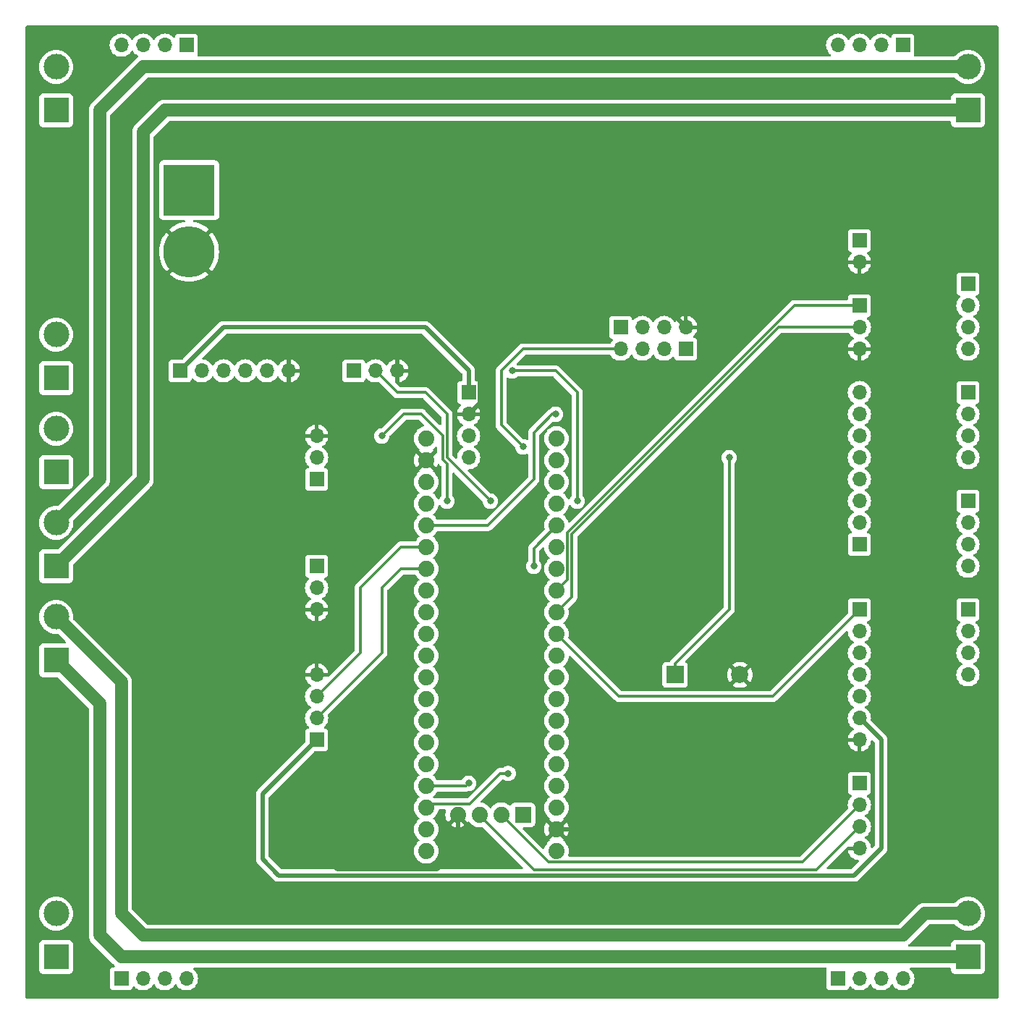
<source format=gbr>
%TF.GenerationSoftware,KiCad,Pcbnew,7.0.10-7.0.10~ubuntu22.04.1*%
%TF.CreationDate,2024-01-16T22:39:05+07:00*%
%TF.ProjectId,PCB_Sensor,5043425f-5365-46e7-936f-722e6b696361,rev?*%
%TF.SameCoordinates,Original*%
%TF.FileFunction,Copper,L2,Bot*%
%TF.FilePolarity,Positive*%
%FSLAX46Y46*%
G04 Gerber Fmt 4.6, Leading zero omitted, Abs format (unit mm)*
G04 Created by KiCad (PCBNEW 7.0.10-7.0.10~ubuntu22.04.1) date 2024-01-16 22:39:05*
%MOMM*%
%LPD*%
G01*
G04 APERTURE LIST*
%TA.AperFunction,ComponentPad*%
%ADD10R,1.700000X1.700000*%
%TD*%
%TA.AperFunction,ComponentPad*%
%ADD11O,1.700000X1.700000*%
%TD*%
%TA.AperFunction,ComponentPad*%
%ADD12C,3.000000*%
%TD*%
%TA.AperFunction,ComponentPad*%
%ADD13R,3.000000X3.000000*%
%TD*%
%TA.AperFunction,ComponentPad*%
%ADD14C,6.000000*%
%TD*%
%TA.AperFunction,ComponentPad*%
%ADD15R,6.000000X6.000000*%
%TD*%
%TA.AperFunction,ComponentPad*%
%ADD16R,2.000000X2.000000*%
%TD*%
%TA.AperFunction,ComponentPad*%
%ADD17C,2.000000*%
%TD*%
%TA.AperFunction,ComponentPad*%
%ADD18C,1.879600*%
%TD*%
%TA.AperFunction,ComponentPad*%
%ADD19R,1.879600X1.879600*%
%TD*%
%TA.AperFunction,ViaPad*%
%ADD20C,0.800000*%
%TD*%
%TA.AperFunction,Conductor*%
%ADD21C,1.500000*%
%TD*%
%TA.AperFunction,Conductor*%
%ADD22C,0.300000*%
%TD*%
%TA.AperFunction,Conductor*%
%ADD23C,0.500000*%
%TD*%
G04 APERTURE END LIST*
D10*
%TO.P,J30,1,Pin_1*%
%TO.N,/VCCD*%
X170180000Y-88900000D03*
D11*
%TO.P,J30,2,Pin_2*%
%TO.N,/TXD*%
X170180000Y-91440000D03*
%TO.P,J30,3,Pin_3*%
%TO.N,/RXD*%
X170180000Y-93980000D03*
%TO.P,J30,4,Pin_4*%
%TO.N,/GNDD*%
X170180000Y-96520000D03*
%TD*%
D10*
%TO.P,J29,1,Pin_1*%
%TO.N,/VCCB*%
X170180000Y-101600000D03*
D11*
%TO.P,J29,2,Pin_2*%
%TO.N,/TXB*%
X170180000Y-104140000D03*
%TO.P,J29,3,Pin_3*%
%TO.N,/RXB*%
X170180000Y-106680000D03*
%TO.P,J29,4,Pin_4*%
%TO.N,/GNDB*%
X170180000Y-109220000D03*
%TD*%
D10*
%TO.P,J28,1,Pin_1*%
%TO.N,/VCCC*%
X170180000Y-76200000D03*
D11*
%TO.P,J28,2,Pin_2*%
%TO.N,/TXC*%
X170180000Y-78740000D03*
%TO.P,J28,3,Pin_3*%
%TO.N,/RXC*%
X170180000Y-81280000D03*
%TO.P,J28,4,Pin_4*%
%TO.N,/GNDC*%
X170180000Y-83820000D03*
%TD*%
D10*
%TO.P,J27,1,Pin_1*%
%TO.N,/VCCA*%
X170180000Y-63500000D03*
D11*
%TO.P,J27,2,Pin_2*%
%TO.N,/TXA*%
X170180000Y-66040000D03*
%TO.P,J27,3,Pin_3*%
%TO.N,/RXA*%
X170180000Y-68580000D03*
%TO.P,J27,4,Pin_4*%
%TO.N,/GNDA*%
X170180000Y-71120000D03*
%TD*%
D10*
%TO.P,J26,1,Pin_1*%
%TO.N,/VCCD*%
X71120000Y-144780000D03*
D11*
%TO.P,J26,2,Pin_2*%
%TO.N,/TXD*%
X73660000Y-144780000D03*
%TO.P,J26,3,Pin_3*%
%TO.N,/RXD*%
X76200000Y-144780000D03*
%TO.P,J26,4,Pin_4*%
%TO.N,/GNDD*%
X78740000Y-144780000D03*
%TD*%
D10*
%TO.P,J25,1,Pin_1*%
%TO.N,/VCCC*%
X78740000Y-35560000D03*
D11*
%TO.P,J25,2,Pin_2*%
%TO.N,/TXC*%
X76200000Y-35560000D03*
%TO.P,J25,3,Pin_3*%
%TO.N,/RXC*%
X73660000Y-35560000D03*
%TO.P,J25,4,Pin_4*%
%TO.N,/GNDC*%
X71120000Y-35560000D03*
%TD*%
D10*
%TO.P,J24,1,Pin_1*%
%TO.N,/VCCB*%
X154940000Y-144780000D03*
D11*
%TO.P,J24,2,Pin_2*%
%TO.N,/TXB*%
X157480000Y-144780000D03*
%TO.P,J24,3,Pin_3*%
%TO.N,/RXB*%
X160020000Y-144780000D03*
%TO.P,J24,4,Pin_4*%
%TO.N,/GNDB*%
X162560000Y-144780000D03*
%TD*%
D10*
%TO.P,J23,1,Pin_1*%
%TO.N,/VCCA*%
X162560000Y-35560000D03*
D11*
%TO.P,J23,2,Pin_2*%
%TO.N,/TXA*%
X160020000Y-35560000D03*
%TO.P,J23,3,Pin_3*%
%TO.N,/RXA*%
X157480000Y-35560000D03*
%TO.P,J23,4,Pin_4*%
%TO.N,/GNDA*%
X154940000Y-35560000D03*
%TD*%
D12*
%TO.P,J22,2,Pin_2*%
%TO.N,/COND-*%
X63500000Y-102446668D03*
D13*
%TO.P,J22,1,Pin_1*%
%TO.N,/COND+*%
X63500000Y-107526668D03*
%TD*%
D12*
%TO.P,J21,2,Pin_2*%
%TO.N,/CONC-*%
X63500000Y-91440000D03*
D13*
%TO.P,J21,1,Pin_1*%
%TO.N,/CONC+*%
X63500000Y-96520000D03*
%TD*%
D12*
%TO.P,J20,2,Pin_2*%
%TO.N,/CONB-*%
X63500000Y-80433334D03*
D13*
%TO.P,J20,1,Pin_1*%
%TO.N,/CONB+*%
X63500000Y-85513334D03*
%TD*%
%TO.P,J19,1,Pin_1*%
%TO.N,/CONA+*%
X63500000Y-43180000D03*
D12*
%TO.P,J19,2,Pin_2*%
%TO.N,/CONA-*%
X63500000Y-38100000D03*
%TD*%
D13*
%TO.P,J18,1,Pin_1*%
%TO.N,/COND+*%
X170180000Y-142240000D03*
D12*
%TO.P,J18,2,Pin_2*%
%TO.N,/COND-*%
X170180000Y-137160000D03*
%TD*%
D13*
%TO.P,J17,1,Pin_1*%
%TO.N,/CONC+*%
X170180000Y-43180000D03*
D12*
%TO.P,J17,2,Pin_2*%
%TO.N,/CONC-*%
X170180000Y-38100000D03*
%TD*%
D13*
%TO.P,J16,1,Pin_1*%
%TO.N,/CONB+*%
X63500000Y-142240000D03*
D12*
%TO.P,J16,2,Pin_2*%
%TO.N,/CONB-*%
X63500000Y-137160000D03*
%TD*%
D13*
%TO.P,J3,1,Pin_1*%
%TO.N,/CONA+*%
X63500000Y-74506668D03*
D12*
%TO.P,J3,2,Pin_2*%
%TO.N,/CONA-*%
X63500000Y-69426668D03*
%TD*%
D10*
%TO.P,J4,1,Pin_1*%
%TO.N,/COM_TX*%
X157480000Y-66040000D03*
D11*
%TO.P,J4,2,Pin_2*%
%TO.N,/COM_RX*%
X157480000Y-68580000D03*
%TO.P,J4,3,Pin_3*%
%TO.N,GND*%
X157480000Y-71120000D03*
%TD*%
D10*
%TO.P,J10,1,Pin_1*%
%TO.N,+3.3V*%
X157480000Y-121920000D03*
D11*
%TO.P,J10,2,Pin_2*%
%TO.N,/SWDIO*%
X157480000Y-124460000D03*
%TO.P,J10,3,Pin_3*%
%TO.N,/SWCLK*%
X157480000Y-127000000D03*
%TO.P,J10,4,Pin_4*%
%TO.N,GND*%
X157480000Y-129540000D03*
%TD*%
D14*
%TO.P,J6,N,NEG*%
%TO.N,GND*%
X79060000Y-59720000D03*
D15*
%TO.P,J6,P,POS*%
%TO.N,/2S_BATT*%
X79060000Y-52520000D03*
%TD*%
D10*
%TO.P,J1,1,Pin_1*%
%TO.N,+5V*%
X98320000Y-73660000D03*
D11*
%TO.P,J1,2,Pin_2*%
%TO.N,/DHT22*%
X100860000Y-73660000D03*
%TO.P,J1,3,Pin_3*%
%TO.N,GND*%
X103400000Y-73660000D03*
%TD*%
D10*
%TO.P,J5,1,Pin_1*%
%TO.N,/ALERT_OUT*%
X157480000Y-58420000D03*
D11*
%TO.P,J5,2,Pin_2*%
%TO.N,GND*%
X157480000Y-60960000D03*
%TD*%
D10*
%TO.P,J8,1,Pin_1*%
%TO.N,+5V*%
X93980000Y-86360000D03*
D11*
%TO.P,J8,2,Pin_2*%
%TO.N,/J_R*%
X93980000Y-83820000D03*
%TO.P,J8,3,Pin_3*%
%TO.N,GND*%
X93980000Y-81280000D03*
%TD*%
D10*
%TO.P,J2,1,Pin_1*%
%TO.N,+5V*%
X93980000Y-96520000D03*
D11*
%TO.P,J2,2,Pin_2*%
%TO.N,/Volt_Sensor*%
X93980000Y-99060000D03*
%TO.P,J2,3,Pin_3*%
%TO.N,GND*%
X93980000Y-101600000D03*
%TD*%
D10*
%TO.P,J13,1,Pin_1*%
%TO.N,/LCD_RST*%
X157480000Y-101600000D03*
D11*
%TO.P,J13,2,Pin_2*%
%TO.N,/LCD_CS*%
X157480000Y-104140000D03*
%TO.P,J13,3,Pin_3*%
%TO.N,/LCD_RS*%
X157480000Y-106680000D03*
%TO.P,J13,4,Pin_4*%
%TO.N,/LCD_WR*%
X157480000Y-109220000D03*
%TO.P,J13,5,Pin_5*%
%TO.N,/LCD_RD*%
X157480000Y-111760000D03*
%TO.P,J13,6,Pin_6*%
%TO.N,+5V*%
X157480000Y-114300000D03*
%TO.P,J13,7,Pin_7*%
%TO.N,GND*%
X157480000Y-116840000D03*
%TD*%
D10*
%TO.P,J14,1,Pin_1*%
%TO.N,+3.3V*%
X137160000Y-71120000D03*
D11*
%TO.P,J14,2,Pin_2*%
%TO.N,unconnected-(J14-Pin_2-Pad2)*%
X134620000Y-71120000D03*
%TO.P,J14,3,Pin_3*%
%TO.N,unconnected-(J14-Pin_3-Pad3)*%
X132080000Y-71120000D03*
%TO.P,J14,4,Pin_4*%
%TO.N,/ESP_RX*%
X129540000Y-71120000D03*
%TD*%
D10*
%TO.P,J15,1,Pin_1*%
%TO.N,/ESP_TX*%
X129540000Y-68580000D03*
D11*
%TO.P,J15,2,Pin_2*%
%TO.N,unconnected-(J15-Pin_2-Pad2)*%
X132080000Y-68580000D03*
%TO.P,J15,3,Pin_3*%
%TO.N,unconnected-(J15-Pin_3-Pad3)*%
X134620000Y-68580000D03*
%TO.P,J15,4,Pin_4*%
%TO.N,GND*%
X137160000Y-68580000D03*
%TD*%
D16*
%TO.P,BZ1,1,-*%
%TO.N,/BUZZ*%
X135900000Y-109220000D03*
D17*
%TO.P,BZ1,2,+*%
%TO.N,GND*%
X143500000Y-109220000D03*
%TD*%
D10*
%TO.P,J7,1,Pin_1*%
%TO.N,+3.3V*%
X111760000Y-76200000D03*
D11*
%TO.P,J7,2,Pin_2*%
%TO.N,GND*%
X111760000Y-78740000D03*
%TO.P,J7,3,Pin_3*%
%TO.N,/BNO08X_RX*%
X111760000Y-81280000D03*
%TO.P,J7,4,Pin_4*%
%TO.N,/BNO08X_TX*%
X111760000Y-83820000D03*
%TD*%
D10*
%TO.P,J9,1,Pin_1*%
%TO.N,+5V*%
X93980000Y-116840000D03*
D11*
%TO.P,J9,2,Pin_2*%
%TO.N,/LoadCell_OUT*%
X93980000Y-114300000D03*
%TO.P,J9,3,Pin_3*%
%TO.N,/LoadCell_IN*%
X93980000Y-111760000D03*
%TO.P,J9,4,Pin_4*%
%TO.N,GND*%
X93980000Y-109220000D03*
%TD*%
D10*
%TO.P,J11,1,Pin_1*%
%TO.N,+3.3V*%
X78000000Y-73660000D03*
D11*
%TO.P,J11,2,Pin_2*%
%TO.N,/UWB_SCK*%
X80540000Y-73660000D03*
%TO.P,J11,3,Pin_3*%
%TO.N,/UWB_MISO*%
X83080000Y-73660000D03*
%TO.P,J11,4,Pin_4*%
%TO.N,/UWB_MOSI*%
X85620000Y-73660000D03*
%TO.P,J11,5,Pin_5*%
%TO.N,/UWB_CS*%
X88160000Y-73660000D03*
%TO.P,J11,6,Pin_6*%
%TO.N,GND*%
X90700000Y-73660000D03*
%TD*%
D10*
%TO.P,J12,1,Pin_1*%
%TO.N,/D0*%
X157480000Y-93980000D03*
D11*
%TO.P,J12,2,Pin_2*%
%TO.N,/D1*%
X157480000Y-91440000D03*
%TO.P,J12,3,Pin_3*%
%TO.N,/D2*%
X157480000Y-88900000D03*
%TO.P,J12,4,Pin_4*%
%TO.N,/D3*%
X157480000Y-86360000D03*
%TO.P,J12,5,Pin_5*%
%TO.N,/D4*%
X157480000Y-83820000D03*
%TO.P,J12,6,Pin_6*%
%TO.N,/D5*%
X157480000Y-81280000D03*
%TO.P,J12,7,Pin_7*%
%TO.N,/D6*%
X157480000Y-78740000D03*
%TO.P,J12,8,Pin_8*%
%TO.N,/D7*%
X157480000Y-76200000D03*
%TD*%
D18*
%TO.P,U1,1,PB12*%
%TO.N,/BUZZ*%
X122047000Y-81580000D03*
%TO.P,U1,2,PB13*%
%TO.N,/LED_BLUE*%
X122047000Y-84120000D03*
%TO.P,U1,3,PB14*%
%TO.N,/LED_GREEN*%
X122047000Y-86660000D03*
%TO.P,U1,4,PB15*%
%TO.N,/LED_RED*%
X122047000Y-89200000D03*
%TO.P,U1,5,PA8*%
%TO.N,/UI_BTN3*%
X122047000Y-91740000D03*
%TO.P,U1,6,PA9*%
%TO.N,/ESP_TX*%
X122047000Y-94280000D03*
%TO.P,U1,7,PA10*%
%TO.N,/ESP_RX*%
X122047000Y-96820000D03*
%TO.P,U1,8,PA11*%
%TO.N,/COM_TX*%
X122047000Y-99360000D03*
%TO.P,U1,9,PA12*%
%TO.N,/COM_RX*%
X122047000Y-101900000D03*
%TO.P,U1,10,PA15*%
%TO.N,/LCD_RST*%
X122047000Y-104440000D03*
%TO.P,U1,11,PB3*%
%TO.N,/MUL_SCK*%
X122047000Y-106980000D03*
%TO.P,U1,12,PB4*%
%TO.N,/MUL_Latch*%
X122047000Y-109520000D03*
%TO.P,U1,13,PB5*%
%TO.N,/MUL_MOSI*%
X122047000Y-112060000D03*
%TO.P,U1,14,PB6*%
%TO.N,/LCD_CS*%
X122047000Y-114600000D03*
%TO.P,U1,15,PB7*%
%TO.N,/LCD_RS*%
X122047000Y-117140000D03*
%TO.P,U1,16,PB8*%
%TO.N,/LCD_WR*%
X122047000Y-119680000D03*
%TO.P,U1,17,PB9*%
%TO.N,/LCD_RD*%
X122047000Y-122220000D03*
%TO.P,U1,18,5V*%
%TO.N,+5V*%
X122047000Y-124760000D03*
%TO.P,U1,19,GND*%
%TO.N,GND*%
X122047000Y-127300000D03*
%TO.P,U1,20,3V3*%
%TO.N,unconnected-(U1-3V3-Pad20)*%
X122047000Y-129840000D03*
%TO.P,U1,21,VBAT*%
%TO.N,unconnected-(U1-VBAT-Pad21)*%
X106807000Y-129840000D03*
%TO.P,U1,22,PC13*%
%TO.N,/BUILT_LED*%
X106807000Y-127300000D03*
%TO.P,U1,23,PC14*%
%TO.N,/UI_BTN1*%
X106807000Y-124760000D03*
%TO.P,U1,24,PC15*%
%TO.N,/UI_BTN2*%
X106807000Y-122220000D03*
%TO.P,U1,25,~{RESET}*%
%TO.N,/RST*%
X106807000Y-119680000D03*
%TO.P,U1,26,PA0*%
%TO.N,/DHT22*%
X106807000Y-117140000D03*
%TO.P,U1,27,PA1*%
%TO.N,/Volt_Sensor*%
X106807000Y-114600000D03*
%TO.P,U1,28,PA2*%
%TO.N,/BNO08X_TX*%
X106807000Y-112060000D03*
%TO.P,U1,29,PA3*%
%TO.N,/BNO08X_RX*%
X106807000Y-109520000D03*
%TO.P,U1,30,PA4*%
%TO.N,/Current_Sensor*%
X106807000Y-106980000D03*
%TO.P,U1,31,PA5*%
%TO.N,/UWB_SCK*%
X106807000Y-104440000D03*
%TO.P,U1,32,PA6*%
%TO.N,/UWB_MISO*%
X106807000Y-101900000D03*
%TO.P,U1,33,PA7*%
%TO.N,/UWB_MOSI*%
X106807000Y-99360000D03*
%TO.P,U1,34,PB0*%
%TO.N,/LoadCell_OUT*%
X106807000Y-96820000D03*
%TO.P,U1,35,PB1*%
%TO.N,/LoadCell_IN*%
X106807000Y-94280000D03*
%TO.P,U1,36,PB2*%
%TO.N,/ALERT_OUT*%
X106807000Y-91740000D03*
%TO.P,U1,37,PB10*%
%TO.N,/UWB_CS*%
X106807000Y-89200000D03*
%TO.P,U1,38,3V3*%
%TO.N,unconnected-(U1-3V3-Pad38)*%
X106807000Y-86660000D03*
%TO.P,U1,39,GND*%
%TO.N,GND*%
X106807000Y-84120000D03*
%TO.P,U1,40,5V*%
%TO.N,+5V*%
X106807000Y-81580000D03*
D19*
%TO.P,U1,41,3.3V*%
%TO.N,+3.3V*%
X118110000Y-125603000D03*
D18*
%TO.P,U1,42,SWDIO*%
%TO.N,/SWDIO*%
X115570000Y-125603000D03*
%TO.P,U1,43,SWSCK*%
%TO.N,/SWCLK*%
X113030000Y-125603000D03*
%TO.P,U1,44,GND*%
%TO.N,GND*%
X110490000Y-125603000D03*
%TD*%
D20*
%TO.N,/BUZZ*%
X142240000Y-83820000D03*
%TO.N,GND*%
X144780000Y-127000000D03*
X106680000Y-58420000D03*
X99060000Y-83820000D03*
X134620000Y-127000000D03*
X134620000Y-86360000D03*
X147320000Y-86360000D03*
X78740000Y-127000000D03*
X85900000Y-128875000D03*
X152400000Y-80010000D03*
X134620000Y-92710000D03*
X134620000Y-88900000D03*
X134620000Y-83820000D03*
X139700000Y-113030000D03*
X93980000Y-129540000D03*
%TO.N,/DHT22*%
X114300000Y-88900000D03*
%TO.N,/ESP_RX*%
X118110000Y-82550000D03*
%TO.N,/ALERT_OUT*%
X121920000Y-78740000D03*
%TO.N,/BUILT_LED*%
X116840000Y-73660000D03*
X124460000Y-88900000D03*
%TO.N,/Current_Sensor*%
X101600000Y-81280000D03*
X109220000Y-88900000D03*
%TO.N,/UI_BTN3*%
X119380000Y-96520000D03*
%TO.N,/UI_BTN1*%
X116381777Y-120754670D03*
%TO.N,/UI_BTN2*%
X111760000Y-121920000D03*
X111760000Y-121920000D03*
%TD*%
D21*
%TO.N,/COND+*%
X63500000Y-107526668D02*
X68580000Y-112606668D01*
X68580000Y-112606668D02*
X68580000Y-139700000D01*
X68580000Y-139700000D02*
X71120000Y-142240000D01*
X71120000Y-142240000D02*
X170180000Y-142240000D01*
%TO.N,/COND-*%
X63500000Y-102446668D02*
X71120000Y-110066668D01*
X71120000Y-110066668D02*
X71120000Y-137160000D01*
X71120000Y-137160000D02*
X73660000Y-139700000D01*
X165100000Y-137160000D02*
X170180000Y-137160000D01*
X73660000Y-139700000D02*
X162560000Y-139700000D01*
X162560000Y-139700000D02*
X165100000Y-137160000D01*
%TO.N,/CONC+*%
X63500000Y-96520000D02*
X73660000Y-86360000D01*
X73660000Y-86360000D02*
X73660000Y-45720000D01*
X76200000Y-43180000D02*
X170180000Y-43180000D01*
X73660000Y-45720000D02*
X76200000Y-43180000D01*
%TO.N,/CONC-*%
X68580000Y-86360000D02*
X68580000Y-43180000D01*
X63500000Y-91440000D02*
X68580000Y-86360000D01*
X68580000Y-43180000D02*
X73660000Y-38100000D01*
X73660000Y-38100000D02*
X170180000Y-38100000D01*
D22*
%TO.N,/BUZZ*%
X135900000Y-107940000D02*
X142240000Y-101600000D01*
X142240000Y-101600000D02*
X142240000Y-83820000D01*
X135900000Y-109220000D02*
X135900000Y-107940000D01*
D23*
%TO.N,GND*%
X96420000Y-131980000D02*
X93980000Y-129540000D01*
X80615000Y-128875000D02*
X78740000Y-127000000D01*
X126700000Y-127300000D02*
X139700000Y-114300000D01*
X127000000Y-58420000D02*
X137160000Y-68580000D01*
X111760000Y-78740000D02*
X113060000Y-77440000D01*
X110490000Y-125603000D02*
X110490000Y-129540000D01*
X113060000Y-64800000D02*
X106680000Y-58420000D01*
X139700000Y-114300000D02*
X139700000Y-113030000D01*
X106680000Y-58420000D02*
X127000000Y-58420000D01*
X113060000Y-77440000D02*
X113060000Y-64800000D01*
X109220000Y-130810000D02*
X108050000Y-131980000D01*
X122047000Y-127300000D02*
X126700000Y-127300000D01*
X110490000Y-129540000D02*
X109220000Y-130810000D01*
X108050000Y-131980000D02*
X96420000Y-131980000D01*
X85900000Y-128875000D02*
X80615000Y-128875000D01*
%TO.N,+5V*%
X156880000Y-132680000D02*
X160020000Y-129540000D01*
X87630000Y-123190000D02*
X87630000Y-130810000D01*
X160020000Y-116840000D02*
X157480000Y-114300000D01*
X160020000Y-129540000D02*
X160020000Y-116840000D01*
X87630000Y-130810000D02*
X89500000Y-132680000D01*
X93980000Y-116840000D02*
X87630000Y-123190000D01*
X89500000Y-132680000D02*
X156880000Y-132680000D01*
D22*
%TO.N,/DHT22*%
X103400000Y-76200000D02*
X100860000Y-73660000D01*
X114300000Y-88900000D02*
X109220000Y-83820000D01*
X109220000Y-83820000D02*
X109220000Y-78740000D01*
X109220000Y-78740000D02*
X106680000Y-76200000D01*
X106680000Y-76200000D02*
X103400000Y-76200000D01*
%TO.N,/ESP_RX*%
X115570000Y-73660000D02*
X115570000Y-80010000D01*
X118110000Y-71120000D02*
X115570000Y-73660000D01*
X129540000Y-71120000D02*
X118110000Y-71120000D01*
X115570000Y-80010000D02*
X118110000Y-82550000D01*
%TO.N,/COM_TX*%
X149860000Y-66040000D02*
X157480000Y-66040000D01*
X122047000Y-99360000D02*
X123336800Y-98070200D01*
X123336800Y-92563200D02*
X149860000Y-66040000D01*
X123336800Y-98070200D02*
X123336800Y-92563200D01*
%TO.N,/COM_RX*%
X148027106Y-68580000D02*
X157480000Y-68580000D01*
X122047000Y-101900000D02*
X123836800Y-100110200D01*
X123836800Y-92770306D02*
X148027106Y-68580000D01*
X123836800Y-100110200D02*
X123836800Y-92770306D01*
%TO.N,/ALERT_OUT*%
X114000000Y-91740000D02*
X106807000Y-91740000D01*
X119380000Y-80872747D02*
X119380000Y-86360000D01*
X121512747Y-78740000D02*
X119380000Y-80872747D01*
X119380000Y-86360000D02*
X114000000Y-91740000D01*
X121920000Y-78740000D02*
X121512747Y-78740000D01*
D23*
%TO.N,+3.3V*%
X106680000Y-68580000D02*
X111760000Y-73660000D01*
X78000000Y-73660000D02*
X83080000Y-68580000D01*
X83080000Y-68580000D02*
X106680000Y-68580000D01*
X111760000Y-73660000D02*
X111760000Y-76200000D01*
D22*
%TO.N,/LoadCell_OUT*%
X101600000Y-99060000D02*
X103840000Y-96820000D01*
X93980000Y-114300000D02*
X101600000Y-106680000D01*
X101600000Y-106680000D02*
X101600000Y-99060000D01*
X103840000Y-96820000D02*
X106807000Y-96820000D01*
%TO.N,/LoadCell_IN*%
X99060000Y-106680000D02*
X99060000Y-99060000D01*
X93980000Y-111760000D02*
X99060000Y-106680000D01*
X103840000Y-94280000D02*
X106807000Y-94280000D01*
X99060000Y-99060000D02*
X103840000Y-94280000D01*
%TO.N,/SWDIO*%
X115570000Y-125603000D02*
X121096800Y-131129800D01*
X150810200Y-131129800D02*
X157480000Y-124460000D01*
X121096800Y-131129800D02*
X150810200Y-131129800D01*
%TO.N,/SWCLK*%
X113030000Y-125730000D02*
X119380000Y-132080000D01*
X119380000Y-132080000D02*
X152400000Y-132080000D01*
X113030000Y-125603000D02*
X113030000Y-125730000D01*
X152400000Y-132080000D02*
X157480000Y-127000000D01*
%TO.N,/BUILT_LED*%
X124460000Y-76200000D02*
X124460000Y-88900000D01*
X121920000Y-73660000D02*
X124460000Y-76200000D01*
X116840000Y-73660000D02*
X121920000Y-73660000D01*
%TO.N,/Current_Sensor*%
X108720000Y-81224474D02*
X106235526Y-78740000D01*
X109220000Y-88900000D02*
X109220000Y-84527106D01*
X104140000Y-78740000D02*
X101600000Y-81280000D01*
X109220000Y-84527106D02*
X108720000Y-84027106D01*
X108720000Y-84027106D02*
X108720000Y-81224474D01*
X106235526Y-78740000D02*
X104140000Y-78740000D01*
%TO.N,/UI_BTN3*%
X119380000Y-96520000D02*
X119380000Y-94407000D01*
X119380000Y-94407000D02*
X122047000Y-91740000D01*
%TO.N,/LCD_RST*%
X147320000Y-111760000D02*
X157480000Y-101600000D01*
X129367000Y-111760000D02*
X147320000Y-111760000D01*
X122047000Y-104440000D02*
X129367000Y-111760000D01*
%TO.N,/UI_BTN1*%
X116381777Y-120754670D02*
X115465330Y-120754670D01*
X107253800Y-124313200D02*
X106807000Y-124760000D01*
X111906800Y-124313200D02*
X107253800Y-124313200D01*
X115465330Y-120754670D02*
X111906800Y-124313200D01*
%TO.N,/UI_BTN2*%
X111460000Y-122220000D02*
X106807000Y-122220000D01*
X111760000Y-121920000D02*
X111460000Y-122220000D01*
%TD*%
%TA.AperFunction,Conductor*%
%TO.N,GND*%
G36*
X105511480Y-97490185D02*
G01*
X105548250Y-97526678D01*
X105666506Y-97707682D01*
X105828168Y-97883295D01*
X105828171Y-97883297D01*
X105828174Y-97883300D01*
X105968020Y-97992147D01*
X106008833Y-98048857D01*
X106012508Y-98118630D01*
X105977876Y-98179313D01*
X105968020Y-98187853D01*
X105828174Y-98296699D01*
X105828171Y-98296702D01*
X105666506Y-98472317D01*
X105535951Y-98672147D01*
X105440070Y-98890732D01*
X105381475Y-99122118D01*
X105381473Y-99122130D01*
X105361764Y-99359994D01*
X105361764Y-99360005D01*
X105381473Y-99597869D01*
X105381475Y-99597881D01*
X105440070Y-99829267D01*
X105535951Y-100047852D01*
X105535953Y-100047856D01*
X105666506Y-100247682D01*
X105828168Y-100423295D01*
X105828171Y-100423297D01*
X105828174Y-100423300D01*
X105968020Y-100532147D01*
X106008833Y-100588857D01*
X106012508Y-100658630D01*
X105977876Y-100719313D01*
X105968020Y-100727853D01*
X105828174Y-100836699D01*
X105828171Y-100836702D01*
X105666506Y-101012317D01*
X105535951Y-101212147D01*
X105440070Y-101430732D01*
X105381475Y-101662118D01*
X105381473Y-101662130D01*
X105361764Y-101899994D01*
X105361764Y-101900005D01*
X105381473Y-102137869D01*
X105381475Y-102137881D01*
X105440070Y-102369267D01*
X105522630Y-102557483D01*
X105535953Y-102587856D01*
X105666506Y-102787682D01*
X105828168Y-102963295D01*
X105828171Y-102963297D01*
X105828174Y-102963300D01*
X105968020Y-103072147D01*
X106008833Y-103128857D01*
X106012508Y-103198630D01*
X105977876Y-103259313D01*
X105968020Y-103267853D01*
X105828174Y-103376699D01*
X105828171Y-103376702D01*
X105666506Y-103552317D01*
X105535951Y-103752147D01*
X105440070Y-103970732D01*
X105381475Y-104202118D01*
X105381473Y-104202130D01*
X105361764Y-104439994D01*
X105361764Y-104440005D01*
X105381473Y-104677869D01*
X105381475Y-104677881D01*
X105440070Y-104909267D01*
X105535951Y-105127852D01*
X105535953Y-105127856D01*
X105666506Y-105327682D01*
X105828168Y-105503295D01*
X105828171Y-105503297D01*
X105828174Y-105503300D01*
X105968020Y-105612147D01*
X106008833Y-105668857D01*
X106012508Y-105738630D01*
X105977876Y-105799313D01*
X105968020Y-105807853D01*
X105828174Y-105916699D01*
X105828171Y-105916702D01*
X105666506Y-106092317D01*
X105535951Y-106292147D01*
X105440070Y-106510732D01*
X105381475Y-106742118D01*
X105381473Y-106742130D01*
X105361764Y-106979994D01*
X105361764Y-106980005D01*
X105381473Y-107217869D01*
X105381475Y-107217881D01*
X105440070Y-107449267D01*
X105525817Y-107644749D01*
X105535953Y-107667856D01*
X105666506Y-107867682D01*
X105828168Y-108043295D01*
X105828171Y-108043297D01*
X105828174Y-108043300D01*
X105968020Y-108152147D01*
X106008833Y-108208857D01*
X106012508Y-108278630D01*
X105977876Y-108339313D01*
X105968020Y-108347853D01*
X105828174Y-108456699D01*
X105828171Y-108456702D01*
X105666506Y-108632317D01*
X105535951Y-108832147D01*
X105440070Y-109050732D01*
X105381475Y-109282118D01*
X105381473Y-109282130D01*
X105361764Y-109519994D01*
X105361764Y-109520005D01*
X105381473Y-109757869D01*
X105381475Y-109757881D01*
X105440070Y-109989267D01*
X105507874Y-110143843D01*
X105535953Y-110207856D01*
X105666506Y-110407682D01*
X105828168Y-110583295D01*
X105828171Y-110583297D01*
X105828174Y-110583300D01*
X105968020Y-110692147D01*
X106008833Y-110748857D01*
X106012508Y-110818630D01*
X105977876Y-110879313D01*
X105968020Y-110887853D01*
X105828174Y-110996699D01*
X105828171Y-110996702D01*
X105666506Y-111172317D01*
X105535951Y-111372147D01*
X105440070Y-111590732D01*
X105381475Y-111822118D01*
X105381473Y-111822130D01*
X105361764Y-112059994D01*
X105361764Y-112060005D01*
X105381473Y-112297869D01*
X105381475Y-112297881D01*
X105440070Y-112529267D01*
X105504825Y-112676892D01*
X105535953Y-112747856D01*
X105666506Y-112947682D01*
X105828168Y-113123295D01*
X105828171Y-113123297D01*
X105828174Y-113123300D01*
X105968020Y-113232147D01*
X106008833Y-113288857D01*
X106012508Y-113358630D01*
X105977876Y-113419313D01*
X105968020Y-113427853D01*
X105828174Y-113536699D01*
X105828171Y-113536702D01*
X105666506Y-113712317D01*
X105535951Y-113912147D01*
X105440070Y-114130732D01*
X105381475Y-114362118D01*
X105381473Y-114362130D01*
X105361764Y-114599994D01*
X105361764Y-114600005D01*
X105381473Y-114837869D01*
X105381475Y-114837881D01*
X105440070Y-115069267D01*
X105535951Y-115287852D01*
X105535953Y-115287856D01*
X105666506Y-115487682D01*
X105828168Y-115663295D01*
X105828171Y-115663297D01*
X105828174Y-115663300D01*
X105968020Y-115772147D01*
X106008833Y-115828857D01*
X106012508Y-115898630D01*
X105977876Y-115959313D01*
X105968020Y-115967853D01*
X105828174Y-116076699D01*
X105828171Y-116076702D01*
X105666506Y-116252317D01*
X105535951Y-116452147D01*
X105440070Y-116670732D01*
X105381475Y-116902118D01*
X105381473Y-116902130D01*
X105361764Y-117139994D01*
X105361764Y-117140005D01*
X105381473Y-117377869D01*
X105381475Y-117377881D01*
X105440070Y-117609267D01*
X105522630Y-117797483D01*
X105535953Y-117827856D01*
X105666506Y-118027682D01*
X105828168Y-118203295D01*
X105828171Y-118203297D01*
X105828174Y-118203300D01*
X105968020Y-118312147D01*
X106008833Y-118368857D01*
X106012508Y-118438630D01*
X105977876Y-118499313D01*
X105968020Y-118507853D01*
X105828174Y-118616699D01*
X105828171Y-118616702D01*
X105666506Y-118792317D01*
X105535951Y-118992147D01*
X105440070Y-119210732D01*
X105381475Y-119442118D01*
X105381473Y-119442130D01*
X105361764Y-119679994D01*
X105361764Y-119680005D01*
X105381473Y-119917869D01*
X105381475Y-119917881D01*
X105440070Y-120149267D01*
X105515192Y-120320526D01*
X105535953Y-120367856D01*
X105666506Y-120567682D01*
X105828168Y-120743295D01*
X105828171Y-120743297D01*
X105828174Y-120743300D01*
X105968020Y-120852147D01*
X106008833Y-120908857D01*
X106012508Y-120978630D01*
X105977876Y-121039313D01*
X105968020Y-121047853D01*
X105828174Y-121156699D01*
X105828171Y-121156702D01*
X105666506Y-121332317D01*
X105535951Y-121532147D01*
X105440070Y-121750732D01*
X105381475Y-121982118D01*
X105381473Y-121982130D01*
X105361764Y-122219994D01*
X105361764Y-122220005D01*
X105381473Y-122457869D01*
X105381475Y-122457881D01*
X105440070Y-122689267D01*
X105522630Y-122877483D01*
X105535953Y-122907856D01*
X105666506Y-123107682D01*
X105828168Y-123283295D01*
X105828171Y-123283297D01*
X105828174Y-123283300D01*
X105968020Y-123392147D01*
X106008833Y-123448857D01*
X106012508Y-123518630D01*
X105977876Y-123579313D01*
X105968020Y-123587853D01*
X105828174Y-123696699D01*
X105828171Y-123696702D01*
X105666506Y-123872317D01*
X105535951Y-124072147D01*
X105440070Y-124290732D01*
X105381475Y-124522118D01*
X105381473Y-124522130D01*
X105361764Y-124759994D01*
X105361764Y-124760005D01*
X105381473Y-124997869D01*
X105381475Y-124997881D01*
X105440070Y-125229267D01*
X105535951Y-125447852D01*
X105535953Y-125447856D01*
X105666506Y-125647682D01*
X105828168Y-125823295D01*
X105828171Y-125823297D01*
X105828174Y-125823300D01*
X105968020Y-125932147D01*
X106008833Y-125988857D01*
X106012508Y-126058630D01*
X105977876Y-126119313D01*
X105968020Y-126127853D01*
X105828174Y-126236699D01*
X105828171Y-126236702D01*
X105666506Y-126412317D01*
X105535951Y-126612147D01*
X105440070Y-126830732D01*
X105381475Y-127062118D01*
X105381473Y-127062130D01*
X105361764Y-127299994D01*
X105361764Y-127300005D01*
X105381473Y-127537869D01*
X105381475Y-127537881D01*
X105440070Y-127769267D01*
X105535847Y-127987614D01*
X105535953Y-127987856D01*
X105666506Y-128187682D01*
X105828168Y-128363295D01*
X105828171Y-128363297D01*
X105828174Y-128363300D01*
X105968020Y-128472147D01*
X106008833Y-128528857D01*
X106012508Y-128598630D01*
X105977876Y-128659313D01*
X105968020Y-128667853D01*
X105828174Y-128776699D01*
X105828171Y-128776702D01*
X105666506Y-128952317D01*
X105535951Y-129152147D01*
X105440070Y-129370732D01*
X105381475Y-129602118D01*
X105381473Y-129602130D01*
X105361764Y-129839994D01*
X105361764Y-129840005D01*
X105381473Y-130077869D01*
X105381475Y-130077881D01*
X105440070Y-130309267D01*
X105513411Y-130476466D01*
X105535953Y-130527856D01*
X105666506Y-130727682D01*
X105828168Y-130903295D01*
X106016531Y-131049903D01*
X106226455Y-131163509D01*
X106452216Y-131241012D01*
X106687653Y-131280300D01*
X106687654Y-131280300D01*
X106926346Y-131280300D01*
X106926347Y-131280300D01*
X107161784Y-131241012D01*
X107387545Y-131163509D01*
X107597469Y-131049903D01*
X107785832Y-130903295D01*
X107947494Y-130727682D01*
X108078047Y-130527856D01*
X108173929Y-130309267D01*
X108232525Y-130077878D01*
X108235041Y-130047514D01*
X108252236Y-129840005D01*
X108252236Y-129839994D01*
X108232526Y-129602130D01*
X108232524Y-129602118D01*
X108173929Y-129370732D01*
X108078048Y-129152147D01*
X108078047Y-129152144D01*
X107947494Y-128952318D01*
X107785832Y-128776705D01*
X107645978Y-128667853D01*
X107605166Y-128611143D01*
X107601491Y-128541370D01*
X107636122Y-128480687D01*
X107645979Y-128472146D01*
X107785832Y-128363295D01*
X107947494Y-128187682D01*
X108078047Y-127987856D01*
X108173929Y-127769267D01*
X108232525Y-127537878D01*
X108232532Y-127537796D01*
X108252236Y-127300005D01*
X108252236Y-127299994D01*
X108232526Y-127062130D01*
X108232524Y-127062118D01*
X108173929Y-126830732D01*
X108094776Y-126650282D01*
X108078047Y-126612144D01*
X107947494Y-126412318D01*
X107785832Y-126236705D01*
X107645978Y-126127853D01*
X107605166Y-126071143D01*
X107601491Y-126001370D01*
X107636122Y-125940687D01*
X107645979Y-125932146D01*
X107785832Y-125823295D01*
X107947494Y-125647682D01*
X108078047Y-125447856D01*
X108173929Y-125229267D01*
X108217487Y-125057258D01*
X108253027Y-124997104D01*
X108315447Y-124965712D01*
X108337693Y-124963700D01*
X109008404Y-124963700D01*
X109075443Y-124983385D01*
X109121198Y-125036189D01*
X109131142Y-125105347D01*
X109124445Y-125128790D01*
X109125208Y-125129052D01*
X109123545Y-125133894D01*
X109064969Y-125365203D01*
X109064967Y-125365211D01*
X109045265Y-125602993D01*
X109045265Y-125603006D01*
X109064967Y-125840788D01*
X109064969Y-125840796D01*
X109123545Y-126072104D01*
X109219392Y-126290617D01*
X109310055Y-126429388D01*
X110000477Y-125738967D01*
X110023155Y-125816201D01*
X110102131Y-125939090D01*
X110212530Y-126034752D01*
X110345408Y-126095435D01*
X110350400Y-126096152D01*
X109662840Y-126783712D01*
X109662840Y-126783713D01*
X109699802Y-126812482D01*
X109699807Y-126812485D01*
X109909650Y-126926046D01*
X109909660Y-126926051D01*
X110135335Y-127003525D01*
X110370696Y-127042800D01*
X110609304Y-127042800D01*
X110844664Y-127003525D01*
X111070339Y-126926051D01*
X111070349Y-126926046D01*
X111280191Y-126812486D01*
X111280197Y-126812481D01*
X111317158Y-126783713D01*
X111317159Y-126783711D01*
X110629600Y-126096152D01*
X110634592Y-126095435D01*
X110767470Y-126034752D01*
X110877869Y-125939090D01*
X110956845Y-125816201D01*
X110979522Y-125738968D01*
X111669943Y-126429389D01*
X111682632Y-126428073D01*
X111709039Y-126405537D01*
X111778270Y-126396113D01*
X111841606Y-126425614D01*
X111863511Y-126450894D01*
X111889506Y-126490682D01*
X112051168Y-126666295D01*
X112239531Y-126812903D01*
X112449455Y-126926509D01*
X112675216Y-127004012D01*
X112910653Y-127043300D01*
X112910654Y-127043300D01*
X113149342Y-127043300D01*
X113149347Y-127043300D01*
X113321213Y-127014619D01*
X113390574Y-127023000D01*
X113429301Y-127049247D01*
X118097873Y-131717819D01*
X118131358Y-131779142D01*
X118126374Y-131848834D01*
X118084502Y-131904767D01*
X118019038Y-131929184D01*
X118010192Y-131929500D01*
X89862229Y-131929500D01*
X89795190Y-131909815D01*
X89774548Y-131893181D01*
X88416819Y-130535451D01*
X88383334Y-130474128D01*
X88380500Y-130447770D01*
X88380500Y-123552228D01*
X88400185Y-123485189D01*
X88416814Y-123464552D01*
X93654548Y-118226817D01*
X93715871Y-118193333D01*
X93742229Y-118190499D01*
X94877871Y-118190499D01*
X94877872Y-118190499D01*
X94937483Y-118184091D01*
X95072331Y-118133796D01*
X95187546Y-118047546D01*
X95273796Y-117932331D01*
X95324091Y-117797483D01*
X95330500Y-117737873D01*
X95330499Y-115942128D01*
X95324091Y-115882517D01*
X95319422Y-115870000D01*
X95273797Y-115747671D01*
X95273793Y-115747664D01*
X95187547Y-115632455D01*
X95187544Y-115632452D01*
X95072335Y-115546206D01*
X95072328Y-115546202D01*
X94940917Y-115497189D01*
X94884983Y-115455318D01*
X94860566Y-115389853D01*
X94875418Y-115321580D01*
X94896563Y-115293332D01*
X95018495Y-115171401D01*
X95154035Y-114977830D01*
X95253903Y-114763663D01*
X95315063Y-114535408D01*
X95335659Y-114300000D01*
X95315063Y-114064592D01*
X95295614Y-113992007D01*
X95297277Y-113922162D01*
X95327706Y-113872238D01*
X101999513Y-107200431D01*
X102012079Y-107190365D01*
X102011925Y-107190178D01*
X102017933Y-107185205D01*
X102017940Y-107185202D01*
X102041227Y-107160402D01*
X102065865Y-107134167D01*
X102068578Y-107131367D01*
X102088911Y-107111035D01*
X102091606Y-107107560D01*
X102099199Y-107098669D01*
X102099200Y-107098668D01*
X102130448Y-107065393D01*
X102140674Y-107046790D01*
X102151353Y-107030533D01*
X102164362Y-107013764D01*
X102182492Y-106971865D01*
X102187620Y-106961395D01*
X102209627Y-106921368D01*
X102214905Y-106900806D01*
X102221209Y-106882397D01*
X102229635Y-106862927D01*
X102236777Y-106817825D01*
X102239140Y-106806418D01*
X102250500Y-106762177D01*
X102250500Y-106740949D01*
X102252027Y-106721549D01*
X102255346Y-106700595D01*
X102251050Y-106655147D01*
X102250500Y-106643478D01*
X102250500Y-99380808D01*
X102270185Y-99313769D01*
X102286819Y-99293127D01*
X104073127Y-97506819D01*
X104134450Y-97473334D01*
X104160808Y-97470500D01*
X105444441Y-97470500D01*
X105511480Y-97490185D01*
G37*
%TD.AperFunction*%
%TA.AperFunction,Conductor*%
G36*
X157020507Y-129330156D02*
G01*
X156980000Y-129468111D01*
X156980000Y-129611889D01*
X157020507Y-129749844D01*
X157046314Y-129790000D01*
X156149364Y-129790000D01*
X156206567Y-130003486D01*
X156206570Y-130003492D01*
X156306399Y-130217578D01*
X156441894Y-130411082D01*
X156608917Y-130578105D01*
X156802421Y-130713600D01*
X157016507Y-130813429D01*
X157016516Y-130813433D01*
X157244673Y-130874567D01*
X157244684Y-130874569D01*
X157328634Y-130881914D01*
X157393703Y-130907366D01*
X157434682Y-130963957D01*
X157438560Y-131033719D01*
X157405508Y-131093123D01*
X156605451Y-131893181D01*
X156544128Y-131926666D01*
X156517770Y-131929500D01*
X153769808Y-131929500D01*
X153702769Y-131909815D01*
X153657014Y-131857011D01*
X153647070Y-131787853D01*
X153676095Y-131724297D01*
X153682127Y-131717819D01*
X154270620Y-131129326D01*
X156073627Y-129326317D01*
X156134948Y-129292834D01*
X156161306Y-129290000D01*
X157046314Y-129290000D01*
X157020507Y-129330156D01*
G37*
%TD.AperFunction*%
%TA.AperFunction,Conductor*%
G36*
X156046052Y-104056405D02*
G01*
X156101985Y-104098277D01*
X156126246Y-104161779D01*
X156144936Y-104375403D01*
X156144938Y-104375413D01*
X156206094Y-104603655D01*
X156206096Y-104603659D01*
X156206097Y-104603663D01*
X156240700Y-104677869D01*
X156305965Y-104817830D01*
X156305967Y-104817834D01*
X156441501Y-105011395D01*
X156441506Y-105011402D01*
X156608597Y-105178493D01*
X156608603Y-105178498D01*
X156794158Y-105308425D01*
X156837783Y-105363002D01*
X156844977Y-105432500D01*
X156813454Y-105494855D01*
X156794158Y-105511575D01*
X156608597Y-105641505D01*
X156441505Y-105808597D01*
X156305965Y-106002169D01*
X156305964Y-106002171D01*
X156206098Y-106216335D01*
X156206094Y-106216344D01*
X156144938Y-106444586D01*
X156144936Y-106444596D01*
X156124341Y-106679999D01*
X156124341Y-106680000D01*
X156144936Y-106915403D01*
X156144938Y-106915413D01*
X156206094Y-107143655D01*
X156206096Y-107143659D01*
X156206097Y-107143663D01*
X156232571Y-107200436D01*
X156305965Y-107357830D01*
X156305967Y-107357834D01*
X156441501Y-107551395D01*
X156441506Y-107551402D01*
X156608597Y-107718493D01*
X156608603Y-107718498D01*
X156794158Y-107848425D01*
X156837783Y-107903002D01*
X156844977Y-107972500D01*
X156813454Y-108034855D01*
X156794158Y-108051575D01*
X156608597Y-108181505D01*
X156441505Y-108348597D01*
X156305965Y-108542169D01*
X156305964Y-108542171D01*
X156206098Y-108756335D01*
X156206094Y-108756344D01*
X156144938Y-108984586D01*
X156144936Y-108984596D01*
X156124341Y-109219999D01*
X156124341Y-109220000D01*
X156144936Y-109455403D01*
X156144938Y-109455413D01*
X156206094Y-109683655D01*
X156206096Y-109683659D01*
X156206097Y-109683663D01*
X156286718Y-109856554D01*
X156305965Y-109897830D01*
X156305967Y-109897834D01*
X156397631Y-110028743D01*
X156440441Y-110089882D01*
X156441501Y-110091395D01*
X156441506Y-110091402D01*
X156608597Y-110258493D01*
X156608603Y-110258498D01*
X156794158Y-110388425D01*
X156837783Y-110443002D01*
X156844977Y-110512500D01*
X156813454Y-110574855D01*
X156794158Y-110591575D01*
X156608597Y-110721505D01*
X156441505Y-110888597D01*
X156305965Y-111082169D01*
X156305964Y-111082171D01*
X156206098Y-111296335D01*
X156206094Y-111296344D01*
X156144938Y-111524586D01*
X156144936Y-111524596D01*
X156124341Y-111759999D01*
X156124341Y-111760000D01*
X156144936Y-111995403D01*
X156144938Y-111995413D01*
X156206094Y-112223655D01*
X156206096Y-112223659D01*
X156206097Y-112223663D01*
X156279561Y-112381207D01*
X156305965Y-112437830D01*
X156305967Y-112437834D01*
X156441501Y-112631395D01*
X156441506Y-112631402D01*
X156608597Y-112798493D01*
X156608603Y-112798498D01*
X156794158Y-112928425D01*
X156837783Y-112983002D01*
X156844977Y-113052500D01*
X156813454Y-113114855D01*
X156794158Y-113131575D01*
X156608597Y-113261505D01*
X156441505Y-113428597D01*
X156305965Y-113622169D01*
X156305964Y-113622171D01*
X156206098Y-113836335D01*
X156206094Y-113836344D01*
X156144938Y-114064586D01*
X156144936Y-114064596D01*
X156124341Y-114299999D01*
X156124341Y-114300000D01*
X156144936Y-114535403D01*
X156144938Y-114535413D01*
X156206094Y-114763655D01*
X156206096Y-114763659D01*
X156206097Y-114763663D01*
X156240700Y-114837869D01*
X156305965Y-114977830D01*
X156305967Y-114977834D01*
X156369990Y-115069267D01*
X156441505Y-115171401D01*
X156608599Y-115338495D01*
X156775439Y-115455318D01*
X156794594Y-115468730D01*
X156838219Y-115523307D01*
X156845413Y-115592805D01*
X156813890Y-115655160D01*
X156794595Y-115671880D01*
X156608922Y-115801890D01*
X156608920Y-115801891D01*
X156441891Y-115968920D01*
X156441886Y-115968926D01*
X156306400Y-116162420D01*
X156306399Y-116162422D01*
X156206570Y-116376507D01*
X156206567Y-116376513D01*
X156149364Y-116589999D01*
X156149364Y-116590000D01*
X157046314Y-116590000D01*
X157020507Y-116630156D01*
X156980000Y-116768111D01*
X156980000Y-116911889D01*
X157020507Y-117049844D01*
X157046314Y-117090000D01*
X156149364Y-117090000D01*
X156206567Y-117303486D01*
X156206570Y-117303492D01*
X156306399Y-117517578D01*
X156441894Y-117711082D01*
X156608917Y-117878105D01*
X156802421Y-118013600D01*
X157016507Y-118113429D01*
X157016516Y-118113433D01*
X157230000Y-118170634D01*
X157230000Y-117275501D01*
X157337685Y-117324680D01*
X157444237Y-117340000D01*
X157515763Y-117340000D01*
X157622315Y-117324680D01*
X157730000Y-117275501D01*
X157730000Y-118170633D01*
X157943483Y-118113433D01*
X157943492Y-118113429D01*
X158157578Y-118013600D01*
X158351082Y-117878105D01*
X158518105Y-117711082D01*
X158653600Y-117517578D01*
X158753429Y-117303492D01*
X158753433Y-117303483D01*
X158814567Y-117075326D01*
X158814569Y-117075315D01*
X158821914Y-116991364D01*
X158847366Y-116926295D01*
X158903957Y-116885316D01*
X158973719Y-116881438D01*
X159033123Y-116914490D01*
X159233181Y-117114548D01*
X159266666Y-117175871D01*
X159269500Y-117202229D01*
X159269500Y-129177769D01*
X159249815Y-129244808D01*
X159233181Y-129265450D01*
X159033123Y-129465508D01*
X158971800Y-129498993D01*
X158902108Y-129494009D01*
X158846175Y-129452137D01*
X158821914Y-129388634D01*
X158814569Y-129304684D01*
X158814567Y-129304673D01*
X158753433Y-129076516D01*
X158753429Y-129076507D01*
X158653600Y-128862422D01*
X158653599Y-128862420D01*
X158518113Y-128668926D01*
X158518108Y-128668920D01*
X158351078Y-128501890D01*
X158165405Y-128371879D01*
X158121780Y-128317302D01*
X158114588Y-128247804D01*
X158146110Y-128185449D01*
X158165406Y-128168730D01*
X158225875Y-128126389D01*
X158351401Y-128038495D01*
X158518495Y-127871401D01*
X158654035Y-127677830D01*
X158753903Y-127463663D01*
X158815063Y-127235408D01*
X158835659Y-127000000D01*
X158815063Y-126764592D01*
X158753903Y-126536337D01*
X158654035Y-126322171D01*
X158594192Y-126236705D01*
X158518494Y-126128597D01*
X158351402Y-125961506D01*
X158351396Y-125961501D01*
X158165842Y-125831575D01*
X158122217Y-125776998D01*
X158115023Y-125707500D01*
X158146546Y-125645145D01*
X158165842Y-125628425D01*
X158202144Y-125603006D01*
X158351401Y-125498495D01*
X158518495Y-125331401D01*
X158654035Y-125137830D01*
X158753903Y-124923663D01*
X158815063Y-124695408D01*
X158835659Y-124460000D01*
X158815063Y-124224592D01*
X158753903Y-123996337D01*
X158654035Y-123782171D01*
X158594191Y-123696705D01*
X158518496Y-123588600D01*
X158461037Y-123531141D01*
X158396567Y-123466671D01*
X158363084Y-123405351D01*
X158368068Y-123335659D01*
X158409939Y-123279725D01*
X158440915Y-123262810D01*
X158572331Y-123213796D01*
X158687546Y-123127546D01*
X158773796Y-123012331D01*
X158824091Y-122877483D01*
X158830500Y-122817873D01*
X158830499Y-121022128D01*
X158824091Y-120962517D01*
X158819422Y-120950000D01*
X158773797Y-120827671D01*
X158773793Y-120827664D01*
X158687547Y-120712455D01*
X158687544Y-120712452D01*
X158572335Y-120626206D01*
X158572328Y-120626202D01*
X158437482Y-120575908D01*
X158437483Y-120575908D01*
X158377883Y-120569501D01*
X158377881Y-120569500D01*
X158377873Y-120569500D01*
X158377864Y-120569500D01*
X156582129Y-120569500D01*
X156582123Y-120569501D01*
X156522516Y-120575908D01*
X156387671Y-120626202D01*
X156387664Y-120626206D01*
X156272455Y-120712452D01*
X156272452Y-120712455D01*
X156186206Y-120827664D01*
X156186202Y-120827671D01*
X156135908Y-120962517D01*
X156132831Y-120991143D01*
X156129501Y-121022123D01*
X156129500Y-121022135D01*
X156129500Y-122817870D01*
X156129501Y-122817876D01*
X156135908Y-122877483D01*
X156186202Y-123012328D01*
X156186206Y-123012335D01*
X156272452Y-123127544D01*
X156272455Y-123127547D01*
X156387664Y-123213793D01*
X156387671Y-123213797D01*
X156519081Y-123262810D01*
X156575015Y-123304681D01*
X156599432Y-123370145D01*
X156584580Y-123438418D01*
X156563430Y-123466673D01*
X156441503Y-123588600D01*
X156305965Y-123782169D01*
X156305964Y-123782171D01*
X156206098Y-123996335D01*
X156206094Y-123996344D01*
X156144938Y-124224586D01*
X156144936Y-124224596D01*
X156124341Y-124459999D01*
X156124341Y-124460000D01*
X156144936Y-124695403D01*
X156144939Y-124695416D01*
X156164384Y-124767989D01*
X156162721Y-124837839D01*
X156132290Y-124887762D01*
X150577073Y-130442981D01*
X150515750Y-130476466D01*
X150489392Y-130479300D01*
X123529141Y-130479300D01*
X123462102Y-130459615D01*
X123416347Y-130406811D01*
X123406403Y-130337653D01*
X123413052Y-130314380D01*
X123412266Y-130314110D01*
X123413925Y-130309274D01*
X123413929Y-130309267D01*
X123472525Y-130077878D01*
X123475041Y-130047514D01*
X123492236Y-129840005D01*
X123492236Y-129839994D01*
X123472526Y-129602130D01*
X123472524Y-129602118D01*
X123413929Y-129370732D01*
X123318048Y-129152147D01*
X123318047Y-129152144D01*
X123187494Y-128952318D01*
X123025832Y-128776705D01*
X122885571Y-128667536D01*
X122844759Y-128610826D01*
X122841084Y-128541053D01*
X122873992Y-128483387D01*
X122874159Y-128480711D01*
X122186600Y-127793152D01*
X122191592Y-127792435D01*
X122324470Y-127731752D01*
X122434869Y-127636090D01*
X122513845Y-127513201D01*
X122536522Y-127435969D01*
X123226942Y-128126389D01*
X123317608Y-127987614D01*
X123413454Y-127769104D01*
X123472030Y-127537796D01*
X123472032Y-127537788D01*
X123491735Y-127300006D01*
X123491735Y-127299993D01*
X123472032Y-127062211D01*
X123472030Y-127062203D01*
X123413454Y-126830895D01*
X123317607Y-126612382D01*
X123226942Y-126473609D01*
X122536521Y-127164029D01*
X122513845Y-127086799D01*
X122434869Y-126963910D01*
X122324470Y-126868248D01*
X122191592Y-126807565D01*
X122186599Y-126806847D01*
X122874158Y-126119286D01*
X122873684Y-126111649D01*
X122844760Y-126071459D01*
X122841085Y-126001686D01*
X122875717Y-125941003D01*
X122885573Y-125932462D01*
X123025832Y-125823295D01*
X123187494Y-125647682D01*
X123318047Y-125447856D01*
X123413929Y-125229267D01*
X123472525Y-124997878D01*
X123473726Y-124983385D01*
X123492236Y-124760005D01*
X123492236Y-124759994D01*
X123472526Y-124522130D01*
X123472524Y-124522118D01*
X123413929Y-124290732D01*
X123318048Y-124072147D01*
X123318047Y-124072144D01*
X123187494Y-123872318D01*
X123025832Y-123696705D01*
X122885978Y-123587853D01*
X122845166Y-123531143D01*
X122841491Y-123461370D01*
X122876122Y-123400687D01*
X122885979Y-123392146D01*
X123025832Y-123283295D01*
X123187494Y-123107682D01*
X123318047Y-122907856D01*
X123413929Y-122689267D01*
X123472525Y-122457878D01*
X123472994Y-122452216D01*
X123492236Y-122220005D01*
X123492236Y-122219994D01*
X123472526Y-121982130D01*
X123472524Y-121982118D01*
X123413929Y-121750732D01*
X123328386Y-121555715D01*
X123318047Y-121532144D01*
X123187494Y-121332318D01*
X123025832Y-121156705D01*
X122885978Y-121047853D01*
X122845166Y-120991143D01*
X122841491Y-120921370D01*
X122876122Y-120860687D01*
X122885979Y-120852146D01*
X123025832Y-120743295D01*
X123187494Y-120567682D01*
X123318047Y-120367856D01*
X123413929Y-120149267D01*
X123472525Y-119917878D01*
X123492236Y-119680000D01*
X123472525Y-119442122D01*
X123413929Y-119210733D01*
X123318047Y-118992144D01*
X123187494Y-118792318D01*
X123025832Y-118616705D01*
X122885978Y-118507853D01*
X122845166Y-118451143D01*
X122841491Y-118381370D01*
X122876122Y-118320687D01*
X122885979Y-118312146D01*
X123025832Y-118203295D01*
X123187494Y-118027682D01*
X123318047Y-117827856D01*
X123413929Y-117609267D01*
X123472525Y-117377878D01*
X123478689Y-117303492D01*
X123492236Y-117140005D01*
X123492236Y-117139994D01*
X123472526Y-116902130D01*
X123472524Y-116902118D01*
X123413929Y-116670732D01*
X123318048Y-116452147D01*
X123318047Y-116452144D01*
X123187494Y-116252318D01*
X123025832Y-116076705D01*
X122885978Y-115967853D01*
X122845166Y-115911143D01*
X122841491Y-115841370D01*
X122876122Y-115780687D01*
X122885979Y-115772146D01*
X123025832Y-115663295D01*
X123187494Y-115487682D01*
X123318047Y-115287856D01*
X123413929Y-115069267D01*
X123472525Y-114837878D01*
X123478675Y-114763663D01*
X123492236Y-114600005D01*
X123492236Y-114599994D01*
X123472526Y-114362130D01*
X123472524Y-114362118D01*
X123413929Y-114130732D01*
X123318048Y-113912147D01*
X123318047Y-113912144D01*
X123187494Y-113712318D01*
X123025832Y-113536705D01*
X122885978Y-113427853D01*
X122845166Y-113371143D01*
X122841491Y-113301370D01*
X122876122Y-113240687D01*
X122885979Y-113232146D01*
X123025832Y-113123295D01*
X123187494Y-112947682D01*
X123318047Y-112747856D01*
X123413929Y-112529267D01*
X123472525Y-112297878D01*
X123473385Y-112287502D01*
X123492236Y-112060005D01*
X123492236Y-112059994D01*
X123472526Y-111822130D01*
X123472524Y-111822118D01*
X123413929Y-111590732D01*
X123318048Y-111372147D01*
X123318047Y-111372144D01*
X123187494Y-111172318D01*
X123025832Y-110996705D01*
X122885978Y-110887853D01*
X122845166Y-110831143D01*
X122841491Y-110761370D01*
X122876122Y-110700687D01*
X122885979Y-110692146D01*
X123025832Y-110583295D01*
X123187494Y-110407682D01*
X123318047Y-110207856D01*
X123413929Y-109989267D01*
X123472525Y-109757878D01*
X123478675Y-109683663D01*
X123492236Y-109520005D01*
X123492236Y-109519994D01*
X123472526Y-109282130D01*
X123472524Y-109282118D01*
X123413929Y-109050732D01*
X123343075Y-108889202D01*
X123318047Y-108832144D01*
X123187494Y-108632318D01*
X123025832Y-108456705D01*
X122885978Y-108347853D01*
X122845166Y-108291143D01*
X122841491Y-108221370D01*
X122876122Y-108160687D01*
X122885979Y-108152146D01*
X123025832Y-108043295D01*
X123187494Y-107867682D01*
X123318047Y-107667856D01*
X123413929Y-107449267D01*
X123472525Y-107217878D01*
X123483521Y-107085163D01*
X123508675Y-107019981D01*
X123565077Y-106978743D01*
X123634820Y-106974545D01*
X123694779Y-107007725D01*
X128846564Y-112159510D01*
X128856635Y-112172080D01*
X128856822Y-112171926D01*
X128861795Y-112177937D01*
X128861797Y-112177939D01*
X128861798Y-112177940D01*
X128883460Y-112198282D01*
X128912832Y-112225864D01*
X128915629Y-112228575D01*
X128935967Y-112248913D01*
X128939450Y-112251615D01*
X128948326Y-112259196D01*
X128968435Y-112278079D01*
X128981607Y-112290448D01*
X128995122Y-112297878D01*
X129000205Y-112300672D01*
X129016470Y-112311357D01*
X129033232Y-112324360D01*
X129033235Y-112324361D01*
X129033236Y-112324362D01*
X129075140Y-112342495D01*
X129085612Y-112347625D01*
X129125632Y-112369627D01*
X129141340Y-112373659D01*
X129146186Y-112374904D01*
X129164598Y-112381207D01*
X129184073Y-112389635D01*
X129229179Y-112396778D01*
X129240574Y-112399138D01*
X129284823Y-112410500D01*
X129306051Y-112410500D01*
X129325448Y-112412026D01*
X129346403Y-112415345D01*
X129346404Y-112415346D01*
X129346404Y-112415345D01*
X129346405Y-112415346D01*
X129391852Y-112411050D01*
X129403521Y-112410500D01*
X147234495Y-112410500D01*
X147250505Y-112412267D01*
X147250528Y-112412026D01*
X147258289Y-112412758D01*
X147258296Y-112412760D01*
X147328262Y-112410560D01*
X147332157Y-112410500D01*
X147360925Y-112410500D01*
X147365287Y-112409948D01*
X147376939Y-112409030D01*
X147422569Y-112407597D01*
X147442956Y-112401673D01*
X147461996Y-112397731D01*
X147483058Y-112395071D01*
X147525520Y-112378258D01*
X147536557Y-112374480D01*
X147580398Y-112361744D01*
X147598665Y-112350939D01*
X147616136Y-112342380D01*
X147635871Y-112334568D01*
X147672816Y-112307725D01*
X147682558Y-112301326D01*
X147721865Y-112278081D01*
X147736870Y-112263075D01*
X147751668Y-112250436D01*
X147768837Y-112237963D01*
X147797946Y-112202774D01*
X147805790Y-112194154D01*
X155915039Y-104084904D01*
X155976360Y-104051421D01*
X156046052Y-104056405D01*
G37*
%TD.AperFunction*%
%TA.AperFunction,Conductor*%
G36*
X121666231Y-74330185D02*
G01*
X121686873Y-74346819D01*
X123773181Y-76433127D01*
X123806666Y-76494450D01*
X123809500Y-76520808D01*
X123809500Y-88229078D01*
X123789815Y-88296117D01*
X123777650Y-88312050D01*
X123727466Y-88367785D01*
X123632821Y-88531715D01*
X123632819Y-88531719D01*
X123603177Y-88622948D01*
X123563739Y-88680623D01*
X123499380Y-88707821D01*
X123430534Y-88695906D01*
X123379058Y-88648661D01*
X123371693Y-88634445D01*
X123318047Y-88512144D01*
X123187494Y-88312318D01*
X123025832Y-88136705D01*
X122885978Y-88027853D01*
X122845166Y-87971143D01*
X122841491Y-87901370D01*
X122876122Y-87840687D01*
X122885979Y-87832146D01*
X123025832Y-87723295D01*
X123187494Y-87547682D01*
X123318047Y-87347856D01*
X123413929Y-87129267D01*
X123472525Y-86897878D01*
X123472526Y-86897869D01*
X123492236Y-86660005D01*
X123492236Y-86659994D01*
X123472526Y-86422130D01*
X123472524Y-86422118D01*
X123413929Y-86190732D01*
X123318048Y-85972147D01*
X123318047Y-85972144D01*
X123187494Y-85772318D01*
X123025832Y-85596705D01*
X122885978Y-85487853D01*
X122845166Y-85431143D01*
X122841491Y-85361370D01*
X122876122Y-85300687D01*
X122885979Y-85292146D01*
X123025832Y-85183295D01*
X123187494Y-85007682D01*
X123318047Y-84807856D01*
X123413929Y-84589267D01*
X123472525Y-84357878D01*
X123472532Y-84357796D01*
X123492236Y-84120005D01*
X123492236Y-84119994D01*
X123472526Y-83882130D01*
X123472524Y-83882118D01*
X123413929Y-83650732D01*
X123347457Y-83499192D01*
X123318047Y-83432144D01*
X123187494Y-83232318D01*
X123025832Y-83056705D01*
X122885978Y-82947853D01*
X122845166Y-82891143D01*
X122841491Y-82821370D01*
X122876122Y-82760687D01*
X122885979Y-82752146D01*
X123025832Y-82643295D01*
X123187494Y-82467682D01*
X123318047Y-82267856D01*
X123413929Y-82049267D01*
X123472525Y-81817878D01*
X123472994Y-81812216D01*
X123492236Y-81580005D01*
X123492236Y-81579994D01*
X123472526Y-81342130D01*
X123472524Y-81342118D01*
X123413929Y-81110732D01*
X123343075Y-80949202D01*
X123318047Y-80892144D01*
X123187494Y-80692318D01*
X123025832Y-80516705D01*
X122837469Y-80370097D01*
X122653243Y-80270398D01*
X122627546Y-80256491D01*
X122627541Y-80256489D01*
X122401786Y-80178988D01*
X122215486Y-80147900D01*
X122166347Y-80139700D01*
X121927653Y-80139700D01*
X121878514Y-80147900D01*
X121692213Y-80178988D01*
X121466458Y-80256489D01*
X121466453Y-80256491D01*
X121256529Y-80370098D01*
X121068169Y-80516704D01*
X120906506Y-80692317D01*
X120775951Y-80892147D01*
X120680070Y-81110732D01*
X120621475Y-81342118D01*
X120621473Y-81342130D01*
X120601764Y-81579994D01*
X120601764Y-81580005D01*
X120621473Y-81817869D01*
X120621475Y-81817881D01*
X120680070Y-82049267D01*
X120775951Y-82267852D01*
X120775953Y-82267856D01*
X120906506Y-82467682D01*
X121068168Y-82643295D01*
X121068171Y-82643297D01*
X121068174Y-82643300D01*
X121208020Y-82752147D01*
X121248833Y-82808857D01*
X121252508Y-82878630D01*
X121217876Y-82939313D01*
X121208020Y-82947853D01*
X121068174Y-83056699D01*
X121068171Y-83056702D01*
X121068168Y-83056704D01*
X121068168Y-83056705D01*
X121044684Y-83082216D01*
X120906506Y-83232317D01*
X120775951Y-83432147D01*
X120680070Y-83650732D01*
X120621475Y-83882118D01*
X120621473Y-83882130D01*
X120601764Y-84119994D01*
X120601764Y-84120005D01*
X120621473Y-84357869D01*
X120621475Y-84357881D01*
X120680070Y-84589267D01*
X120755063Y-84760232D01*
X120775953Y-84807856D01*
X120906506Y-85007682D01*
X121068168Y-85183295D01*
X121068171Y-85183297D01*
X121068174Y-85183300D01*
X121208020Y-85292147D01*
X121248833Y-85348857D01*
X121252508Y-85418630D01*
X121217876Y-85479313D01*
X121208020Y-85487853D01*
X121068174Y-85596699D01*
X121068171Y-85596702D01*
X120906506Y-85772317D01*
X120775951Y-85972147D01*
X120680070Y-86190732D01*
X120621475Y-86422118D01*
X120621473Y-86422130D01*
X120601764Y-86659994D01*
X120601764Y-86660005D01*
X120621473Y-86897869D01*
X120621475Y-86897881D01*
X120680070Y-87129267D01*
X120762630Y-87317483D01*
X120775953Y-87347856D01*
X120906506Y-87547682D01*
X121068168Y-87723295D01*
X121068171Y-87723297D01*
X121068174Y-87723300D01*
X121208020Y-87832147D01*
X121248833Y-87888857D01*
X121252508Y-87958630D01*
X121217876Y-88019313D01*
X121208020Y-88027853D01*
X121068174Y-88136699D01*
X121068171Y-88136702D01*
X120906506Y-88312317D01*
X120775951Y-88512147D01*
X120680070Y-88730732D01*
X120621475Y-88962118D01*
X120621473Y-88962130D01*
X120601764Y-89199994D01*
X120601764Y-89200005D01*
X120621473Y-89437869D01*
X120621475Y-89437881D01*
X120680070Y-89669267D01*
X120762630Y-89857483D01*
X120775953Y-89887856D01*
X120906506Y-90087682D01*
X121068168Y-90263295D01*
X121068171Y-90263297D01*
X121068174Y-90263300D01*
X121208020Y-90372147D01*
X121248833Y-90428857D01*
X121252508Y-90498630D01*
X121217876Y-90559313D01*
X121208020Y-90567853D01*
X121068174Y-90676699D01*
X121068171Y-90676702D01*
X120906506Y-90852317D01*
X120775951Y-91052147D01*
X120680070Y-91270732D01*
X120621475Y-91502118D01*
X120621473Y-91502130D01*
X120601764Y-91739994D01*
X120601764Y-91740005D01*
X120621473Y-91977869D01*
X120621475Y-91977882D01*
X120658271Y-92123185D01*
X120655645Y-92193006D01*
X120625746Y-92241306D01*
X118980483Y-93886569D01*
X118967910Y-93896643D01*
X118968065Y-93896830D01*
X118962058Y-93901799D01*
X118914133Y-93952833D01*
X118911427Y-93955625D01*
X118891090Y-93975963D01*
X118891077Y-93975978D01*
X118888373Y-93979463D01*
X118880806Y-93988322D01*
X118849552Y-94021607D01*
X118839322Y-94040213D01*
X118828646Y-94056464D01*
X118815640Y-94073232D01*
X118815636Y-94073238D01*
X118797508Y-94115130D01*
X118792369Y-94125619D01*
X118770372Y-94165630D01*
X118770372Y-94165631D01*
X118765091Y-94186199D01*
X118758791Y-94204601D01*
X118750364Y-94224073D01*
X118743223Y-94269162D01*
X118740854Y-94280600D01*
X118729500Y-94324817D01*
X118729500Y-94346044D01*
X118727973Y-94365444D01*
X118724653Y-94386403D01*
X118728950Y-94431858D01*
X118729500Y-94443528D01*
X118729500Y-95849078D01*
X118709815Y-95916117D01*
X118697650Y-95932050D01*
X118647466Y-95987785D01*
X118552821Y-96151715D01*
X118552818Y-96151722D01*
X118496898Y-96323827D01*
X118494326Y-96331744D01*
X118474540Y-96520000D01*
X118494326Y-96708256D01*
X118494327Y-96708259D01*
X118552818Y-96888277D01*
X118552821Y-96888284D01*
X118647467Y-97052216D01*
X118774129Y-97192888D01*
X118927265Y-97304148D01*
X118927270Y-97304151D01*
X119100192Y-97381142D01*
X119100197Y-97381144D01*
X119285354Y-97420500D01*
X119285355Y-97420500D01*
X119474644Y-97420500D01*
X119474646Y-97420500D01*
X119659803Y-97381144D01*
X119832730Y-97304151D01*
X119985871Y-97192888D01*
X120112533Y-97052216D01*
X120207179Y-96888284D01*
X120265674Y-96708256D01*
X120285460Y-96520000D01*
X120265674Y-96331744D01*
X120207179Y-96151716D01*
X120112533Y-95987784D01*
X120062350Y-95932050D01*
X120032120Y-95869058D01*
X120030500Y-95849078D01*
X120030500Y-94727807D01*
X120050185Y-94660768D01*
X120066815Y-94640130D01*
X120399223Y-94307722D01*
X120460543Y-94274239D01*
X120530234Y-94279223D01*
X120586168Y-94321094D01*
X120610477Y-94385165D01*
X120621473Y-94517869D01*
X120621475Y-94517881D01*
X120680070Y-94749267D01*
X120775498Y-94966819D01*
X120775953Y-94967856D01*
X120906506Y-95167682D01*
X121068168Y-95343295D01*
X121068171Y-95343297D01*
X121068174Y-95343300D01*
X121208020Y-95452147D01*
X121248833Y-95508857D01*
X121252508Y-95578630D01*
X121217876Y-95639313D01*
X121208020Y-95647853D01*
X121068174Y-95756699D01*
X121068171Y-95756702D01*
X120906506Y-95932317D01*
X120775951Y-96132147D01*
X120680070Y-96350732D01*
X120621475Y-96582118D01*
X120621473Y-96582130D01*
X120601764Y-96819994D01*
X120601764Y-96820005D01*
X120621473Y-97057869D01*
X120621475Y-97057881D01*
X120680070Y-97289267D01*
X120775498Y-97506819D01*
X120775953Y-97507856D01*
X120906506Y-97707682D01*
X121068168Y-97883295D01*
X121068171Y-97883297D01*
X121068174Y-97883300D01*
X121208020Y-97992147D01*
X121248833Y-98048857D01*
X121252508Y-98118630D01*
X121217876Y-98179313D01*
X121208020Y-98187853D01*
X121068174Y-98296699D01*
X121068171Y-98296702D01*
X120906506Y-98472317D01*
X120775951Y-98672147D01*
X120680070Y-98890732D01*
X120621475Y-99122118D01*
X120621473Y-99122130D01*
X120601764Y-99359994D01*
X120601764Y-99360005D01*
X120621473Y-99597869D01*
X120621475Y-99597881D01*
X120680070Y-99829267D01*
X120775951Y-100047852D01*
X120775953Y-100047856D01*
X120906506Y-100247682D01*
X121068168Y-100423295D01*
X121068171Y-100423297D01*
X121068174Y-100423300D01*
X121208020Y-100532147D01*
X121248833Y-100588857D01*
X121252508Y-100658630D01*
X121217876Y-100719313D01*
X121208020Y-100727853D01*
X121068174Y-100836699D01*
X121068171Y-100836702D01*
X120906506Y-101012317D01*
X120775951Y-101212147D01*
X120680070Y-101430732D01*
X120621475Y-101662118D01*
X120621473Y-101662130D01*
X120601764Y-101899994D01*
X120601764Y-101900005D01*
X120621473Y-102137869D01*
X120621475Y-102137881D01*
X120680070Y-102369267D01*
X120762630Y-102557483D01*
X120775953Y-102587856D01*
X120906506Y-102787682D01*
X121068168Y-102963295D01*
X121068171Y-102963297D01*
X121068174Y-102963300D01*
X121208020Y-103072147D01*
X121248833Y-103128857D01*
X121252508Y-103198630D01*
X121217876Y-103259313D01*
X121208020Y-103267853D01*
X121068174Y-103376699D01*
X121068171Y-103376702D01*
X120906506Y-103552317D01*
X120775951Y-103752147D01*
X120680070Y-103970732D01*
X120621475Y-104202118D01*
X120621473Y-104202130D01*
X120601764Y-104439994D01*
X120601764Y-104440005D01*
X120621473Y-104677869D01*
X120621475Y-104677881D01*
X120680070Y-104909267D01*
X120775951Y-105127852D01*
X120775953Y-105127856D01*
X120906506Y-105327682D01*
X121068168Y-105503295D01*
X121068171Y-105503297D01*
X121068174Y-105503300D01*
X121208020Y-105612147D01*
X121248833Y-105668857D01*
X121252508Y-105738630D01*
X121217876Y-105799313D01*
X121208020Y-105807853D01*
X121068174Y-105916699D01*
X121068171Y-105916702D01*
X120906506Y-106092317D01*
X120775951Y-106292147D01*
X120680070Y-106510732D01*
X120621475Y-106742118D01*
X120621473Y-106742130D01*
X120601764Y-106979994D01*
X120601764Y-106980005D01*
X120621473Y-107217869D01*
X120621475Y-107217881D01*
X120680070Y-107449267D01*
X120765817Y-107644749D01*
X120775953Y-107667856D01*
X120906506Y-107867682D01*
X121068168Y-108043295D01*
X121068171Y-108043297D01*
X121068174Y-108043300D01*
X121208020Y-108152147D01*
X121248833Y-108208857D01*
X121252508Y-108278630D01*
X121217876Y-108339313D01*
X121208020Y-108347853D01*
X121068174Y-108456699D01*
X121068171Y-108456702D01*
X120906506Y-108632317D01*
X120775951Y-108832147D01*
X120680070Y-109050732D01*
X120621475Y-109282118D01*
X120621473Y-109282130D01*
X120601764Y-109519994D01*
X120601764Y-109520005D01*
X120621473Y-109757869D01*
X120621475Y-109757881D01*
X120680070Y-109989267D01*
X120747874Y-110143843D01*
X120775953Y-110207856D01*
X120906506Y-110407682D01*
X121068168Y-110583295D01*
X121068171Y-110583297D01*
X121068174Y-110583300D01*
X121208020Y-110692147D01*
X121248833Y-110748857D01*
X121252508Y-110818630D01*
X121217876Y-110879313D01*
X121208020Y-110887853D01*
X121068174Y-110996699D01*
X121068171Y-110996702D01*
X120906506Y-111172317D01*
X120775951Y-111372147D01*
X120680070Y-111590732D01*
X120621475Y-111822118D01*
X120621473Y-111822130D01*
X120601764Y-112059994D01*
X120601764Y-112060005D01*
X120621473Y-112297869D01*
X120621475Y-112297881D01*
X120680070Y-112529267D01*
X120744825Y-112676892D01*
X120775953Y-112747856D01*
X120906506Y-112947682D01*
X121068168Y-113123295D01*
X121068171Y-113123297D01*
X121068174Y-113123300D01*
X121208020Y-113232147D01*
X121248833Y-113288857D01*
X121252508Y-113358630D01*
X121217876Y-113419313D01*
X121208020Y-113427853D01*
X121068174Y-113536699D01*
X121068171Y-113536702D01*
X120906506Y-113712317D01*
X120775951Y-113912147D01*
X120680070Y-114130732D01*
X120621475Y-114362118D01*
X120621473Y-114362130D01*
X120601764Y-114599994D01*
X120601764Y-114600005D01*
X120621473Y-114837869D01*
X120621475Y-114837881D01*
X120680070Y-115069267D01*
X120775951Y-115287852D01*
X120775953Y-115287856D01*
X120906506Y-115487682D01*
X121068168Y-115663295D01*
X121068171Y-115663297D01*
X121068174Y-115663300D01*
X121208020Y-115772147D01*
X121248833Y-115828857D01*
X121252508Y-115898630D01*
X121217876Y-115959313D01*
X121208020Y-115967853D01*
X121068174Y-116076699D01*
X121068171Y-116076702D01*
X120906506Y-116252317D01*
X120775951Y-116452147D01*
X120680070Y-116670732D01*
X120621475Y-116902118D01*
X120621473Y-116902130D01*
X120601764Y-117139994D01*
X120601764Y-117140005D01*
X120621473Y-117377869D01*
X120621475Y-117377881D01*
X120680070Y-117609267D01*
X120762630Y-117797483D01*
X120775953Y-117827856D01*
X120906506Y-118027682D01*
X121068168Y-118203295D01*
X121068171Y-118203297D01*
X121068174Y-118203300D01*
X121208020Y-118312147D01*
X121248833Y-118368857D01*
X121252508Y-118438630D01*
X121217876Y-118499313D01*
X121208020Y-118507853D01*
X121068174Y-118616699D01*
X121068171Y-118616702D01*
X120906506Y-118792317D01*
X120775951Y-118992147D01*
X120680070Y-119210732D01*
X120621475Y-119442118D01*
X120621473Y-119442130D01*
X120601764Y-119679994D01*
X120601764Y-119680005D01*
X120621473Y-119917869D01*
X120621475Y-119917881D01*
X120680070Y-120149267D01*
X120755192Y-120320526D01*
X120775953Y-120367856D01*
X120906506Y-120567682D01*
X121068168Y-120743295D01*
X121068171Y-120743297D01*
X121068174Y-120743300D01*
X121208020Y-120852147D01*
X121248833Y-120908857D01*
X121252508Y-120978630D01*
X121217876Y-121039313D01*
X121208020Y-121047853D01*
X121068174Y-121156699D01*
X121068171Y-121156702D01*
X120906506Y-121332317D01*
X120775951Y-121532147D01*
X120680070Y-121750732D01*
X120621475Y-121982118D01*
X120621473Y-121982130D01*
X120601764Y-122219994D01*
X120601764Y-122220005D01*
X120621473Y-122457869D01*
X120621475Y-122457881D01*
X120680070Y-122689267D01*
X120762630Y-122877483D01*
X120775953Y-122907856D01*
X120906506Y-123107682D01*
X121068168Y-123283295D01*
X121068171Y-123283297D01*
X121068174Y-123283300D01*
X121208020Y-123392147D01*
X121248833Y-123448857D01*
X121252508Y-123518630D01*
X121217876Y-123579313D01*
X121208020Y-123587853D01*
X121068174Y-123696699D01*
X121068171Y-123696702D01*
X120906506Y-123872317D01*
X120775951Y-124072147D01*
X120680070Y-124290732D01*
X120621475Y-124522118D01*
X120621473Y-124522130D01*
X120601764Y-124759994D01*
X120601764Y-124760005D01*
X120621473Y-124997869D01*
X120621475Y-124997881D01*
X120680070Y-125229267D01*
X120775951Y-125447852D01*
X120775953Y-125447856D01*
X120906506Y-125647682D01*
X121068168Y-125823295D01*
X121208426Y-125932462D01*
X121249239Y-125989172D01*
X121252914Y-126058945D01*
X121220006Y-126116608D01*
X121219839Y-126119286D01*
X121907400Y-126806847D01*
X121902408Y-126807565D01*
X121769530Y-126868248D01*
X121659131Y-126963910D01*
X121580155Y-127086799D01*
X121557477Y-127164031D01*
X120867056Y-126473610D01*
X120776392Y-126612383D01*
X120776390Y-126612387D01*
X120680545Y-126830895D01*
X120621969Y-127062203D01*
X120621967Y-127062211D01*
X120602265Y-127299993D01*
X120602265Y-127300006D01*
X120621967Y-127537788D01*
X120621969Y-127537796D01*
X120680545Y-127769104D01*
X120776392Y-127987617D01*
X120867055Y-128126388D01*
X121557477Y-127435968D01*
X121580155Y-127513201D01*
X121659131Y-127636090D01*
X121769530Y-127731752D01*
X121902408Y-127792435D01*
X121907400Y-127793152D01*
X121219840Y-128480712D01*
X121220314Y-128488349D01*
X121249239Y-128528540D01*
X121252914Y-128598313D01*
X121218282Y-128658996D01*
X121208427Y-128667536D01*
X121068170Y-128776703D01*
X120906506Y-128952317D01*
X120775951Y-129152147D01*
X120680071Y-129370731D01*
X120648293Y-129496220D01*
X120612753Y-129556375D01*
X120550332Y-129587767D01*
X120480849Y-129580429D01*
X120440406Y-129553460D01*
X118141926Y-127254980D01*
X118108441Y-127193657D01*
X118113425Y-127123965D01*
X118155297Y-127068032D01*
X118220761Y-127043615D01*
X118229607Y-127043299D01*
X119097671Y-127043299D01*
X119097672Y-127043299D01*
X119157283Y-127036891D01*
X119292131Y-126986596D01*
X119407346Y-126900346D01*
X119493596Y-126785131D01*
X119543891Y-126650283D01*
X119550300Y-126590673D01*
X119550299Y-124615328D01*
X119543891Y-124555717D01*
X119538832Y-124542154D01*
X119493597Y-124420871D01*
X119493593Y-124420864D01*
X119407347Y-124305655D01*
X119407344Y-124305652D01*
X119292135Y-124219406D01*
X119292128Y-124219402D01*
X119157282Y-124169108D01*
X119157283Y-124169108D01*
X119097683Y-124162701D01*
X119097681Y-124162700D01*
X119097673Y-124162700D01*
X119097664Y-124162700D01*
X117122329Y-124162700D01*
X117122323Y-124162701D01*
X117062716Y-124169108D01*
X116927871Y-124219402D01*
X116927864Y-124219406D01*
X116812655Y-124305652D01*
X116812652Y-124305655D01*
X116726406Y-124420864D01*
X116726402Y-124420872D01*
X116711134Y-124461806D01*
X116669262Y-124517738D01*
X116603797Y-124542154D01*
X116535524Y-124527301D01*
X116518791Y-124516323D01*
X116360477Y-124393102D01*
X116360471Y-124393098D01*
X116150546Y-124279491D01*
X116150541Y-124279489D01*
X115924786Y-124201988D01*
X115767826Y-124175796D01*
X115689347Y-124162700D01*
X115450653Y-124162700D01*
X115391793Y-124172522D01*
X115215213Y-124201988D01*
X114989458Y-124279489D01*
X114989453Y-124279491D01*
X114779529Y-124393098D01*
X114591169Y-124539704D01*
X114429508Y-124715315D01*
X114403808Y-124754652D01*
X114350661Y-124800008D01*
X114281430Y-124809431D01*
X114218094Y-124779928D01*
X114196192Y-124754652D01*
X114170494Y-124715318D01*
X114008832Y-124539705D01*
X113820469Y-124393097D01*
X113724152Y-124340972D01*
X113610546Y-124279491D01*
X113610541Y-124279489D01*
X113384786Y-124201988D01*
X113239468Y-124177738D01*
X113176583Y-124147287D01*
X113140143Y-124087672D01*
X113141719Y-124017820D01*
X113172195Y-123967750D01*
X115664232Y-121475713D01*
X115725553Y-121442230D01*
X115795245Y-121447214D01*
X115824790Y-121463074D01*
X115919857Y-121532144D01*
X115929047Y-121538821D01*
X116101969Y-121615812D01*
X116101974Y-121615814D01*
X116287131Y-121655170D01*
X116287132Y-121655170D01*
X116476421Y-121655170D01*
X116476423Y-121655170D01*
X116661580Y-121615814D01*
X116834507Y-121538821D01*
X116987648Y-121427558D01*
X117114310Y-121286886D01*
X117208956Y-121122954D01*
X117267451Y-120942926D01*
X117287237Y-120754670D01*
X117267451Y-120566414D01*
X117208956Y-120386386D01*
X117114310Y-120222454D01*
X116987648Y-120081782D01*
X116985867Y-120080488D01*
X116834511Y-119970521D01*
X116834506Y-119970518D01*
X116661584Y-119893527D01*
X116661579Y-119893525D01*
X116515778Y-119862535D01*
X116476423Y-119854170D01*
X116287131Y-119854170D01*
X116254674Y-119861068D01*
X116101974Y-119893525D01*
X116101969Y-119893527D01*
X115929047Y-119970518D01*
X115929042Y-119970521D01*
X115777687Y-120080488D01*
X115711881Y-120103968D01*
X115704802Y-120104170D01*
X115550834Y-120104170D01*
X115534823Y-120102402D01*
X115534801Y-120102644D01*
X115527034Y-120101910D01*
X115527033Y-120101910D01*
X115461553Y-120103968D01*
X115457067Y-120104109D01*
X115453172Y-120104170D01*
X115424405Y-120104170D01*
X115424402Y-120104170D01*
X115424387Y-120104171D01*
X115420017Y-120104723D01*
X115408389Y-120105638D01*
X115362764Y-120107072D01*
X115362754Y-120107074D01*
X115342378Y-120112993D01*
X115323338Y-120116936D01*
X115302277Y-120119597D01*
X115302268Y-120119599D01*
X115259821Y-120136405D01*
X115248772Y-120140188D01*
X115204932Y-120152925D01*
X115186662Y-120163730D01*
X115169193Y-120172288D01*
X115149458Y-120180102D01*
X115149456Y-120180103D01*
X115112531Y-120206930D01*
X115102772Y-120213341D01*
X115063462Y-120236590D01*
X115048456Y-120251596D01*
X115033666Y-120264228D01*
X115016497Y-120276702D01*
X115016495Y-120276704D01*
X114987386Y-120311889D01*
X114979526Y-120320526D01*
X112628780Y-122671273D01*
X112567457Y-122704758D01*
X112531469Y-122702184D01*
X112535714Y-122723133D01*
X112510365Y-122788242D01*
X112499850Y-122800203D01*
X111673673Y-123626381D01*
X111612350Y-123659866D01*
X111585992Y-123662700D01*
X107784711Y-123662700D01*
X107717672Y-123643015D01*
X107708548Y-123636553D01*
X107645978Y-123587852D01*
X107605165Y-123531141D01*
X107601492Y-123461368D01*
X107636123Y-123400685D01*
X107645963Y-123392158D01*
X107785832Y-123283295D01*
X107947494Y-123107682D01*
X108065750Y-122926678D01*
X108118897Y-122881322D01*
X108169559Y-122870500D01*
X111374495Y-122870500D01*
X111390505Y-122872267D01*
X111390528Y-122872026D01*
X111398289Y-122872758D01*
X111398296Y-122872760D01*
X111468262Y-122870560D01*
X111472157Y-122870500D01*
X111500925Y-122870500D01*
X111505287Y-122869948D01*
X111516939Y-122869030D01*
X111562569Y-122867597D01*
X111582956Y-122861673D01*
X111601996Y-122857731D01*
X111623058Y-122855071D01*
X111665509Y-122838263D01*
X111676557Y-122834480D01*
X111707735Y-122825422D01*
X111742326Y-122820500D01*
X111854644Y-122820500D01*
X111854646Y-122820500D01*
X112039803Y-122781144D01*
X112212730Y-122704151D01*
X112339286Y-122612202D01*
X112405090Y-122588724D01*
X112417590Y-122591630D01*
X112432267Y-122524165D01*
X112448947Y-122500622D01*
X112492533Y-122452216D01*
X112587179Y-122288284D01*
X112645674Y-122108256D01*
X112665460Y-121920000D01*
X112645674Y-121731744D01*
X112620793Y-121655170D01*
X112587181Y-121551722D01*
X112587180Y-121551721D01*
X112587179Y-121551716D01*
X112492533Y-121387784D01*
X112365871Y-121247112D01*
X112365870Y-121247111D01*
X112212734Y-121135851D01*
X112212729Y-121135848D01*
X112039807Y-121058857D01*
X112039802Y-121058855D01*
X111894001Y-121027865D01*
X111854646Y-121019500D01*
X111665354Y-121019500D01*
X111632897Y-121026398D01*
X111480197Y-121058855D01*
X111480192Y-121058857D01*
X111307270Y-121135848D01*
X111307265Y-121135851D01*
X111154129Y-121247111D01*
X111027466Y-121387785D01*
X110958349Y-121507500D01*
X110907782Y-121555715D01*
X110850962Y-121569500D01*
X108169559Y-121569500D01*
X108102520Y-121549815D01*
X108065750Y-121513322D01*
X108009717Y-121427558D01*
X107947494Y-121332318D01*
X107785832Y-121156705D01*
X107645978Y-121047853D01*
X107605166Y-120991143D01*
X107601491Y-120921370D01*
X107636122Y-120860687D01*
X107645979Y-120852146D01*
X107785832Y-120743295D01*
X107947494Y-120567682D01*
X108078047Y-120367856D01*
X108173929Y-120149267D01*
X108232525Y-119917878D01*
X108252236Y-119680000D01*
X108232525Y-119442122D01*
X108173929Y-119210733D01*
X108078047Y-118992144D01*
X107947494Y-118792318D01*
X107785832Y-118616705D01*
X107645978Y-118507853D01*
X107605166Y-118451143D01*
X107601491Y-118381370D01*
X107636122Y-118320687D01*
X107645979Y-118312146D01*
X107785832Y-118203295D01*
X107947494Y-118027682D01*
X108078047Y-117827856D01*
X108173929Y-117609267D01*
X108232525Y-117377878D01*
X108238689Y-117303492D01*
X108252236Y-117140005D01*
X108252236Y-117139994D01*
X108232526Y-116902130D01*
X108232524Y-116902118D01*
X108173929Y-116670732D01*
X108078048Y-116452147D01*
X108078047Y-116452144D01*
X107947494Y-116252318D01*
X107785832Y-116076705D01*
X107645978Y-115967853D01*
X107605166Y-115911143D01*
X107601491Y-115841370D01*
X107636122Y-115780687D01*
X107645979Y-115772146D01*
X107785832Y-115663295D01*
X107947494Y-115487682D01*
X108078047Y-115287856D01*
X108173929Y-115069267D01*
X108232525Y-114837878D01*
X108238675Y-114763663D01*
X108252236Y-114600005D01*
X108252236Y-114599994D01*
X108232526Y-114362130D01*
X108232524Y-114362118D01*
X108173929Y-114130732D01*
X108078048Y-113912147D01*
X108078047Y-113912144D01*
X107947494Y-113712318D01*
X107785832Y-113536705D01*
X107645978Y-113427853D01*
X107605166Y-113371143D01*
X107601491Y-113301370D01*
X107636122Y-113240687D01*
X107645979Y-113232146D01*
X107785832Y-113123295D01*
X107947494Y-112947682D01*
X108078047Y-112747856D01*
X108173929Y-112529267D01*
X108232525Y-112297878D01*
X108233385Y-112287502D01*
X108252236Y-112060005D01*
X108252236Y-112059994D01*
X108232526Y-111822130D01*
X108232524Y-111822118D01*
X108173929Y-111590732D01*
X108078048Y-111372147D01*
X108078047Y-111372144D01*
X107947494Y-111172318D01*
X107785832Y-110996705D01*
X107645978Y-110887853D01*
X107605166Y-110831143D01*
X107601491Y-110761370D01*
X107636122Y-110700687D01*
X107645979Y-110692146D01*
X107785832Y-110583295D01*
X107947494Y-110407682D01*
X108078047Y-110207856D01*
X108173929Y-109989267D01*
X108232525Y-109757878D01*
X108238675Y-109683663D01*
X108252236Y-109520005D01*
X108252236Y-109519994D01*
X108232526Y-109282130D01*
X108232524Y-109282118D01*
X108173929Y-109050732D01*
X108103075Y-108889202D01*
X108078047Y-108832144D01*
X107947494Y-108632318D01*
X107785832Y-108456705D01*
X107645978Y-108347853D01*
X107605166Y-108291143D01*
X107601491Y-108221370D01*
X107636122Y-108160687D01*
X107645979Y-108152146D01*
X107785832Y-108043295D01*
X107947494Y-107867682D01*
X108078047Y-107667856D01*
X108173929Y-107449267D01*
X108232525Y-107217878D01*
X108232526Y-107217869D01*
X108252236Y-106980005D01*
X108252236Y-106979994D01*
X108232526Y-106742130D01*
X108232524Y-106742118D01*
X108173929Y-106510732D01*
X108118191Y-106383664D01*
X108078047Y-106292144D01*
X107947494Y-106092318D01*
X107785832Y-105916705D01*
X107645978Y-105807853D01*
X107605166Y-105751143D01*
X107601491Y-105681370D01*
X107636122Y-105620687D01*
X107645979Y-105612146D01*
X107785832Y-105503295D01*
X107947494Y-105327682D01*
X108078047Y-105127856D01*
X108173929Y-104909267D01*
X108232525Y-104677878D01*
X108238675Y-104603663D01*
X108252236Y-104440005D01*
X108252236Y-104439994D01*
X108232526Y-104202130D01*
X108232524Y-104202118D01*
X108173929Y-103970732D01*
X108081525Y-103760073D01*
X108078047Y-103752144D01*
X107947494Y-103552318D01*
X107785832Y-103376705D01*
X107645978Y-103267853D01*
X107605166Y-103211143D01*
X107601491Y-103141370D01*
X107636122Y-103080687D01*
X107645979Y-103072146D01*
X107785832Y-102963295D01*
X107947494Y-102787682D01*
X108078047Y-102587856D01*
X108173929Y-102369267D01*
X108232525Y-102137878D01*
X108232526Y-102137869D01*
X108252236Y-101900005D01*
X108252236Y-101899994D01*
X108232526Y-101662130D01*
X108232524Y-101662118D01*
X108173929Y-101430732D01*
X108118191Y-101303664D01*
X108078047Y-101212144D01*
X107947494Y-101012318D01*
X107785832Y-100836705D01*
X107645978Y-100727853D01*
X107605166Y-100671143D01*
X107601491Y-100601370D01*
X107636122Y-100540687D01*
X107645979Y-100532146D01*
X107785832Y-100423295D01*
X107947494Y-100247682D01*
X108078047Y-100047856D01*
X108173929Y-99829267D01*
X108232525Y-99597878D01*
X108238675Y-99523663D01*
X108252236Y-99360005D01*
X108252236Y-99359994D01*
X108232526Y-99122130D01*
X108232524Y-99122118D01*
X108173929Y-98890732D01*
X108091036Y-98701756D01*
X108078047Y-98672144D01*
X107947494Y-98472318D01*
X107785832Y-98296705D01*
X107645978Y-98187853D01*
X107605166Y-98131143D01*
X107601491Y-98061370D01*
X107636122Y-98000687D01*
X107645979Y-97992146D01*
X107785832Y-97883295D01*
X107947494Y-97707682D01*
X108078047Y-97507856D01*
X108173929Y-97289267D01*
X108232525Y-97057878D01*
X108232994Y-97052216D01*
X108252236Y-96820005D01*
X108252236Y-96819994D01*
X108232526Y-96582130D01*
X108232524Y-96582118D01*
X108173929Y-96350732D01*
X108101200Y-96184927D01*
X108078047Y-96132144D01*
X107947494Y-95932318D01*
X107785832Y-95756705D01*
X107645978Y-95647853D01*
X107605166Y-95591143D01*
X107601491Y-95521370D01*
X107636122Y-95460687D01*
X107645979Y-95452146D01*
X107785832Y-95343295D01*
X107947494Y-95167682D01*
X108078047Y-94967856D01*
X108173929Y-94749267D01*
X108232525Y-94517878D01*
X108232526Y-94517869D01*
X108252236Y-94280005D01*
X108252236Y-94279994D01*
X108232526Y-94042130D01*
X108232524Y-94042118D01*
X108173929Y-93810732D01*
X108093657Y-93627732D01*
X108078047Y-93592144D01*
X107947494Y-93392318D01*
X107785832Y-93216705D01*
X107645978Y-93107853D01*
X107605166Y-93051143D01*
X107601491Y-92981370D01*
X107636122Y-92920687D01*
X107645979Y-92912146D01*
X107785832Y-92803295D01*
X107947494Y-92627682D01*
X108065750Y-92446678D01*
X108118897Y-92401322D01*
X108169559Y-92390500D01*
X113914495Y-92390500D01*
X113930505Y-92392267D01*
X113930528Y-92392026D01*
X113938289Y-92392758D01*
X113938296Y-92392760D01*
X114008262Y-92390560D01*
X114012157Y-92390500D01*
X114040925Y-92390500D01*
X114045287Y-92389948D01*
X114056939Y-92389030D01*
X114102569Y-92387597D01*
X114122956Y-92381673D01*
X114141996Y-92377731D01*
X114163058Y-92375071D01*
X114205520Y-92358258D01*
X114216557Y-92354480D01*
X114260398Y-92341744D01*
X114278665Y-92330939D01*
X114296136Y-92322380D01*
X114315871Y-92314568D01*
X114352816Y-92287725D01*
X114362558Y-92281326D01*
X114401865Y-92258081D01*
X114416870Y-92243075D01*
X114431668Y-92230436D01*
X114448837Y-92217963D01*
X114477946Y-92182774D01*
X114485790Y-92174154D01*
X119779513Y-86880431D01*
X119792079Y-86870365D01*
X119791925Y-86870178D01*
X119797933Y-86865205D01*
X119797940Y-86865202D01*
X119821227Y-86840402D01*
X119845865Y-86814167D01*
X119848578Y-86811367D01*
X119868911Y-86791035D01*
X119871606Y-86787560D01*
X119879199Y-86778669D01*
X119910448Y-86745393D01*
X119920674Y-86726790D01*
X119931353Y-86710533D01*
X119944362Y-86693764D01*
X119962498Y-86651850D01*
X119967620Y-86641395D01*
X119989627Y-86601368D01*
X119994907Y-86580802D01*
X120001209Y-86562395D01*
X120009635Y-86542926D01*
X120016777Y-86497824D01*
X120019145Y-86486397D01*
X120022701Y-86472548D01*
X120030500Y-86442177D01*
X120030500Y-86420955D01*
X120032027Y-86401555D01*
X120035347Y-86380595D01*
X120031050Y-86335140D01*
X120030500Y-86323470D01*
X120030500Y-81193553D01*
X120050185Y-81126514D01*
X120066814Y-81105877D01*
X121535976Y-79636714D01*
X121597297Y-79603231D01*
X121649432Y-79603107D01*
X121825354Y-79640500D01*
X121825355Y-79640500D01*
X122014644Y-79640500D01*
X122014646Y-79640500D01*
X122199803Y-79601144D01*
X122372730Y-79524151D01*
X122525871Y-79412888D01*
X122652533Y-79272216D01*
X122747179Y-79108284D01*
X122805674Y-78928256D01*
X122825460Y-78740000D01*
X122805674Y-78551744D01*
X122747179Y-78371716D01*
X122652533Y-78207784D01*
X122525871Y-78067112D01*
X122519413Y-78062420D01*
X122372734Y-77955851D01*
X122372729Y-77955848D01*
X122199807Y-77878857D01*
X122199802Y-77878855D01*
X122054001Y-77847865D01*
X122014646Y-77839500D01*
X121825354Y-77839500D01*
X121792897Y-77846398D01*
X121640197Y-77878855D01*
X121640192Y-77878857D01*
X121467270Y-77955848D01*
X121467265Y-77955851D01*
X121314135Y-78067106D01*
X121314129Y-78067112D01*
X121260972Y-78126146D01*
X121214479Y-78158461D01*
X121196873Y-78165432D01*
X121196871Y-78165433D01*
X121159934Y-78192269D01*
X121150175Y-78198680D01*
X121110883Y-78221917D01*
X121095871Y-78236929D01*
X121081083Y-78249558D01*
X121063914Y-78262032D01*
X121063912Y-78262034D01*
X121034803Y-78297219D01*
X121026943Y-78305856D01*
X118980483Y-80352316D01*
X118967910Y-80362390D01*
X118968065Y-80362577D01*
X118962058Y-80367546D01*
X118914133Y-80418580D01*
X118911427Y-80421372D01*
X118891090Y-80441710D01*
X118891077Y-80441725D01*
X118888373Y-80445210D01*
X118880806Y-80454069D01*
X118849552Y-80487354D01*
X118839322Y-80505960D01*
X118828646Y-80522211D01*
X118815640Y-80538979D01*
X118815636Y-80538985D01*
X118797508Y-80580877D01*
X118792369Y-80591366D01*
X118770372Y-80631377D01*
X118770372Y-80631378D01*
X118765091Y-80651946D01*
X118758791Y-80670348D01*
X118750364Y-80689820D01*
X118743223Y-80734909D01*
X118740854Y-80746347D01*
X118729500Y-80790564D01*
X118729500Y-80811791D01*
X118727973Y-80831191D01*
X118724653Y-80852150D01*
X118728950Y-80897605D01*
X118729500Y-80909275D01*
X118729500Y-81649156D01*
X118709815Y-81716195D01*
X118657011Y-81761950D01*
X118587853Y-81771894D01*
X118555064Y-81762435D01*
X118389807Y-81688857D01*
X118389802Y-81688855D01*
X118244001Y-81657865D01*
X118204646Y-81649500D01*
X118204645Y-81649500D01*
X118180808Y-81649500D01*
X118113769Y-81629815D01*
X118093127Y-81613181D01*
X116256819Y-79776873D01*
X116223334Y-79715550D01*
X116220500Y-79689192D01*
X116220500Y-74560843D01*
X116240185Y-74493804D01*
X116292989Y-74448049D01*
X116362147Y-74438105D01*
X116394934Y-74447563D01*
X116560197Y-74521144D01*
X116745354Y-74560500D01*
X116745355Y-74560500D01*
X116934644Y-74560500D01*
X116934646Y-74560500D01*
X117119803Y-74521144D01*
X117292730Y-74444151D01*
X117444090Y-74334182D01*
X117509896Y-74310702D01*
X117516975Y-74310500D01*
X121599192Y-74310500D01*
X121666231Y-74330185D01*
G37*
%TD.AperFunction*%
%TA.AperFunction,Conductor*%
G36*
X107986942Y-84946389D02*
G01*
X108077609Y-84807612D01*
X108158054Y-84624215D01*
X108203009Y-84570729D01*
X108269745Y-84550038D01*
X108337073Y-84568712D01*
X108359291Y-84586343D01*
X108533181Y-84760232D01*
X108566666Y-84821555D01*
X108569500Y-84847913D01*
X108569500Y-88229078D01*
X108549815Y-88296117D01*
X108537650Y-88312050D01*
X108487466Y-88367785D01*
X108392821Y-88531715D01*
X108392819Y-88531719D01*
X108363177Y-88622948D01*
X108323739Y-88680623D01*
X108259380Y-88707821D01*
X108190534Y-88695906D01*
X108139058Y-88648661D01*
X108131693Y-88634445D01*
X108078047Y-88512144D01*
X107947494Y-88312318D01*
X107785832Y-88136705D01*
X107645978Y-88027853D01*
X107605166Y-87971143D01*
X107601491Y-87901370D01*
X107636122Y-87840687D01*
X107645979Y-87832146D01*
X107785832Y-87723295D01*
X107947494Y-87547682D01*
X108078047Y-87347856D01*
X108173929Y-87129267D01*
X108232525Y-86897878D01*
X108232526Y-86897869D01*
X108252236Y-86660005D01*
X108252236Y-86659994D01*
X108232526Y-86422130D01*
X108232524Y-86422118D01*
X108173929Y-86190732D01*
X108078048Y-85972147D01*
X108078047Y-85972144D01*
X107947494Y-85772318D01*
X107785832Y-85596705D01*
X107645571Y-85487536D01*
X107604759Y-85430826D01*
X107601084Y-85361053D01*
X107633992Y-85303387D01*
X107634159Y-85300711D01*
X106946600Y-84613152D01*
X106951592Y-84612435D01*
X107084470Y-84551752D01*
X107194869Y-84456090D01*
X107273845Y-84333201D01*
X107296522Y-84255969D01*
X107986942Y-84946389D01*
G37*
%TD.AperFunction*%
%TA.AperFunction,Conductor*%
G36*
X107983995Y-82535060D02*
G01*
X108041611Y-82574583D01*
X108068713Y-82638983D01*
X108069500Y-82652933D01*
X108069500Y-83164646D01*
X108049815Y-83231685D01*
X108027687Y-83250859D01*
X108028690Y-83251862D01*
X107296521Y-83984030D01*
X107273845Y-83906799D01*
X107194869Y-83783910D01*
X107084470Y-83688248D01*
X106951592Y-83627565D01*
X106946599Y-83626847D01*
X107634158Y-82939286D01*
X107633684Y-82931649D01*
X107604760Y-82891459D01*
X107601085Y-82821686D01*
X107635717Y-82761003D01*
X107645573Y-82752462D01*
X107785832Y-82643295D01*
X107854270Y-82568951D01*
X107914157Y-82532960D01*
X107983995Y-82535060D01*
G37*
%TD.AperFunction*%
%TA.AperFunction,Conductor*%
G36*
X173682539Y-33290185D02*
G01*
X173728294Y-33342989D01*
X173739500Y-33394500D01*
X173739500Y-146945500D01*
X173719815Y-147012539D01*
X173667011Y-147058294D01*
X173615500Y-147069500D01*
X60064500Y-147069500D01*
X59997461Y-147049815D01*
X59951706Y-146997011D01*
X59940500Y-146945500D01*
X59940500Y-143787870D01*
X61499500Y-143787870D01*
X61499501Y-143787876D01*
X61505908Y-143847483D01*
X61556202Y-143982328D01*
X61556206Y-143982335D01*
X61642452Y-144097544D01*
X61642455Y-144097547D01*
X61757664Y-144183793D01*
X61757671Y-144183797D01*
X61892517Y-144234091D01*
X61892516Y-144234091D01*
X61899444Y-144234835D01*
X61952127Y-144240500D01*
X65047872Y-144240499D01*
X65107483Y-144234091D01*
X65242331Y-144183796D01*
X65357546Y-144097546D01*
X65443796Y-143982331D01*
X65494091Y-143847483D01*
X65500500Y-143787873D01*
X65500499Y-140692128D01*
X65494091Y-140632517D01*
X65490893Y-140623944D01*
X65443797Y-140497671D01*
X65443793Y-140497664D01*
X65357547Y-140382455D01*
X65357544Y-140382452D01*
X65242335Y-140296206D01*
X65242328Y-140296202D01*
X65107482Y-140245908D01*
X65107483Y-140245908D01*
X65047883Y-140239501D01*
X65047881Y-140239500D01*
X65047873Y-140239500D01*
X65047864Y-140239500D01*
X61952129Y-140239500D01*
X61952123Y-140239501D01*
X61892516Y-140245908D01*
X61757671Y-140296202D01*
X61757664Y-140296206D01*
X61642455Y-140382452D01*
X61642452Y-140382455D01*
X61556206Y-140497664D01*
X61556202Y-140497671D01*
X61505908Y-140632517D01*
X61502543Y-140663820D01*
X61499501Y-140692123D01*
X61499500Y-140692135D01*
X61499500Y-143787870D01*
X59940500Y-143787870D01*
X59940500Y-137160001D01*
X61494390Y-137160001D01*
X61514804Y-137445433D01*
X61575628Y-137725037D01*
X61575630Y-137725043D01*
X61575631Y-137725046D01*
X61668727Y-137974646D01*
X61675635Y-137993166D01*
X61812770Y-138244309D01*
X61812775Y-138244317D01*
X61984254Y-138473387D01*
X61984270Y-138473405D01*
X62186594Y-138675729D01*
X62186612Y-138675745D01*
X62415682Y-138847224D01*
X62415690Y-138847229D01*
X62666833Y-138984364D01*
X62666832Y-138984364D01*
X62666836Y-138984365D01*
X62666839Y-138984367D01*
X62934954Y-139084369D01*
X62934960Y-139084370D01*
X62934962Y-139084371D01*
X63214566Y-139145195D01*
X63214568Y-139145195D01*
X63214572Y-139145196D01*
X63468220Y-139163337D01*
X63499999Y-139165610D01*
X63500000Y-139165610D01*
X63500001Y-139165610D01*
X63528595Y-139163564D01*
X63785428Y-139145196D01*
X64065046Y-139084369D01*
X64333161Y-138984367D01*
X64584315Y-138847226D01*
X64813395Y-138675739D01*
X65015739Y-138473395D01*
X65187226Y-138244315D01*
X65324367Y-137993161D01*
X65424369Y-137725046D01*
X65432007Y-137689935D01*
X65485195Y-137445433D01*
X65485195Y-137445432D01*
X65485196Y-137445428D01*
X65505610Y-137160000D01*
X65485196Y-136874572D01*
X65424369Y-136594954D01*
X65324367Y-136326839D01*
X65302430Y-136286665D01*
X65187229Y-136075690D01*
X65187224Y-136075682D01*
X65015745Y-135846612D01*
X65015729Y-135846594D01*
X64813405Y-135644270D01*
X64813387Y-135644254D01*
X64584317Y-135472775D01*
X64584309Y-135472770D01*
X64333166Y-135335635D01*
X64333167Y-135335635D01*
X64225915Y-135295632D01*
X64065046Y-135235631D01*
X64065043Y-135235630D01*
X64065037Y-135235628D01*
X63785433Y-135174804D01*
X63500001Y-135154390D01*
X63499999Y-135154390D01*
X63214566Y-135174804D01*
X62934962Y-135235628D01*
X62666833Y-135335635D01*
X62415690Y-135472770D01*
X62415682Y-135472775D01*
X62186612Y-135644254D01*
X62186594Y-135644270D01*
X61984270Y-135846594D01*
X61984254Y-135846612D01*
X61812775Y-136075682D01*
X61812770Y-136075690D01*
X61675635Y-136326833D01*
X61575628Y-136594962D01*
X61514804Y-136874566D01*
X61494390Y-137159998D01*
X61494390Y-137160001D01*
X59940500Y-137160001D01*
X59940500Y-102446669D01*
X61494390Y-102446669D01*
X61514804Y-102732101D01*
X61575628Y-103011705D01*
X61575630Y-103011711D01*
X61575631Y-103011714D01*
X61671445Y-103268600D01*
X61675635Y-103279834D01*
X61812770Y-103530977D01*
X61812775Y-103530985D01*
X61984254Y-103760055D01*
X61984270Y-103760073D01*
X62186594Y-103962397D01*
X62186612Y-103962413D01*
X62415682Y-104133892D01*
X62415690Y-104133897D01*
X62666833Y-104271032D01*
X62666832Y-104271032D01*
X62666836Y-104271033D01*
X62666839Y-104271035D01*
X62934954Y-104371037D01*
X62934960Y-104371038D01*
X62934962Y-104371039D01*
X63214566Y-104431863D01*
X63214568Y-104431863D01*
X63214572Y-104431864D01*
X63468220Y-104450005D01*
X63499999Y-104452278D01*
X63499999Y-104452277D01*
X63500000Y-104452278D01*
X63664822Y-104440489D01*
X63733095Y-104455341D01*
X63761350Y-104476492D01*
X64599345Y-105314487D01*
X64632830Y-105375810D01*
X64627846Y-105445502D01*
X64585974Y-105501435D01*
X64520510Y-105525852D01*
X64511664Y-105526168D01*
X61952129Y-105526168D01*
X61952123Y-105526169D01*
X61892516Y-105532576D01*
X61757671Y-105582870D01*
X61757664Y-105582874D01*
X61642455Y-105669120D01*
X61642452Y-105669123D01*
X61556206Y-105784332D01*
X61556202Y-105784339D01*
X61505908Y-105919185D01*
X61499501Y-105978784D01*
X61499500Y-105978803D01*
X61499500Y-109074538D01*
X61499501Y-109074544D01*
X61505908Y-109134151D01*
X61556202Y-109268996D01*
X61556206Y-109269003D01*
X61642452Y-109384212D01*
X61642455Y-109384215D01*
X61757664Y-109470461D01*
X61757671Y-109470465D01*
X61892517Y-109520759D01*
X61892516Y-109520759D01*
X61899444Y-109521503D01*
X61952127Y-109527168D01*
X63680663Y-109527167D01*
X63747702Y-109546852D01*
X63768344Y-109563486D01*
X67293181Y-113088323D01*
X67326666Y-113149646D01*
X67329500Y-113176004D01*
X67329500Y-139622814D01*
X67328720Y-139636698D01*
X67324762Y-139671822D01*
X67324761Y-139671830D01*
X67329219Y-139737931D01*
X67329500Y-139746273D01*
X67329500Y-139756156D01*
X67333153Y-139796749D01*
X67333371Y-139799521D01*
X67339903Y-139896407D01*
X67339903Y-139896412D01*
X67340972Y-139900652D01*
X67344230Y-139919824D01*
X67344623Y-139924190D01*
X67370465Y-140017824D01*
X67371158Y-140020447D01*
X67385971Y-140079234D01*
X67394903Y-140114681D01*
X67396715Y-140118670D01*
X67403340Y-140136944D01*
X67404504Y-140141162D01*
X67404507Y-140141170D01*
X67446657Y-140228698D01*
X67447835Y-140231216D01*
X67487993Y-140319626D01*
X67487994Y-140319629D01*
X67490483Y-140323221D01*
X67500269Y-140340026D01*
X67502166Y-140343965D01*
X67502171Y-140343973D01*
X67559311Y-140422620D01*
X67560835Y-140424768D01*
X67598433Y-140479038D01*
X67616181Y-140504656D01*
X67619273Y-140507748D01*
X67631907Y-140522539D01*
X67634478Y-140526078D01*
X67634482Y-140526082D01*
X67704699Y-140593217D01*
X67706688Y-140595162D01*
X70181182Y-143069656D01*
X70190448Y-143080024D01*
X70212492Y-143107666D01*
X70262395Y-143151266D01*
X70268491Y-143156965D01*
X70275466Y-143163940D01*
X70275477Y-143163950D01*
X70306739Y-143190050D01*
X70308854Y-143191856D01*
X70332047Y-143212119D01*
X70369582Y-143271051D01*
X70369297Y-143340920D01*
X70331283Y-143399543D01*
X70267609Y-143428309D01*
X70250467Y-143429500D01*
X70222131Y-143429500D01*
X70222123Y-143429501D01*
X70162516Y-143435908D01*
X70027671Y-143486202D01*
X70027664Y-143486206D01*
X69912455Y-143572452D01*
X69912452Y-143572455D01*
X69826206Y-143687664D01*
X69826202Y-143687671D01*
X69775908Y-143822517D01*
X69769501Y-143882116D01*
X69769500Y-143882135D01*
X69769500Y-145677870D01*
X69769501Y-145677876D01*
X69775908Y-145737483D01*
X69826202Y-145872328D01*
X69826206Y-145872335D01*
X69912452Y-145987544D01*
X69912455Y-145987547D01*
X70027664Y-146073793D01*
X70027671Y-146073797D01*
X70162517Y-146124091D01*
X70162516Y-146124091D01*
X70169444Y-146124835D01*
X70222127Y-146130500D01*
X72017872Y-146130499D01*
X72077483Y-146124091D01*
X72212331Y-146073796D01*
X72327546Y-145987546D01*
X72413796Y-145872331D01*
X72462810Y-145740916D01*
X72504681Y-145684984D01*
X72570145Y-145660566D01*
X72638418Y-145675417D01*
X72666673Y-145696569D01*
X72788599Y-145818495D01*
X72885384Y-145886265D01*
X72982165Y-145954032D01*
X72982167Y-145954033D01*
X72982170Y-145954035D01*
X73196337Y-146053903D01*
X73424592Y-146115063D01*
X73601034Y-146130500D01*
X73659999Y-146135659D01*
X73660000Y-146135659D01*
X73660001Y-146135659D01*
X73718966Y-146130500D01*
X73895408Y-146115063D01*
X74123663Y-146053903D01*
X74337830Y-145954035D01*
X74531401Y-145818495D01*
X74698495Y-145651401D01*
X74828425Y-145465842D01*
X74883002Y-145422217D01*
X74952500Y-145415023D01*
X75014855Y-145446546D01*
X75031575Y-145465842D01*
X75161500Y-145651395D01*
X75161505Y-145651401D01*
X75328599Y-145818495D01*
X75425384Y-145886265D01*
X75522165Y-145954032D01*
X75522167Y-145954033D01*
X75522170Y-145954035D01*
X75736337Y-146053903D01*
X75964592Y-146115063D01*
X76141034Y-146130500D01*
X76199999Y-146135659D01*
X76200000Y-146135659D01*
X76200001Y-146135659D01*
X76258966Y-146130500D01*
X76435408Y-146115063D01*
X76663663Y-146053903D01*
X76877830Y-145954035D01*
X77071401Y-145818495D01*
X77238495Y-145651401D01*
X77368425Y-145465842D01*
X77423002Y-145422217D01*
X77492500Y-145415023D01*
X77554855Y-145446546D01*
X77571575Y-145465842D01*
X77701500Y-145651395D01*
X77701505Y-145651401D01*
X77868599Y-145818495D01*
X77965384Y-145886265D01*
X78062165Y-145954032D01*
X78062167Y-145954033D01*
X78062170Y-145954035D01*
X78276337Y-146053903D01*
X78504592Y-146115063D01*
X78681034Y-146130500D01*
X78739999Y-146135659D01*
X78740000Y-146135659D01*
X78740001Y-146135659D01*
X78798966Y-146130500D01*
X78975408Y-146115063D01*
X79203663Y-146053903D01*
X79417830Y-145954035D01*
X79611401Y-145818495D01*
X79778495Y-145651401D01*
X79914035Y-145457830D01*
X80013903Y-145243663D01*
X80075063Y-145015408D01*
X80095659Y-144780000D01*
X80075063Y-144544592D01*
X80013903Y-144316337D01*
X79914035Y-144102171D01*
X79910798Y-144097547D01*
X79778494Y-143908597D01*
X79611402Y-143741506D01*
X79611401Y-143741505D01*
X79575082Y-143716074D01*
X79531459Y-143661498D01*
X79524266Y-143591999D01*
X79555788Y-143529645D01*
X79616018Y-143494231D01*
X79646207Y-143490500D01*
X153546082Y-143490500D01*
X153613121Y-143510185D01*
X153658876Y-143562989D01*
X153668820Y-143632147D01*
X153649305Y-143679258D01*
X153650454Y-143679886D01*
X153646202Y-143687671D01*
X153595908Y-143822517D01*
X153589501Y-143882116D01*
X153589500Y-143882135D01*
X153589500Y-145677870D01*
X153589501Y-145677876D01*
X153595908Y-145737483D01*
X153646202Y-145872328D01*
X153646206Y-145872335D01*
X153732452Y-145987544D01*
X153732455Y-145987547D01*
X153847664Y-146073793D01*
X153847671Y-146073797D01*
X153982517Y-146124091D01*
X153982516Y-146124091D01*
X153989444Y-146124835D01*
X154042127Y-146130500D01*
X155837872Y-146130499D01*
X155897483Y-146124091D01*
X156032331Y-146073796D01*
X156147546Y-145987546D01*
X156233796Y-145872331D01*
X156282810Y-145740916D01*
X156324681Y-145684984D01*
X156390145Y-145660566D01*
X156458418Y-145675417D01*
X156486673Y-145696569D01*
X156608599Y-145818495D01*
X156705384Y-145886265D01*
X156802165Y-145954032D01*
X156802167Y-145954033D01*
X156802170Y-145954035D01*
X157016337Y-146053903D01*
X157244592Y-146115063D01*
X157421034Y-146130500D01*
X157479999Y-146135659D01*
X157480000Y-146135659D01*
X157480001Y-146135659D01*
X157538966Y-146130500D01*
X157715408Y-146115063D01*
X157943663Y-146053903D01*
X158157830Y-145954035D01*
X158351401Y-145818495D01*
X158518495Y-145651401D01*
X158648425Y-145465842D01*
X158703002Y-145422217D01*
X158772500Y-145415023D01*
X158834855Y-145446546D01*
X158851575Y-145465842D01*
X158981500Y-145651395D01*
X158981505Y-145651401D01*
X159148599Y-145818495D01*
X159245384Y-145886265D01*
X159342165Y-145954032D01*
X159342167Y-145954033D01*
X159342170Y-145954035D01*
X159556337Y-146053903D01*
X159784592Y-146115063D01*
X159961034Y-146130500D01*
X160019999Y-146135659D01*
X160020000Y-146135659D01*
X160020001Y-146135659D01*
X160078966Y-146130500D01*
X160255408Y-146115063D01*
X160483663Y-146053903D01*
X160697830Y-145954035D01*
X160891401Y-145818495D01*
X161058495Y-145651401D01*
X161188425Y-145465842D01*
X161243002Y-145422217D01*
X161312500Y-145415023D01*
X161374855Y-145446546D01*
X161391575Y-145465842D01*
X161521500Y-145651395D01*
X161521505Y-145651401D01*
X161688599Y-145818495D01*
X161785384Y-145886265D01*
X161882165Y-145954032D01*
X161882167Y-145954033D01*
X161882170Y-145954035D01*
X162096337Y-146053903D01*
X162324592Y-146115063D01*
X162501034Y-146130500D01*
X162559999Y-146135659D01*
X162560000Y-146135659D01*
X162560001Y-146135659D01*
X162618966Y-146130500D01*
X162795408Y-146115063D01*
X163023663Y-146053903D01*
X163237830Y-145954035D01*
X163431401Y-145818495D01*
X163598495Y-145651401D01*
X163734035Y-145457830D01*
X163833903Y-145243663D01*
X163895063Y-145015408D01*
X163915659Y-144780000D01*
X163895063Y-144544592D01*
X163833903Y-144316337D01*
X163734035Y-144102171D01*
X163730798Y-144097547D01*
X163598494Y-143908597D01*
X163431402Y-143741506D01*
X163431401Y-143741505D01*
X163395082Y-143716074D01*
X163351459Y-143661498D01*
X163344266Y-143591999D01*
X163375788Y-143529645D01*
X163436018Y-143494231D01*
X163466207Y-143490500D01*
X168055501Y-143490500D01*
X168122540Y-143510185D01*
X168168295Y-143562989D01*
X168179501Y-143614500D01*
X168179501Y-143787876D01*
X168185908Y-143847483D01*
X168236202Y-143982328D01*
X168236206Y-143982335D01*
X168322452Y-144097544D01*
X168322455Y-144097547D01*
X168437664Y-144183793D01*
X168437671Y-144183797D01*
X168572517Y-144234091D01*
X168572516Y-144234091D01*
X168579444Y-144234835D01*
X168632127Y-144240500D01*
X171727872Y-144240499D01*
X171787483Y-144234091D01*
X171922331Y-144183796D01*
X172037546Y-144097546D01*
X172123796Y-143982331D01*
X172174091Y-143847483D01*
X172180500Y-143787873D01*
X172180499Y-140692128D01*
X172174091Y-140632517D01*
X172170893Y-140623944D01*
X172123797Y-140497671D01*
X172123793Y-140497664D01*
X172037547Y-140382455D01*
X172037544Y-140382452D01*
X171922335Y-140296206D01*
X171922328Y-140296202D01*
X171787482Y-140245908D01*
X171787483Y-140245908D01*
X171727883Y-140239501D01*
X171727881Y-140239500D01*
X171727873Y-140239500D01*
X171727864Y-140239500D01*
X168632129Y-140239500D01*
X168632123Y-140239501D01*
X168572516Y-140245908D01*
X168437671Y-140296202D01*
X168437664Y-140296206D01*
X168322455Y-140382452D01*
X168322452Y-140382455D01*
X168236206Y-140497664D01*
X168236202Y-140497671D01*
X168185908Y-140632517D01*
X168182543Y-140663820D01*
X168179501Y-140692123D01*
X168179500Y-140692135D01*
X168179500Y-140865500D01*
X168159815Y-140932539D01*
X168107011Y-140978294D01*
X168055500Y-140989500D01*
X163294265Y-140989500D01*
X163227226Y-140969815D01*
X163181471Y-140917011D01*
X163171527Y-140847853D01*
X163200552Y-140784297D01*
X163221375Y-140765185D01*
X163282633Y-140720678D01*
X163284722Y-140719195D01*
X163364654Y-140663820D01*
X163367743Y-140660730D01*
X163382545Y-140648088D01*
X163386078Y-140645522D01*
X163453239Y-140575275D01*
X163455096Y-140573376D01*
X165581655Y-138446819D01*
X165642978Y-138413334D01*
X165669336Y-138410500D01*
X168555108Y-138410500D01*
X168622147Y-138430185D01*
X168654374Y-138460188D01*
X168664257Y-138473390D01*
X168664270Y-138473405D01*
X168866594Y-138675729D01*
X168866612Y-138675745D01*
X169095682Y-138847224D01*
X169095690Y-138847229D01*
X169346833Y-138984364D01*
X169346832Y-138984364D01*
X169346836Y-138984365D01*
X169346839Y-138984367D01*
X169614954Y-139084369D01*
X169614960Y-139084370D01*
X169614962Y-139084371D01*
X169894566Y-139145195D01*
X169894568Y-139145195D01*
X169894572Y-139145196D01*
X170148220Y-139163337D01*
X170179999Y-139165610D01*
X170180000Y-139165610D01*
X170180001Y-139165610D01*
X170208595Y-139163564D01*
X170465428Y-139145196D01*
X170745046Y-139084369D01*
X171013161Y-138984367D01*
X171264315Y-138847226D01*
X171493395Y-138675739D01*
X171695739Y-138473395D01*
X171867226Y-138244315D01*
X172004367Y-137993161D01*
X172104369Y-137725046D01*
X172112007Y-137689935D01*
X172165195Y-137445433D01*
X172165195Y-137445432D01*
X172165196Y-137445428D01*
X172185610Y-137160000D01*
X172165196Y-136874572D01*
X172104369Y-136594954D01*
X172004367Y-136326839D01*
X171982430Y-136286665D01*
X171867229Y-136075690D01*
X171867224Y-136075682D01*
X171695745Y-135846612D01*
X171695729Y-135846594D01*
X171493405Y-135644270D01*
X171493387Y-135644254D01*
X171264317Y-135472775D01*
X171264309Y-135472770D01*
X171013166Y-135335635D01*
X171013167Y-135335635D01*
X170905915Y-135295632D01*
X170745046Y-135235631D01*
X170745043Y-135235630D01*
X170745037Y-135235628D01*
X170465433Y-135174804D01*
X170180001Y-135154390D01*
X170179999Y-135154390D01*
X169894566Y-135174804D01*
X169614962Y-135235628D01*
X169346833Y-135335635D01*
X169095690Y-135472770D01*
X169095682Y-135472775D01*
X168866612Y-135644254D01*
X168866594Y-135644270D01*
X168664270Y-135846594D01*
X168664257Y-135846609D01*
X168654374Y-135859812D01*
X168598440Y-135901682D01*
X168555108Y-135909500D01*
X165177176Y-135909500D01*
X165163293Y-135908720D01*
X165153559Y-135907623D01*
X165128175Y-135904763D01*
X165128168Y-135904762D01*
X165065352Y-135908998D01*
X165062076Y-135909219D01*
X165053736Y-135909500D01*
X165043837Y-135909500D01*
X165003238Y-135913153D01*
X165000470Y-135913371D01*
X164903589Y-135919903D01*
X164899348Y-135920972D01*
X164880175Y-135924230D01*
X164875812Y-135924622D01*
X164875810Y-135924623D01*
X164782152Y-135950470D01*
X164779465Y-135951179D01*
X164685313Y-135974904D01*
X164685312Y-135974904D01*
X164681319Y-135976718D01*
X164663059Y-135983338D01*
X164658850Y-135984500D01*
X164658822Y-135984510D01*
X164571323Y-136026646D01*
X164568807Y-136027824D01*
X164480369Y-136067995D01*
X164480366Y-136067997D01*
X164476772Y-136070487D01*
X164459978Y-136080267D01*
X164456033Y-136082167D01*
X164456023Y-136082172D01*
X164377433Y-136139270D01*
X164375168Y-136140877D01*
X164295344Y-136196181D01*
X164292239Y-136199286D01*
X164277465Y-136211903D01*
X164273928Y-136214473D01*
X164273921Y-136214478D01*
X164206804Y-136284677D01*
X164204859Y-136286665D01*
X162078345Y-138413181D01*
X162017022Y-138446666D01*
X161990664Y-138449500D01*
X74229336Y-138449500D01*
X74162297Y-138429815D01*
X74141655Y-138413181D01*
X72406819Y-136678345D01*
X72373334Y-136617022D01*
X72370500Y-136590664D01*
X72370500Y-110143843D01*
X72371280Y-110129958D01*
X72375237Y-110094840D01*
X72375005Y-110091402D01*
X72370781Y-110028743D01*
X72370500Y-110020402D01*
X72370500Y-110010518D01*
X72370500Y-110010513D01*
X72366843Y-109969883D01*
X72366626Y-109967120D01*
X72360096Y-109870260D01*
X72360096Y-109870255D01*
X72359027Y-109866015D01*
X72355768Y-109846826D01*
X72355726Y-109846367D01*
X72355377Y-109842480D01*
X72329532Y-109748836D01*
X72328840Y-109746216D01*
X72305096Y-109651984D01*
X72303290Y-109648008D01*
X72296654Y-109629707D01*
X72295493Y-109625498D01*
X72253340Y-109537967D01*
X72252189Y-109535507D01*
X72212007Y-109447042D01*
X72209517Y-109443448D01*
X72199725Y-109426632D01*
X72197829Y-109422695D01*
X72140739Y-109344118D01*
X72139128Y-109341847D01*
X72083820Y-109262013D01*
X72080725Y-109258918D01*
X72068087Y-109244121D01*
X72065521Y-109240589D01*
X72065518Y-109240586D01*
X71995322Y-109173471D01*
X71993333Y-109171526D01*
X65529824Y-102708018D01*
X65496339Y-102646695D01*
X65493821Y-102611490D01*
X65495512Y-102587856D01*
X65505610Y-102446668D01*
X65485196Y-102161240D01*
X65474213Y-102110753D01*
X65424371Y-101881630D01*
X65424370Y-101881628D01*
X65424369Y-101881622D01*
X65324367Y-101613507D01*
X65224564Y-101430733D01*
X65187229Y-101362358D01*
X65187224Y-101362350D01*
X65015745Y-101133280D01*
X65015729Y-101133262D01*
X64813405Y-100930938D01*
X64813387Y-100930922D01*
X64584317Y-100759443D01*
X64584309Y-100759438D01*
X64333166Y-100622303D01*
X64333167Y-100622303D01*
X64177834Y-100564367D01*
X64065046Y-100522299D01*
X64065043Y-100522298D01*
X64065037Y-100522296D01*
X63785433Y-100461472D01*
X63500001Y-100441058D01*
X63499999Y-100441058D01*
X63214566Y-100461472D01*
X62934962Y-100522296D01*
X62666833Y-100622303D01*
X62415690Y-100759438D01*
X62415682Y-100759443D01*
X62186612Y-100930922D01*
X62186594Y-100930938D01*
X61984270Y-101133262D01*
X61984254Y-101133280D01*
X61812775Y-101362350D01*
X61812770Y-101362358D01*
X61675635Y-101613501D01*
X61575628Y-101881630D01*
X61514804Y-102161234D01*
X61494390Y-102446666D01*
X61494390Y-102446669D01*
X59940500Y-102446669D01*
X59940500Y-99060000D01*
X92624341Y-99060000D01*
X92644936Y-99295403D01*
X92644938Y-99295413D01*
X92706094Y-99523655D01*
X92706096Y-99523659D01*
X92706097Y-99523663D01*
X92740700Y-99597869D01*
X92805965Y-99737830D01*
X92805967Y-99737834D01*
X92941501Y-99931395D01*
X92941506Y-99931402D01*
X93108597Y-100098493D01*
X93108603Y-100098498D01*
X93294594Y-100228730D01*
X93338219Y-100283307D01*
X93345413Y-100352805D01*
X93313890Y-100415160D01*
X93294595Y-100431880D01*
X93108922Y-100561890D01*
X93108920Y-100561891D01*
X92941891Y-100728920D01*
X92941886Y-100728926D01*
X92806400Y-100922420D01*
X92806399Y-100922422D01*
X92706570Y-101136507D01*
X92706567Y-101136513D01*
X92649364Y-101349999D01*
X92649364Y-101350000D01*
X93546314Y-101350000D01*
X93520507Y-101390156D01*
X93480000Y-101528111D01*
X93480000Y-101671889D01*
X93520507Y-101809844D01*
X93546314Y-101850000D01*
X92649364Y-101850000D01*
X92706567Y-102063486D01*
X92706570Y-102063492D01*
X92806399Y-102277578D01*
X92941894Y-102471082D01*
X93108917Y-102638105D01*
X93302421Y-102773600D01*
X93516507Y-102873429D01*
X93516516Y-102873433D01*
X93730000Y-102930634D01*
X93730000Y-102035501D01*
X93837685Y-102084680D01*
X93944237Y-102100000D01*
X94015763Y-102100000D01*
X94122315Y-102084680D01*
X94230000Y-102035501D01*
X94230000Y-102930633D01*
X94443483Y-102873433D01*
X94443492Y-102873429D01*
X94657578Y-102773600D01*
X94851082Y-102638105D01*
X95018105Y-102471082D01*
X95153600Y-102277578D01*
X95253429Y-102063492D01*
X95253432Y-102063486D01*
X95310636Y-101850000D01*
X94413686Y-101850000D01*
X94439493Y-101809844D01*
X94480000Y-101671889D01*
X94480000Y-101528111D01*
X94439493Y-101390156D01*
X94413686Y-101350000D01*
X95310636Y-101350000D01*
X95310635Y-101349999D01*
X95253432Y-101136513D01*
X95253429Y-101136507D01*
X95153600Y-100922422D01*
X95153599Y-100922420D01*
X95018113Y-100728926D01*
X95018108Y-100728920D01*
X94851078Y-100561890D01*
X94665405Y-100431879D01*
X94621780Y-100377302D01*
X94614588Y-100307804D01*
X94646110Y-100245449D01*
X94665406Y-100228730D01*
X94851401Y-100098495D01*
X95018495Y-99931401D01*
X95154035Y-99737830D01*
X95253903Y-99523663D01*
X95315063Y-99295408D01*
X95335659Y-99060000D01*
X95315063Y-98824592D01*
X95257196Y-98608625D01*
X95253905Y-98596344D01*
X95253904Y-98596343D01*
X95253903Y-98596337D01*
X95154035Y-98382171D01*
X95150797Y-98377547D01*
X95018496Y-98188600D01*
X94961039Y-98131143D01*
X94896567Y-98066671D01*
X94863084Y-98005351D01*
X94868068Y-97935659D01*
X94909939Y-97879725D01*
X94940915Y-97862810D01*
X95072331Y-97813796D01*
X95187546Y-97727546D01*
X95273796Y-97612331D01*
X95324091Y-97477483D01*
X95330500Y-97417873D01*
X95330499Y-95622128D01*
X95324091Y-95562517D01*
X95319422Y-95550000D01*
X95273797Y-95427671D01*
X95273793Y-95427664D01*
X95187547Y-95312455D01*
X95187544Y-95312452D01*
X95072335Y-95226206D01*
X95072328Y-95226202D01*
X94937482Y-95175908D01*
X94937483Y-95175908D01*
X94877883Y-95169501D01*
X94877881Y-95169500D01*
X94877873Y-95169500D01*
X94877864Y-95169500D01*
X93082129Y-95169500D01*
X93082123Y-95169501D01*
X93022516Y-95175908D01*
X92887671Y-95226202D01*
X92887664Y-95226206D01*
X92772455Y-95312452D01*
X92772452Y-95312455D01*
X92686206Y-95427664D01*
X92686202Y-95427671D01*
X92635908Y-95562517D01*
X92632831Y-95591143D01*
X92629501Y-95622123D01*
X92629500Y-95622135D01*
X92629500Y-97417870D01*
X92629501Y-97417876D01*
X92635908Y-97477483D01*
X92686202Y-97612328D01*
X92686206Y-97612335D01*
X92772452Y-97727544D01*
X92772455Y-97727547D01*
X92887664Y-97813793D01*
X92887671Y-97813797D01*
X93019081Y-97862810D01*
X93075015Y-97904681D01*
X93099432Y-97970145D01*
X93084580Y-98038418D01*
X93063430Y-98066673D01*
X92941503Y-98188600D01*
X92805965Y-98382169D01*
X92805964Y-98382171D01*
X92706098Y-98596335D01*
X92706094Y-98596344D01*
X92644938Y-98824586D01*
X92644936Y-98824596D01*
X92624341Y-99059999D01*
X92624341Y-99060000D01*
X59940500Y-99060000D01*
X59940500Y-98067870D01*
X61499500Y-98067870D01*
X61499501Y-98067876D01*
X61505908Y-98127483D01*
X61556202Y-98262328D01*
X61556206Y-98262335D01*
X61642452Y-98377544D01*
X61642455Y-98377547D01*
X61757664Y-98463793D01*
X61757671Y-98463797D01*
X61892517Y-98514091D01*
X61892516Y-98514091D01*
X61899444Y-98514835D01*
X61952127Y-98520500D01*
X65047872Y-98520499D01*
X65107483Y-98514091D01*
X65242331Y-98463796D01*
X65357546Y-98377546D01*
X65443796Y-98262331D01*
X65494091Y-98127483D01*
X65500500Y-98067873D01*
X65500499Y-96339334D01*
X65520184Y-96272296D01*
X65536813Y-96251659D01*
X74489666Y-87298806D01*
X74500016Y-87289557D01*
X74527666Y-87267508D01*
X74571267Y-87217601D01*
X74576957Y-87211516D01*
X74583945Y-87204529D01*
X74610119Y-87173175D01*
X74611819Y-87171185D01*
X74675765Y-87097996D01*
X74678002Y-87094250D01*
X74689269Y-87078369D01*
X74692068Y-87075018D01*
X74740055Y-86990445D01*
X74741374Y-86988182D01*
X74791215Y-86904764D01*
X74792749Y-86900675D01*
X74800998Y-86883044D01*
X74803154Y-86879245D01*
X74835259Y-86787491D01*
X74836190Y-86784925D01*
X74858005Y-86726803D01*
X74870307Y-86694024D01*
X74871085Y-86689730D01*
X74876054Y-86670906D01*
X74877498Y-86666782D01*
X74892715Y-86570702D01*
X74893144Y-86568182D01*
X74910500Y-86472547D01*
X74910500Y-86468176D01*
X74912027Y-86448778D01*
X74912710Y-86444465D01*
X74912711Y-86444460D01*
X74910530Y-86347332D01*
X74910500Y-86344551D01*
X74910500Y-83820000D01*
X92624341Y-83820000D01*
X92644936Y-84055403D01*
X92644938Y-84055413D01*
X92706094Y-84283655D01*
X92706096Y-84283659D01*
X92706097Y-84283663D01*
X92784071Y-84450878D01*
X92805965Y-84497830D01*
X92805967Y-84497834D01*
X92869990Y-84589267D01*
X92941501Y-84691396D01*
X92941506Y-84691402D01*
X93063430Y-84813326D01*
X93096915Y-84874649D01*
X93091931Y-84944341D01*
X93050059Y-85000274D01*
X93019083Y-85017189D01*
X92887669Y-85066203D01*
X92887664Y-85066206D01*
X92772455Y-85152452D01*
X92772452Y-85152455D01*
X92686206Y-85267664D01*
X92686202Y-85267671D01*
X92635908Y-85402517D01*
X92632865Y-85430826D01*
X92629501Y-85462123D01*
X92629500Y-85462135D01*
X92629500Y-87257870D01*
X92629501Y-87257876D01*
X92635908Y-87317483D01*
X92686202Y-87452328D01*
X92686206Y-87452335D01*
X92772452Y-87567544D01*
X92772455Y-87567547D01*
X92887664Y-87653793D01*
X92887671Y-87653797D01*
X93022517Y-87704091D01*
X93022516Y-87704091D01*
X93029444Y-87704835D01*
X93082127Y-87710500D01*
X94877872Y-87710499D01*
X94937483Y-87704091D01*
X95072331Y-87653796D01*
X95187546Y-87567546D01*
X95273796Y-87452331D01*
X95324091Y-87317483D01*
X95330500Y-87257873D01*
X95330499Y-85462128D01*
X95324091Y-85402517D01*
X95319422Y-85390000D01*
X95273797Y-85267671D01*
X95273793Y-85267664D01*
X95187547Y-85152455D01*
X95187544Y-85152452D01*
X95072335Y-85066206D01*
X95072328Y-85066202D01*
X94940917Y-85017189D01*
X94884983Y-84975318D01*
X94860566Y-84909853D01*
X94875418Y-84841580D01*
X94896563Y-84813332D01*
X95018495Y-84691401D01*
X95154035Y-84497830D01*
X95253903Y-84283663D01*
X95315063Y-84055408D01*
X95335659Y-83820000D01*
X95315063Y-83584592D01*
X95253903Y-83356337D01*
X95154035Y-83142171D01*
X95112055Y-83082216D01*
X95018494Y-82948597D01*
X94851402Y-82781506D01*
X94851401Y-82781505D01*
X94665405Y-82651269D01*
X94621781Y-82596692D01*
X94614588Y-82527193D01*
X94646110Y-82464839D01*
X94665405Y-82448119D01*
X94851082Y-82318105D01*
X95018105Y-82151082D01*
X95153600Y-81957578D01*
X95253429Y-81743492D01*
X95253432Y-81743486D01*
X95310636Y-81530000D01*
X94413686Y-81530000D01*
X94439493Y-81489844D01*
X94480000Y-81351889D01*
X94480000Y-81208111D01*
X94439493Y-81070156D01*
X94413686Y-81030000D01*
X95310636Y-81030000D01*
X95310635Y-81029999D01*
X95253432Y-80816513D01*
X95253429Y-80816507D01*
X95153600Y-80602422D01*
X95153599Y-80602420D01*
X95018113Y-80408926D01*
X95018108Y-80408920D01*
X94851082Y-80241894D01*
X94657578Y-80106399D01*
X94443492Y-80006570D01*
X94443486Y-80006567D01*
X94230000Y-79949364D01*
X94230000Y-80844498D01*
X94122315Y-80795320D01*
X94015763Y-80780000D01*
X93944237Y-80780000D01*
X93837685Y-80795320D01*
X93730000Y-80844498D01*
X93730000Y-79949364D01*
X93729999Y-79949364D01*
X93516513Y-80006567D01*
X93516507Y-80006570D01*
X93302422Y-80106399D01*
X93302420Y-80106400D01*
X93108926Y-80241886D01*
X93108920Y-80241891D01*
X92941891Y-80408920D01*
X92941886Y-80408926D01*
X92806400Y-80602420D01*
X92806399Y-80602422D01*
X92706570Y-80816507D01*
X92706567Y-80816513D01*
X92649364Y-81029999D01*
X92649364Y-81030000D01*
X93546314Y-81030000D01*
X93520507Y-81070156D01*
X93480000Y-81208111D01*
X93480000Y-81351889D01*
X93520507Y-81489844D01*
X93546314Y-81530000D01*
X92649364Y-81530000D01*
X92706567Y-81743486D01*
X92706570Y-81743492D01*
X92806399Y-81957578D01*
X92941894Y-82151082D01*
X93108917Y-82318105D01*
X93294595Y-82448119D01*
X93338219Y-82502696D01*
X93345412Y-82572195D01*
X93313890Y-82634549D01*
X93294595Y-82651269D01*
X93108594Y-82781508D01*
X92941505Y-82948597D01*
X92805965Y-83142169D01*
X92805964Y-83142171D01*
X92706098Y-83356335D01*
X92706094Y-83356344D01*
X92644938Y-83584586D01*
X92644936Y-83584596D01*
X92624341Y-83819999D01*
X92624341Y-83820000D01*
X74910500Y-83820000D01*
X74910500Y-74557870D01*
X76649500Y-74557870D01*
X76649501Y-74557876D01*
X76655908Y-74617483D01*
X76706202Y-74752328D01*
X76706206Y-74752335D01*
X76792452Y-74867544D01*
X76792455Y-74867547D01*
X76907664Y-74953793D01*
X76907671Y-74953797D01*
X77042517Y-75004091D01*
X77042516Y-75004091D01*
X77049444Y-75004835D01*
X77102127Y-75010500D01*
X78897872Y-75010499D01*
X78957483Y-75004091D01*
X79092331Y-74953796D01*
X79207546Y-74867546D01*
X79293796Y-74752331D01*
X79342810Y-74620916D01*
X79384681Y-74564984D01*
X79450145Y-74540566D01*
X79518418Y-74555417D01*
X79546673Y-74576569D01*
X79668599Y-74698495D01*
X79765384Y-74766265D01*
X79862165Y-74834032D01*
X79862167Y-74834033D01*
X79862170Y-74834035D01*
X80076337Y-74933903D01*
X80304592Y-74995063D01*
X80481034Y-75010500D01*
X80539999Y-75015659D01*
X80540000Y-75015659D01*
X80540001Y-75015659D01*
X80598966Y-75010500D01*
X80775408Y-74995063D01*
X81003663Y-74933903D01*
X81217830Y-74834035D01*
X81411401Y-74698495D01*
X81578495Y-74531401D01*
X81708425Y-74345842D01*
X81763002Y-74302217D01*
X81832500Y-74295023D01*
X81894855Y-74326546D01*
X81911575Y-74345842D01*
X82041281Y-74531082D01*
X82041505Y-74531401D01*
X82208599Y-74698495D01*
X82305384Y-74766265D01*
X82402165Y-74834032D01*
X82402167Y-74834033D01*
X82402170Y-74834035D01*
X82616337Y-74933903D01*
X82844592Y-74995063D01*
X83021034Y-75010500D01*
X83079999Y-75015659D01*
X83080000Y-75015659D01*
X83080001Y-75015659D01*
X83138966Y-75010500D01*
X83315408Y-74995063D01*
X83543663Y-74933903D01*
X83757830Y-74834035D01*
X83951401Y-74698495D01*
X84118495Y-74531401D01*
X84248425Y-74345842D01*
X84303002Y-74302217D01*
X84372500Y-74295023D01*
X84434855Y-74326546D01*
X84451575Y-74345842D01*
X84581281Y-74531082D01*
X84581505Y-74531401D01*
X84748599Y-74698495D01*
X84845384Y-74766265D01*
X84942165Y-74834032D01*
X84942167Y-74834033D01*
X84942170Y-74834035D01*
X85156337Y-74933903D01*
X85384592Y-74995063D01*
X85561034Y-75010500D01*
X85619999Y-75015659D01*
X85620000Y-75015659D01*
X85620001Y-75015659D01*
X85678966Y-75010500D01*
X85855408Y-74995063D01*
X86083663Y-74933903D01*
X86297830Y-74834035D01*
X86491401Y-74698495D01*
X86658495Y-74531401D01*
X86788425Y-74345842D01*
X86843002Y-74302217D01*
X86912500Y-74295023D01*
X86974855Y-74326546D01*
X86991575Y-74345842D01*
X87121281Y-74531082D01*
X87121505Y-74531401D01*
X87288599Y-74698495D01*
X87385384Y-74766265D01*
X87482165Y-74834032D01*
X87482167Y-74834033D01*
X87482170Y-74834035D01*
X87696337Y-74933903D01*
X87924592Y-74995063D01*
X88101034Y-75010500D01*
X88159999Y-75015659D01*
X88160000Y-75015659D01*
X88160001Y-75015659D01*
X88218966Y-75010500D01*
X88395408Y-74995063D01*
X88623663Y-74933903D01*
X88837830Y-74834035D01*
X89031401Y-74698495D01*
X89198495Y-74531401D01*
X89328730Y-74345405D01*
X89383307Y-74301781D01*
X89452805Y-74294587D01*
X89515160Y-74326110D01*
X89531879Y-74345405D01*
X89661890Y-74531078D01*
X89828917Y-74698105D01*
X90022421Y-74833600D01*
X90236507Y-74933429D01*
X90236516Y-74933433D01*
X90450000Y-74990634D01*
X90450000Y-74095501D01*
X90557685Y-74144680D01*
X90664237Y-74160000D01*
X90735763Y-74160000D01*
X90842315Y-74144680D01*
X90950000Y-74095501D01*
X90950000Y-74990634D01*
X91163483Y-74933433D01*
X91163492Y-74933429D01*
X91377578Y-74833600D01*
X91571082Y-74698105D01*
X91738105Y-74531082D01*
X91873600Y-74337578D01*
X91973429Y-74123492D01*
X91973432Y-74123486D01*
X92030636Y-73910000D01*
X91133686Y-73910000D01*
X91159493Y-73869844D01*
X91200000Y-73731889D01*
X91200000Y-73588111D01*
X91159493Y-73450156D01*
X91133686Y-73410000D01*
X92030636Y-73410000D01*
X92030635Y-73409999D01*
X91973432Y-73196513D01*
X91973429Y-73196507D01*
X91873600Y-72982422D01*
X91873599Y-72982420D01*
X91738113Y-72788926D01*
X91738108Y-72788920D01*
X91571082Y-72621894D01*
X91377578Y-72486399D01*
X91163492Y-72386570D01*
X91163486Y-72386567D01*
X90950000Y-72329364D01*
X90950000Y-73224498D01*
X90842315Y-73175320D01*
X90735763Y-73160000D01*
X90664237Y-73160000D01*
X90557685Y-73175320D01*
X90450000Y-73224498D01*
X90450000Y-72329364D01*
X90449999Y-72329364D01*
X90236513Y-72386567D01*
X90236507Y-72386570D01*
X90022422Y-72486399D01*
X90022420Y-72486400D01*
X89828926Y-72621886D01*
X89828920Y-72621891D01*
X89661891Y-72788920D01*
X89661890Y-72788922D01*
X89531880Y-72974595D01*
X89477303Y-73018219D01*
X89407804Y-73025412D01*
X89345450Y-72993890D01*
X89328730Y-72974594D01*
X89198494Y-72788597D01*
X89031402Y-72621506D01*
X89031395Y-72621501D01*
X88837834Y-72485967D01*
X88837830Y-72485965D01*
X88790921Y-72464091D01*
X88623663Y-72386097D01*
X88623659Y-72386096D01*
X88623655Y-72386094D01*
X88395413Y-72324938D01*
X88395403Y-72324936D01*
X88160001Y-72304341D01*
X88159999Y-72304341D01*
X87924596Y-72324936D01*
X87924586Y-72324938D01*
X87696344Y-72386094D01*
X87696335Y-72386098D01*
X87482171Y-72485964D01*
X87482169Y-72485965D01*
X87288597Y-72621505D01*
X87121505Y-72788597D01*
X86991575Y-72974158D01*
X86936998Y-73017783D01*
X86867500Y-73024977D01*
X86805145Y-72993454D01*
X86788425Y-72974158D01*
X86658494Y-72788597D01*
X86491402Y-72621506D01*
X86491395Y-72621501D01*
X86297834Y-72485967D01*
X86297830Y-72485965D01*
X86250921Y-72464091D01*
X86083663Y-72386097D01*
X86083659Y-72386096D01*
X86083655Y-72386094D01*
X85855413Y-72324938D01*
X85855403Y-72324936D01*
X85620001Y-72304341D01*
X85619999Y-72304341D01*
X85384596Y-72324936D01*
X85384586Y-72324938D01*
X85156344Y-72386094D01*
X85156335Y-72386098D01*
X84942171Y-72485964D01*
X84942169Y-72485965D01*
X84748597Y-72621505D01*
X84581505Y-72788597D01*
X84451575Y-72974158D01*
X84396998Y-73017783D01*
X84327500Y-73024977D01*
X84265145Y-72993454D01*
X84248425Y-72974158D01*
X84118494Y-72788597D01*
X83951402Y-72621506D01*
X83951395Y-72621501D01*
X83757834Y-72485967D01*
X83757830Y-72485965D01*
X83710921Y-72464091D01*
X83543663Y-72386097D01*
X83543659Y-72386096D01*
X83543655Y-72386094D01*
X83315413Y-72324938D01*
X83315403Y-72324936D01*
X83080001Y-72304341D01*
X83079999Y-72304341D01*
X82844596Y-72324936D01*
X82844586Y-72324938D01*
X82616344Y-72386094D01*
X82616335Y-72386098D01*
X82402171Y-72485964D01*
X82402169Y-72485965D01*
X82208597Y-72621505D01*
X82041505Y-72788597D01*
X81911575Y-72974158D01*
X81856998Y-73017783D01*
X81787500Y-73024977D01*
X81725145Y-72993454D01*
X81708425Y-72974158D01*
X81578494Y-72788597D01*
X81411402Y-72621506D01*
X81411395Y-72621501D01*
X81217834Y-72485967D01*
X81217830Y-72485965D01*
X81170921Y-72464091D01*
X81003663Y-72386097D01*
X81003659Y-72386096D01*
X81003655Y-72386094D01*
X80775413Y-72324938D01*
X80775403Y-72324936D01*
X80691824Y-72317624D01*
X80626755Y-72292171D01*
X80585777Y-72235580D01*
X80581899Y-72165818D01*
X80614949Y-72106417D01*
X83354549Y-69366819D01*
X83415872Y-69333334D01*
X83442230Y-69330500D01*
X106317770Y-69330500D01*
X106384809Y-69350185D01*
X106405451Y-69366819D01*
X110973181Y-73934549D01*
X111006666Y-73995872D01*
X111009500Y-74022230D01*
X111009500Y-74725500D01*
X110989815Y-74792539D01*
X110937011Y-74838294D01*
X110885505Y-74849500D01*
X110862132Y-74849500D01*
X110862123Y-74849501D01*
X110802516Y-74855908D01*
X110667671Y-74906202D01*
X110667664Y-74906206D01*
X110552455Y-74992452D01*
X110552452Y-74992455D01*
X110466206Y-75107664D01*
X110466202Y-75107671D01*
X110415908Y-75242517D01*
X110409501Y-75302116D01*
X110409501Y-75302123D01*
X110409500Y-75302135D01*
X110409500Y-77097870D01*
X110409501Y-77097876D01*
X110415908Y-77157483D01*
X110466202Y-77292328D01*
X110466206Y-77292335D01*
X110552452Y-77407544D01*
X110552455Y-77407547D01*
X110667664Y-77493793D01*
X110667671Y-77493797D01*
X110667674Y-77493798D01*
X110799598Y-77543002D01*
X110855531Y-77584873D01*
X110879949Y-77650337D01*
X110865098Y-77718610D01*
X110843947Y-77746865D01*
X110721886Y-77868926D01*
X110586400Y-78062420D01*
X110586399Y-78062422D01*
X110486570Y-78276507D01*
X110486567Y-78276513D01*
X110429364Y-78489999D01*
X110429364Y-78490000D01*
X111326314Y-78490000D01*
X111300507Y-78530156D01*
X111260000Y-78668111D01*
X111260000Y-78811889D01*
X111300507Y-78949844D01*
X111326314Y-78990000D01*
X110429364Y-78990000D01*
X110486567Y-79203486D01*
X110486570Y-79203492D01*
X110586399Y-79417578D01*
X110721894Y-79611082D01*
X110888917Y-79778105D01*
X111074595Y-79908119D01*
X111118219Y-79962696D01*
X111125412Y-80032195D01*
X111093890Y-80094549D01*
X111074595Y-80111269D01*
X110888594Y-80241508D01*
X110721505Y-80408597D01*
X110585965Y-80602169D01*
X110585964Y-80602171D01*
X110486098Y-80816335D01*
X110486094Y-80816344D01*
X110424938Y-81044586D01*
X110424936Y-81044596D01*
X110404341Y-81279999D01*
X110404341Y-81280000D01*
X110424936Y-81515403D01*
X110424938Y-81515413D01*
X110486094Y-81743655D01*
X110486096Y-81743659D01*
X110486097Y-81743663D01*
X110555384Y-81892248D01*
X110585965Y-81957830D01*
X110585967Y-81957834D01*
X110660412Y-82064151D01*
X110699908Y-82120558D01*
X110721501Y-82151395D01*
X110721506Y-82151402D01*
X110888597Y-82318493D01*
X110888603Y-82318498D01*
X111074158Y-82448425D01*
X111117783Y-82503002D01*
X111124977Y-82572500D01*
X111093454Y-82634855D01*
X111074158Y-82651575D01*
X110888597Y-82781505D01*
X110721505Y-82948597D01*
X110585965Y-83142169D01*
X110585964Y-83142171D01*
X110486098Y-83356335D01*
X110486094Y-83356344D01*
X110424938Y-83584586D01*
X110424936Y-83584596D01*
X110406246Y-83798218D01*
X110380793Y-83863287D01*
X110324202Y-83904265D01*
X110254440Y-83908143D01*
X110195037Y-83875091D01*
X109906819Y-83586873D01*
X109873334Y-83525550D01*
X109870500Y-83499192D01*
X109870500Y-78825501D01*
X109872268Y-78809488D01*
X109872026Y-78809466D01*
X109872758Y-78801710D01*
X109872760Y-78801703D01*
X109870561Y-78731735D01*
X109870500Y-78727840D01*
X109870500Y-78699077D01*
X109870499Y-78699070D01*
X109869949Y-78694716D01*
X109869030Y-78683054D01*
X109867597Y-78637430D01*
X109861676Y-78617052D01*
X109857731Y-78598003D01*
X109855071Y-78576942D01*
X109838261Y-78534487D01*
X109834481Y-78523445D01*
X109821744Y-78479601D01*
X109810939Y-78461332D01*
X109802379Y-78443858D01*
X109795991Y-78427724D01*
X109794568Y-78424129D01*
X109767737Y-78387199D01*
X109761323Y-78377435D01*
X109757940Y-78371715D01*
X109738081Y-78338135D01*
X109723075Y-78323129D01*
X109710435Y-78308330D01*
X109697961Y-78291160D01*
X109662780Y-78262056D01*
X109654140Y-78254194D01*
X107200434Y-75800488D01*
X107190361Y-75787914D01*
X107190174Y-75788070D01*
X107185198Y-75782054D01*
X107134167Y-75734134D01*
X107131369Y-75731423D01*
X107111035Y-75711089D01*
X107107548Y-75708384D01*
X107098669Y-75700800D01*
X107065396Y-75669554D01*
X107065388Y-75669548D01*
X107046792Y-75659325D01*
X107030531Y-75648644D01*
X107013763Y-75635637D01*
X106997409Y-75628560D01*
X106971853Y-75617501D01*
X106961394Y-75612377D01*
X106921368Y-75590373D01*
X106921365Y-75590372D01*
X106900801Y-75585092D01*
X106882396Y-75578790D01*
X106862927Y-75570365D01*
X106862921Y-75570363D01*
X106817837Y-75563223D01*
X106806398Y-75560854D01*
X106762180Y-75549500D01*
X106762177Y-75549500D01*
X106740955Y-75549500D01*
X106721555Y-75547973D01*
X106700596Y-75544653D01*
X106700595Y-75544653D01*
X106665475Y-75547973D01*
X106655140Y-75548950D01*
X106643470Y-75549500D01*
X103720808Y-75549500D01*
X103653769Y-75529815D01*
X103633127Y-75513181D01*
X103186319Y-75066373D01*
X103152834Y-75005050D01*
X103150000Y-74978692D01*
X103150000Y-74095501D01*
X103257685Y-74144680D01*
X103364237Y-74160000D01*
X103435763Y-74160000D01*
X103542315Y-74144680D01*
X103650000Y-74095501D01*
X103650000Y-74990634D01*
X103863483Y-74933433D01*
X103863492Y-74933429D01*
X104077578Y-74833600D01*
X104271082Y-74698105D01*
X104438105Y-74531082D01*
X104573600Y-74337578D01*
X104673429Y-74123492D01*
X104673432Y-74123486D01*
X104730636Y-73910000D01*
X103833686Y-73910000D01*
X103859493Y-73869844D01*
X103900000Y-73731889D01*
X103900000Y-73588111D01*
X103859493Y-73450156D01*
X103833686Y-73410000D01*
X104730636Y-73410000D01*
X104730635Y-73409999D01*
X104673432Y-73196513D01*
X104673429Y-73196507D01*
X104573600Y-72982422D01*
X104573599Y-72982420D01*
X104438113Y-72788926D01*
X104438108Y-72788920D01*
X104271082Y-72621894D01*
X104077578Y-72486399D01*
X103863492Y-72386570D01*
X103863486Y-72386567D01*
X103650000Y-72329364D01*
X103650000Y-73224498D01*
X103542315Y-73175320D01*
X103435763Y-73160000D01*
X103364237Y-73160000D01*
X103257685Y-73175320D01*
X103150000Y-73224498D01*
X103150000Y-72329364D01*
X103149999Y-72329364D01*
X102936513Y-72386567D01*
X102936507Y-72386570D01*
X102722422Y-72486399D01*
X102722420Y-72486400D01*
X102528926Y-72621886D01*
X102528920Y-72621891D01*
X102361891Y-72788920D01*
X102361890Y-72788922D01*
X102231880Y-72974595D01*
X102177303Y-73018219D01*
X102107804Y-73025412D01*
X102045450Y-72993890D01*
X102028730Y-72974594D01*
X101898494Y-72788597D01*
X101731402Y-72621506D01*
X101731395Y-72621501D01*
X101537834Y-72485967D01*
X101537830Y-72485965D01*
X101490921Y-72464091D01*
X101323663Y-72386097D01*
X101323659Y-72386096D01*
X101323655Y-72386094D01*
X101095413Y-72324938D01*
X101095403Y-72324936D01*
X100860001Y-72304341D01*
X100859999Y-72304341D01*
X100624596Y-72324936D01*
X100624586Y-72324938D01*
X100396344Y-72386094D01*
X100396335Y-72386098D01*
X100182171Y-72485964D01*
X100182169Y-72485965D01*
X99988600Y-72621503D01*
X99866673Y-72743430D01*
X99805350Y-72776914D01*
X99735658Y-72771930D01*
X99679725Y-72730058D01*
X99662810Y-72699081D01*
X99613797Y-72567671D01*
X99613793Y-72567664D01*
X99527547Y-72452455D01*
X99527544Y-72452452D01*
X99412335Y-72366206D01*
X99412328Y-72366202D01*
X99277482Y-72315908D01*
X99277483Y-72315908D01*
X99217883Y-72309501D01*
X99217881Y-72309500D01*
X99217873Y-72309500D01*
X99217864Y-72309500D01*
X97422129Y-72309500D01*
X97422123Y-72309501D01*
X97362516Y-72315908D01*
X97227671Y-72366202D01*
X97227664Y-72366206D01*
X97112455Y-72452452D01*
X97112452Y-72452455D01*
X97026206Y-72567664D01*
X97026202Y-72567671D01*
X96975908Y-72702517D01*
X96969501Y-72762116D01*
X96969500Y-72762135D01*
X96969500Y-74557870D01*
X96969501Y-74557876D01*
X96975908Y-74617483D01*
X97026202Y-74752328D01*
X97026206Y-74752335D01*
X97112452Y-74867544D01*
X97112455Y-74867547D01*
X97227664Y-74953793D01*
X97227671Y-74953797D01*
X97362517Y-75004091D01*
X97362516Y-75004091D01*
X97369444Y-75004835D01*
X97422127Y-75010500D01*
X99217872Y-75010499D01*
X99277483Y-75004091D01*
X99412331Y-74953796D01*
X99527546Y-74867546D01*
X99613796Y-74752331D01*
X99662810Y-74620916D01*
X99704681Y-74564984D01*
X99770145Y-74540566D01*
X99838418Y-74555417D01*
X99866673Y-74576569D01*
X99988599Y-74698495D01*
X100085384Y-74766265D01*
X100182165Y-74834032D01*
X100182167Y-74834033D01*
X100182170Y-74834035D01*
X100396337Y-74933903D01*
X100624592Y-74995063D01*
X100801034Y-75010500D01*
X100859999Y-75015659D01*
X100860000Y-75015659D01*
X100860001Y-75015659D01*
X100918966Y-75010500D01*
X101095408Y-74995063D01*
X101167989Y-74975615D01*
X101237839Y-74977278D01*
X101287763Y-75007709D01*
X102879564Y-76599510D01*
X102889635Y-76612080D01*
X102889822Y-76611926D01*
X102894795Y-76617937D01*
X102945832Y-76665864D01*
X102948629Y-76668575D01*
X102968967Y-76688913D01*
X102972450Y-76691615D01*
X102981326Y-76699196D01*
X103007145Y-76723441D01*
X103014607Y-76730448D01*
X103014609Y-76730449D01*
X103033205Y-76740672D01*
X103049470Y-76751357D01*
X103066232Y-76764360D01*
X103066235Y-76764361D01*
X103066236Y-76764362D01*
X103108140Y-76782495D01*
X103118612Y-76787625D01*
X103158632Y-76809627D01*
X103174340Y-76813659D01*
X103179186Y-76814904D01*
X103197598Y-76821207D01*
X103217073Y-76829635D01*
X103262174Y-76836777D01*
X103273589Y-76839142D01*
X103317823Y-76850500D01*
X103339050Y-76850500D01*
X103358447Y-76852026D01*
X103379404Y-76855346D01*
X103424852Y-76851049D01*
X103436520Y-76850500D01*
X106359192Y-76850500D01*
X106426231Y-76870185D01*
X106446873Y-76886819D01*
X108533181Y-78973127D01*
X108566666Y-79034450D01*
X108569500Y-79060808D01*
X108569500Y-79854666D01*
X108549815Y-79921705D01*
X108497011Y-79967460D01*
X108427853Y-79977404D01*
X108364297Y-79948379D01*
X108357819Y-79942347D01*
X106755960Y-78340488D01*
X106745887Y-78327914D01*
X106745700Y-78328070D01*
X106740724Y-78322054D01*
X106689693Y-78274134D01*
X106686895Y-78271423D01*
X106666561Y-78251089D01*
X106663074Y-78248384D01*
X106654195Y-78240800D01*
X106620922Y-78209554D01*
X106620914Y-78209548D01*
X106602318Y-78199325D01*
X106586057Y-78188644D01*
X106569289Y-78175637D01*
X106552935Y-78168560D01*
X106527379Y-78157501D01*
X106516920Y-78152377D01*
X106476894Y-78130373D01*
X106476891Y-78130372D01*
X106456327Y-78125092D01*
X106437922Y-78118790D01*
X106418453Y-78110365D01*
X106418447Y-78110363D01*
X106373363Y-78103223D01*
X106361924Y-78100854D01*
X106317706Y-78089500D01*
X106317703Y-78089500D01*
X106296481Y-78089500D01*
X106277081Y-78087973D01*
X106256122Y-78084653D01*
X106256121Y-78084653D01*
X106213348Y-78088696D01*
X106210666Y-78088950D01*
X106198996Y-78089500D01*
X104225504Y-78089500D01*
X104209493Y-78087732D01*
X104209471Y-78087974D01*
X104201704Y-78087240D01*
X104201703Y-78087240D01*
X104131737Y-78089439D01*
X104127842Y-78089500D01*
X104099075Y-78089500D01*
X104099072Y-78089500D01*
X104099057Y-78089501D01*
X104094687Y-78090053D01*
X104083059Y-78090968D01*
X104037434Y-78092402D01*
X104037424Y-78092404D01*
X104017048Y-78098323D01*
X103998008Y-78102266D01*
X103976947Y-78104927D01*
X103976938Y-78104929D01*
X103934491Y-78121735D01*
X103923442Y-78125518D01*
X103879602Y-78138255D01*
X103861332Y-78149060D01*
X103843863Y-78157618D01*
X103824128Y-78165432D01*
X103824126Y-78165433D01*
X103787201Y-78192260D01*
X103777442Y-78198671D01*
X103738132Y-78221920D01*
X103723126Y-78236926D01*
X103708336Y-78249558D01*
X103691167Y-78262032D01*
X103691165Y-78262034D01*
X103662056Y-78297219D01*
X103654196Y-78305856D01*
X101616873Y-80343181D01*
X101555550Y-80376666D01*
X101529192Y-80379500D01*
X101505354Y-80379500D01*
X101472897Y-80386398D01*
X101320197Y-80418855D01*
X101320192Y-80418857D01*
X101147270Y-80495848D01*
X101147265Y-80495851D01*
X100994129Y-80607111D01*
X100867466Y-80747785D01*
X100772821Y-80911715D01*
X100772818Y-80911722D01*
X100729645Y-81044596D01*
X100714326Y-81091744D01*
X100694540Y-81280000D01*
X100714326Y-81468256D01*
X100714327Y-81468259D01*
X100772818Y-81648277D01*
X100772821Y-81648284D01*
X100867467Y-81812216D01*
X100990685Y-81949063D01*
X100994129Y-81952888D01*
X101147265Y-82064148D01*
X101147270Y-82064151D01*
X101320192Y-82141142D01*
X101320197Y-82141144D01*
X101505354Y-82180500D01*
X101505355Y-82180500D01*
X101694644Y-82180500D01*
X101694646Y-82180500D01*
X101879803Y-82141144D01*
X102052730Y-82064151D01*
X102205871Y-81952888D01*
X102332533Y-81812216D01*
X102427179Y-81648284D01*
X102485674Y-81468256D01*
X102499168Y-81339855D01*
X102525752Y-81275242D01*
X102534799Y-81265145D01*
X104373127Y-79426819D01*
X104434450Y-79393334D01*
X104460808Y-79390500D01*
X105914718Y-79390500D01*
X105981757Y-79410185D01*
X106002399Y-79426819D01*
X106540989Y-79965409D01*
X106574474Y-80026732D01*
X106569490Y-80096424D01*
X106527618Y-80152357D01*
X106473721Y-80175398D01*
X106452217Y-80178986D01*
X106226458Y-80256489D01*
X106226453Y-80256491D01*
X106016529Y-80370098D01*
X105828169Y-80516704D01*
X105666506Y-80692317D01*
X105535951Y-80892147D01*
X105440070Y-81110732D01*
X105381475Y-81342118D01*
X105381473Y-81342130D01*
X105361764Y-81579994D01*
X105361764Y-81580005D01*
X105381473Y-81817869D01*
X105381475Y-81817881D01*
X105440070Y-82049267D01*
X105535951Y-82267852D01*
X105535953Y-82267856D01*
X105666506Y-82467682D01*
X105828168Y-82643295D01*
X105968426Y-82752462D01*
X106009239Y-82809172D01*
X106012914Y-82878945D01*
X105980006Y-82936608D01*
X105979839Y-82939286D01*
X106667400Y-83626847D01*
X106662408Y-83627565D01*
X106529530Y-83688248D01*
X106419131Y-83783910D01*
X106340155Y-83906799D01*
X106317477Y-83984031D01*
X105627056Y-83293610D01*
X105536392Y-83432383D01*
X105536390Y-83432387D01*
X105440545Y-83650895D01*
X105381969Y-83882203D01*
X105381967Y-83882211D01*
X105362265Y-84119993D01*
X105362265Y-84120006D01*
X105381967Y-84357788D01*
X105381969Y-84357796D01*
X105440545Y-84589104D01*
X105536392Y-84807617D01*
X105627055Y-84946388D01*
X106317477Y-84255968D01*
X106340155Y-84333201D01*
X106419131Y-84456090D01*
X106529530Y-84551752D01*
X106662408Y-84612435D01*
X106667400Y-84613152D01*
X105979840Y-85300712D01*
X105980314Y-85308349D01*
X106009239Y-85348540D01*
X106012914Y-85418313D01*
X105978282Y-85478996D01*
X105968427Y-85487536D01*
X105828170Y-85596703D01*
X105666506Y-85772317D01*
X105535951Y-85972147D01*
X105440070Y-86190732D01*
X105381475Y-86422118D01*
X105381473Y-86422130D01*
X105361764Y-86659994D01*
X105361764Y-86660005D01*
X105381473Y-86897869D01*
X105381475Y-86897881D01*
X105440070Y-87129267D01*
X105522630Y-87317483D01*
X105535953Y-87347856D01*
X105666506Y-87547682D01*
X105828168Y-87723295D01*
X105828171Y-87723297D01*
X105828174Y-87723300D01*
X105968020Y-87832147D01*
X106008833Y-87888857D01*
X106012508Y-87958630D01*
X105977876Y-88019313D01*
X105968020Y-88027853D01*
X105828174Y-88136699D01*
X105828171Y-88136702D01*
X105666506Y-88312317D01*
X105535951Y-88512147D01*
X105440070Y-88730732D01*
X105381475Y-88962118D01*
X105381473Y-88962130D01*
X105361764Y-89199994D01*
X105361764Y-89200005D01*
X105381473Y-89437869D01*
X105381475Y-89437881D01*
X105440070Y-89669267D01*
X105522630Y-89857483D01*
X105535953Y-89887856D01*
X105666506Y-90087682D01*
X105828168Y-90263295D01*
X105828171Y-90263297D01*
X105828174Y-90263300D01*
X105968020Y-90372147D01*
X106008833Y-90428857D01*
X106012508Y-90498630D01*
X105977876Y-90559313D01*
X105968020Y-90567853D01*
X105828174Y-90676699D01*
X105828171Y-90676702D01*
X105666506Y-90852317D01*
X105535951Y-91052147D01*
X105440070Y-91270732D01*
X105381475Y-91502118D01*
X105381473Y-91502130D01*
X105361764Y-91739994D01*
X105361764Y-91740005D01*
X105381473Y-91977869D01*
X105381475Y-91977881D01*
X105440070Y-92209267D01*
X105520342Y-92392267D01*
X105535953Y-92427856D01*
X105666506Y-92627682D01*
X105828168Y-92803295D01*
X105828171Y-92803297D01*
X105828174Y-92803300D01*
X105968020Y-92912147D01*
X106008833Y-92968857D01*
X106012508Y-93038630D01*
X105977876Y-93099313D01*
X105968020Y-93107853D01*
X105828174Y-93216699D01*
X105828171Y-93216702D01*
X105666506Y-93392317D01*
X105548250Y-93573322D01*
X105495103Y-93618678D01*
X105444441Y-93629500D01*
X103925506Y-93629500D01*
X103909495Y-93627732D01*
X103909473Y-93627974D01*
X103901706Y-93627239D01*
X103831724Y-93629439D01*
X103827829Y-93629500D01*
X103799075Y-93629500D01*
X103799069Y-93629500D01*
X103799063Y-93629501D01*
X103794699Y-93630052D01*
X103783069Y-93630967D01*
X103737432Y-93632401D01*
X103737431Y-93632401D01*
X103717041Y-93638325D01*
X103697996Y-93642269D01*
X103676942Y-93644929D01*
X103634490Y-93661736D01*
X103623443Y-93665518D01*
X103579602Y-93678255D01*
X103579595Y-93678258D01*
X103561329Y-93689061D01*
X103543861Y-93697619D01*
X103524128Y-93705432D01*
X103487193Y-93732266D01*
X103477434Y-93738676D01*
X103438132Y-93761920D01*
X103423126Y-93776926D01*
X103408336Y-93789558D01*
X103391167Y-93802032D01*
X103391165Y-93802034D01*
X103362056Y-93837219D01*
X103354196Y-93845856D01*
X98660483Y-98539569D01*
X98647910Y-98549643D01*
X98648065Y-98549830D01*
X98642058Y-98554799D01*
X98594133Y-98605833D01*
X98591427Y-98608625D01*
X98571090Y-98628963D01*
X98571077Y-98628978D01*
X98568373Y-98632463D01*
X98560806Y-98641322D01*
X98529552Y-98674607D01*
X98519322Y-98693213D01*
X98508646Y-98709464D01*
X98495640Y-98726232D01*
X98495636Y-98726238D01*
X98477508Y-98768130D01*
X98472369Y-98778619D01*
X98450372Y-98818630D01*
X98450372Y-98818631D01*
X98445091Y-98839199D01*
X98438791Y-98857601D01*
X98430364Y-98877073D01*
X98423223Y-98922162D01*
X98420854Y-98933600D01*
X98409500Y-98977817D01*
X98409500Y-98999044D01*
X98407973Y-99018444D01*
X98404653Y-99039403D01*
X98408950Y-99084858D01*
X98409500Y-99096528D01*
X98409500Y-106359191D01*
X98389815Y-106426230D01*
X98373181Y-106446872D01*
X95386371Y-109433681D01*
X95325048Y-109467166D01*
X95298690Y-109470000D01*
X94413686Y-109470000D01*
X94439493Y-109429844D01*
X94480000Y-109291889D01*
X94480000Y-109148111D01*
X94439493Y-109010156D01*
X94413686Y-108970000D01*
X95310636Y-108970000D01*
X95310635Y-108969999D01*
X95253432Y-108756513D01*
X95253429Y-108756507D01*
X95153600Y-108542422D01*
X95153599Y-108542420D01*
X95018113Y-108348926D01*
X95018108Y-108348920D01*
X94851082Y-108181894D01*
X94657578Y-108046399D01*
X94443492Y-107946570D01*
X94443486Y-107946567D01*
X94230000Y-107889364D01*
X94230000Y-108784498D01*
X94122315Y-108735320D01*
X94015763Y-108720000D01*
X93944237Y-108720000D01*
X93837685Y-108735320D01*
X93730000Y-108784498D01*
X93730000Y-107889364D01*
X93729999Y-107889364D01*
X93516513Y-107946567D01*
X93516507Y-107946570D01*
X93302422Y-108046399D01*
X93302420Y-108046400D01*
X93108926Y-108181886D01*
X93108920Y-108181891D01*
X92941891Y-108348920D01*
X92941886Y-108348926D01*
X92806400Y-108542420D01*
X92806399Y-108542422D01*
X92706570Y-108756507D01*
X92706567Y-108756513D01*
X92649364Y-108969999D01*
X92649364Y-108970000D01*
X93546314Y-108970000D01*
X93520507Y-109010156D01*
X93480000Y-109148111D01*
X93480000Y-109291889D01*
X93520507Y-109429844D01*
X93546314Y-109470000D01*
X92649364Y-109470000D01*
X92706567Y-109683486D01*
X92706570Y-109683492D01*
X92806399Y-109897578D01*
X92941894Y-110091082D01*
X93108917Y-110258105D01*
X93294595Y-110388119D01*
X93338219Y-110442696D01*
X93345412Y-110512195D01*
X93313890Y-110574549D01*
X93294595Y-110591269D01*
X93108594Y-110721508D01*
X92941505Y-110888597D01*
X92805965Y-111082169D01*
X92805964Y-111082171D01*
X92706098Y-111296335D01*
X92706094Y-111296344D01*
X92644938Y-111524586D01*
X92644936Y-111524596D01*
X92624341Y-111759999D01*
X92624341Y-111760000D01*
X92644936Y-111995403D01*
X92644938Y-111995413D01*
X92706094Y-112223655D01*
X92706096Y-112223659D01*
X92706097Y-112223663D01*
X92779561Y-112381207D01*
X92805965Y-112437830D01*
X92805967Y-112437834D01*
X92941501Y-112631395D01*
X92941506Y-112631402D01*
X93108597Y-112798493D01*
X93108603Y-112798498D01*
X93294158Y-112928425D01*
X93337783Y-112983002D01*
X93344977Y-113052500D01*
X93313454Y-113114855D01*
X93294158Y-113131575D01*
X93108597Y-113261505D01*
X92941505Y-113428597D01*
X92805965Y-113622169D01*
X92805964Y-113622171D01*
X92706098Y-113836335D01*
X92706094Y-113836344D01*
X92644938Y-114064586D01*
X92644936Y-114064596D01*
X92624341Y-114299999D01*
X92624341Y-114300000D01*
X92644936Y-114535403D01*
X92644938Y-114535413D01*
X92706094Y-114763655D01*
X92706096Y-114763659D01*
X92706097Y-114763663D01*
X92740700Y-114837869D01*
X92805965Y-114977830D01*
X92805967Y-114977834D01*
X92869990Y-115069267D01*
X92941501Y-115171396D01*
X92941506Y-115171402D01*
X93063430Y-115293326D01*
X93096915Y-115354649D01*
X93091931Y-115424341D01*
X93050059Y-115480274D01*
X93019083Y-115497189D01*
X92887669Y-115546203D01*
X92887664Y-115546206D01*
X92772455Y-115632452D01*
X92772452Y-115632455D01*
X92686206Y-115747664D01*
X92686202Y-115747671D01*
X92635908Y-115882517D01*
X92632831Y-115911143D01*
X92629501Y-115942123D01*
X92629500Y-115942135D01*
X92629500Y-117077769D01*
X92609815Y-117144808D01*
X92593181Y-117165450D01*
X87144358Y-122614272D01*
X87130729Y-122626051D01*
X87111469Y-122640390D01*
X87079632Y-122678331D01*
X87072346Y-122686284D01*
X87068407Y-122690224D01*
X87049176Y-122714545D01*
X87046902Y-122717337D01*
X86998694Y-122774790D01*
X86994729Y-122780819D01*
X86994682Y-122780788D01*
X86990630Y-122787147D01*
X86990679Y-122787177D01*
X86986889Y-122793321D01*
X86955192Y-122861294D01*
X86953623Y-122864536D01*
X86919957Y-122931572D01*
X86917488Y-122938357D01*
X86917432Y-122938336D01*
X86914960Y-122945450D01*
X86915015Y-122945469D01*
X86912743Y-122952325D01*
X86897573Y-123025788D01*
X86896793Y-123029304D01*
X86879499Y-123102279D01*
X86878661Y-123109454D01*
X86878601Y-123109447D01*
X86877835Y-123116945D01*
X86877895Y-123116951D01*
X86877265Y-123124140D01*
X86879448Y-123199128D01*
X86879500Y-123202735D01*
X86879500Y-130746294D01*
X86878191Y-130764263D01*
X86874710Y-130788025D01*
X86879028Y-130837368D01*
X86879500Y-130848176D01*
X86879500Y-130853711D01*
X86883098Y-130884495D01*
X86883464Y-130888083D01*
X86890000Y-130962791D01*
X86891461Y-130969867D01*
X86891403Y-130969878D01*
X86893034Y-130977237D01*
X86893092Y-130977224D01*
X86894757Y-130984249D01*
X86894758Y-130984254D01*
X86894759Y-130984255D01*
X86918651Y-131049901D01*
X86920400Y-131054705D01*
X86921582Y-131058107D01*
X86945182Y-131129326D01*
X86948236Y-131135874D01*
X86948182Y-131135898D01*
X86951470Y-131142688D01*
X86951521Y-131142663D01*
X86954761Y-131149114D01*
X86995979Y-131211784D01*
X86997889Y-131214782D01*
X87003759Y-131224297D01*
X87037289Y-131278658D01*
X87041766Y-131284319D01*
X87041719Y-131284356D01*
X87046482Y-131290202D01*
X87046528Y-131290164D01*
X87051173Y-131295699D01*
X87105708Y-131347150D01*
X87108296Y-131349664D01*
X88924267Y-133165634D01*
X88936048Y-133179266D01*
X88950390Y-133198530D01*
X88988343Y-133230376D01*
X88996319Y-133237686D01*
X89000219Y-133241587D01*
X89024544Y-133260821D01*
X89027340Y-133263099D01*
X89055062Y-133286360D01*
X89084786Y-133311302D01*
X89084794Y-133311306D01*
X89090824Y-133315273D01*
X89090790Y-133315323D01*
X89097137Y-133319366D01*
X89097169Y-133319316D01*
X89103321Y-133323110D01*
X89171294Y-133354806D01*
X89174510Y-133356362D01*
X89241567Y-133390040D01*
X89241576Y-133390042D01*
X89248355Y-133392510D01*
X89248334Y-133392567D01*
X89255451Y-133395040D01*
X89255470Y-133394984D01*
X89262324Y-133397255D01*
X89262325Y-133397255D01*
X89262327Y-133397256D01*
X89335848Y-133412436D01*
X89339209Y-133413181D01*
X89412279Y-133430500D01*
X89412285Y-133430500D01*
X89419452Y-133431338D01*
X89419445Y-133431397D01*
X89426946Y-133432163D01*
X89426952Y-133432104D01*
X89434141Y-133432733D01*
X89434143Y-133432732D01*
X89434144Y-133432733D01*
X89509111Y-133430552D01*
X89512717Y-133430500D01*
X156816295Y-133430500D01*
X156834265Y-133431809D01*
X156858023Y-133435289D01*
X156907369Y-133430971D01*
X156918176Y-133430500D01*
X156923704Y-133430500D01*
X156923709Y-133430500D01*
X156954556Y-133426893D01*
X156958030Y-133426539D01*
X157032797Y-133419999D01*
X157032805Y-133419996D01*
X157039866Y-133418539D01*
X157039878Y-133418598D01*
X157047243Y-133416965D01*
X157047229Y-133416906D01*
X157054249Y-133415241D01*
X157054255Y-133415241D01*
X157124779Y-133389572D01*
X157128117Y-133388412D01*
X157199334Y-133364814D01*
X157199342Y-133364808D01*
X157205882Y-133361760D01*
X157205908Y-133361816D01*
X157212690Y-133358532D01*
X157212663Y-133358478D01*
X157219113Y-133355238D01*
X157219117Y-133355237D01*
X157281837Y-133313984D01*
X157284732Y-133312140D01*
X157348656Y-133272712D01*
X157348662Y-133272705D01*
X157354325Y-133268229D01*
X157354362Y-133268277D01*
X157360204Y-133263518D01*
X157360164Y-133263471D01*
X157365686Y-133258835D01*
X157365696Y-133258830D01*
X157417185Y-133204253D01*
X157419632Y-133201734D01*
X160505638Y-130115727D01*
X160519267Y-130103950D01*
X160538530Y-130089610D01*
X160570366Y-130051669D01*
X160577683Y-130043684D01*
X160578992Y-130042373D01*
X160581591Y-130039776D01*
X160600853Y-130015413D01*
X160603076Y-130012686D01*
X160610796Y-130003486D01*
X160651302Y-129955214D01*
X160651304Y-129955209D01*
X160655274Y-129949175D01*
X160655325Y-129949208D01*
X160659369Y-129942860D01*
X160659317Y-129942828D01*
X160663106Y-129936682D01*
X160663111Y-129936677D01*
X160694832Y-129868647D01*
X160696358Y-129865496D01*
X160730040Y-129798433D01*
X160730041Y-129798428D01*
X160732508Y-129791650D01*
X160732566Y-129791671D01*
X160735043Y-129784544D01*
X160734986Y-129784526D01*
X160737256Y-129777676D01*
X160737257Y-129777672D01*
X160752439Y-129704139D01*
X160753187Y-129700762D01*
X160770500Y-129627721D01*
X160770500Y-129627717D01*
X160770501Y-129627713D01*
X160771339Y-129620548D01*
X160771398Y-129620554D01*
X160772164Y-129613054D01*
X160772105Y-129613049D01*
X160772734Y-129605859D01*
X160772625Y-129602130D01*
X160770552Y-129530869D01*
X160770500Y-129527262D01*
X160770500Y-116903705D01*
X160771809Y-116885735D01*
X160775289Y-116861974D01*
X160770972Y-116812635D01*
X160770500Y-116801826D01*
X160770500Y-116796296D01*
X160770500Y-116796291D01*
X160766898Y-116765478D01*
X160766534Y-116761915D01*
X160759998Y-116687206D01*
X160759998Y-116687202D01*
X160759995Y-116687195D01*
X160758538Y-116680133D01*
X160758597Y-116680120D01*
X160756967Y-116672764D01*
X160756908Y-116672779D01*
X160755241Y-116665747D01*
X160755241Y-116665745D01*
X160729563Y-116595196D01*
X160728424Y-116591918D01*
X160704814Y-116520665D01*
X160704813Y-116520663D01*
X160701763Y-116514121D01*
X160701817Y-116514095D01*
X160698533Y-116507312D01*
X160698480Y-116507340D01*
X160695238Y-116500885D01*
X160695237Y-116500883D01*
X160653994Y-116438176D01*
X160652118Y-116435232D01*
X160612711Y-116371344D01*
X160612708Y-116371341D01*
X160608233Y-116365681D01*
X160608280Y-116365643D01*
X160603519Y-116359799D01*
X160603474Y-116359838D01*
X160598831Y-116354305D01*
X160544272Y-116302831D01*
X160541685Y-116300318D01*
X158852869Y-114611501D01*
X158819384Y-114550178D01*
X158817022Y-114513012D01*
X158835659Y-114300000D01*
X158835659Y-114299999D01*
X158831539Y-114252918D01*
X158815063Y-114064592D01*
X158753903Y-113836337D01*
X158654035Y-113622171D01*
X158594192Y-113536705D01*
X158518494Y-113428597D01*
X158351402Y-113261506D01*
X158351396Y-113261501D01*
X158165842Y-113131575D01*
X158122217Y-113076998D01*
X158115023Y-113007500D01*
X158146546Y-112945145D01*
X158165842Y-112928425D01*
X158188026Y-112912891D01*
X158351401Y-112798495D01*
X158518495Y-112631401D01*
X158654035Y-112437830D01*
X158753903Y-112223663D01*
X158815063Y-111995408D01*
X158835659Y-111760000D01*
X158815063Y-111524592D01*
X158753903Y-111296337D01*
X158654035Y-111082171D01*
X158647741Y-111073181D01*
X158518494Y-110888597D01*
X158351402Y-110721506D01*
X158351396Y-110721501D01*
X158165842Y-110591575D01*
X158122217Y-110536998D01*
X158115023Y-110467500D01*
X158146546Y-110405145D01*
X158165842Y-110388425D01*
X158252877Y-110327482D01*
X158351401Y-110258495D01*
X158518495Y-110091401D01*
X158654035Y-109897830D01*
X158753903Y-109683663D01*
X158815063Y-109455408D01*
X158835659Y-109220000D01*
X168824341Y-109220000D01*
X168844936Y-109455403D01*
X168844938Y-109455413D01*
X168906094Y-109683655D01*
X168906096Y-109683659D01*
X168906097Y-109683663D01*
X168986718Y-109856554D01*
X169005965Y-109897830D01*
X169005967Y-109897834D01*
X169097631Y-110028743D01*
X169141505Y-110091401D01*
X169308599Y-110258495D01*
X169405384Y-110326265D01*
X169502165Y-110394032D01*
X169502167Y-110394033D01*
X169502170Y-110394035D01*
X169716337Y-110493903D01*
X169944592Y-110555063D01*
X170132918Y-110571539D01*
X170179999Y-110575659D01*
X170180000Y-110575659D01*
X170180001Y-110575659D01*
X170219234Y-110572226D01*
X170415408Y-110555063D01*
X170643663Y-110493903D01*
X170857830Y-110394035D01*
X171051401Y-110258495D01*
X171218495Y-110091401D01*
X171354035Y-109897830D01*
X171453903Y-109683663D01*
X171515063Y-109455408D01*
X171535659Y-109220000D01*
X171535658Y-109219994D01*
X171522933Y-109074544D01*
X171515063Y-108984592D01*
X171453903Y-108756337D01*
X171354035Y-108542171D01*
X171327049Y-108503630D01*
X171218494Y-108348597D01*
X171051402Y-108181506D01*
X171051396Y-108181501D01*
X170865842Y-108051575D01*
X170822217Y-107996998D01*
X170815023Y-107927500D01*
X170846546Y-107865145D01*
X170865842Y-107848425D01*
X170888026Y-107832891D01*
X171051401Y-107718495D01*
X171218495Y-107551401D01*
X171354035Y-107357830D01*
X171453903Y-107143663D01*
X171515063Y-106915408D01*
X171535659Y-106680000D01*
X171515063Y-106444592D01*
X171453903Y-106216337D01*
X171354035Y-106002171D01*
X171337660Y-105978784D01*
X171218494Y-105808597D01*
X171051402Y-105641506D01*
X171051396Y-105641501D01*
X170865842Y-105511575D01*
X170822217Y-105456998D01*
X170815023Y-105387500D01*
X170846546Y-105325145D01*
X170865842Y-105308425D01*
X170888026Y-105292891D01*
X171051401Y-105178495D01*
X171218495Y-105011401D01*
X171354035Y-104817830D01*
X171453903Y-104603663D01*
X171515063Y-104375408D01*
X171535659Y-104140000D01*
X171515063Y-103904592D01*
X171453903Y-103676337D01*
X171354035Y-103462171D01*
X171294191Y-103376705D01*
X171218496Y-103268600D01*
X171161039Y-103211143D01*
X171096567Y-103146671D01*
X171063084Y-103085351D01*
X171068068Y-103015659D01*
X171109939Y-102959725D01*
X171140915Y-102942810D01*
X171272331Y-102893796D01*
X171387546Y-102807546D01*
X171473796Y-102692331D01*
X171524091Y-102557483D01*
X171530500Y-102497873D01*
X171530499Y-100702128D01*
X171524091Y-100642517D01*
X171519422Y-100630000D01*
X171473797Y-100507671D01*
X171473793Y-100507664D01*
X171387547Y-100392455D01*
X171387544Y-100392452D01*
X171272335Y-100306206D01*
X171272328Y-100306202D01*
X171137482Y-100255908D01*
X171137483Y-100255908D01*
X171077883Y-100249501D01*
X171077881Y-100249500D01*
X171077873Y-100249500D01*
X171077864Y-100249500D01*
X169282129Y-100249500D01*
X169282123Y-100249501D01*
X169222516Y-100255908D01*
X169087671Y-100306202D01*
X169087664Y-100306206D01*
X168972455Y-100392452D01*
X168972452Y-100392455D01*
X168886206Y-100507664D01*
X168886202Y-100507671D01*
X168835908Y-100642517D01*
X168832831Y-100671143D01*
X168829501Y-100702123D01*
X168829500Y-100702135D01*
X168829500Y-102497870D01*
X168829501Y-102497876D01*
X168835908Y-102557483D01*
X168886202Y-102692328D01*
X168886206Y-102692335D01*
X168972452Y-102807544D01*
X168972455Y-102807547D01*
X169087664Y-102893793D01*
X169087671Y-102893797D01*
X169219081Y-102942810D01*
X169275015Y-102984681D01*
X169299432Y-103050145D01*
X169284580Y-103118418D01*
X169263430Y-103146673D01*
X169141503Y-103268600D01*
X169005965Y-103462169D01*
X169005964Y-103462171D01*
X168906098Y-103676335D01*
X168906094Y-103676344D01*
X168844938Y-103904586D01*
X168844936Y-103904596D01*
X168824341Y-104139999D01*
X168824341Y-104140000D01*
X168844936Y-104375403D01*
X168844938Y-104375413D01*
X168906094Y-104603655D01*
X168906096Y-104603659D01*
X168906097Y-104603663D01*
X168940700Y-104677869D01*
X169005965Y-104817830D01*
X169005967Y-104817834D01*
X169141501Y-105011395D01*
X169141506Y-105011402D01*
X169308597Y-105178493D01*
X169308603Y-105178498D01*
X169494158Y-105308425D01*
X169537783Y-105363002D01*
X169544977Y-105432500D01*
X169513454Y-105494855D01*
X169494158Y-105511575D01*
X169308597Y-105641505D01*
X169141505Y-105808597D01*
X169005965Y-106002169D01*
X169005964Y-106002171D01*
X168906098Y-106216335D01*
X168906094Y-106216344D01*
X168844938Y-106444586D01*
X168844936Y-106444596D01*
X168824341Y-106679999D01*
X168824341Y-106680000D01*
X168844936Y-106915403D01*
X168844938Y-106915413D01*
X168906094Y-107143655D01*
X168906096Y-107143659D01*
X168906097Y-107143663D01*
X168932571Y-107200436D01*
X169005965Y-107357830D01*
X169005967Y-107357834D01*
X169141501Y-107551395D01*
X169141506Y-107551402D01*
X169308597Y-107718493D01*
X169308603Y-107718498D01*
X169494158Y-107848425D01*
X169537783Y-107903002D01*
X169544977Y-107972500D01*
X169513454Y-108034855D01*
X169494158Y-108051575D01*
X169308597Y-108181505D01*
X169141505Y-108348597D01*
X169005965Y-108542169D01*
X169005964Y-108542171D01*
X168906098Y-108756335D01*
X168906094Y-108756344D01*
X168844938Y-108984586D01*
X168844936Y-108984596D01*
X168824341Y-109219999D01*
X168824341Y-109220000D01*
X158835659Y-109220000D01*
X158835658Y-109219994D01*
X158822933Y-109074544D01*
X158815063Y-108984592D01*
X158753903Y-108756337D01*
X158654035Y-108542171D01*
X158627049Y-108503630D01*
X158518494Y-108348597D01*
X158351402Y-108181506D01*
X158351396Y-108181501D01*
X158165842Y-108051575D01*
X158122217Y-107996998D01*
X158115023Y-107927500D01*
X158146546Y-107865145D01*
X158165842Y-107848425D01*
X158188026Y-107832891D01*
X158351401Y-107718495D01*
X158518495Y-107551401D01*
X158654035Y-107357830D01*
X158753903Y-107143663D01*
X158815063Y-106915408D01*
X158835659Y-106680000D01*
X158815063Y-106444592D01*
X158753903Y-106216337D01*
X158654035Y-106002171D01*
X158637660Y-105978784D01*
X158518494Y-105808597D01*
X158351402Y-105641506D01*
X158351396Y-105641501D01*
X158165842Y-105511575D01*
X158122217Y-105456998D01*
X158115023Y-105387500D01*
X158146546Y-105325145D01*
X158165842Y-105308425D01*
X158188026Y-105292891D01*
X158351401Y-105178495D01*
X158518495Y-105011401D01*
X158654035Y-104817830D01*
X158753903Y-104603663D01*
X158815063Y-104375408D01*
X158835659Y-104140000D01*
X158815063Y-103904592D01*
X158753903Y-103676337D01*
X158654035Y-103462171D01*
X158594191Y-103376705D01*
X158518496Y-103268600D01*
X158461039Y-103211143D01*
X158396567Y-103146671D01*
X158363084Y-103085351D01*
X158368068Y-103015659D01*
X158409939Y-102959725D01*
X158440915Y-102942810D01*
X158572331Y-102893796D01*
X158687546Y-102807546D01*
X158773796Y-102692331D01*
X158824091Y-102557483D01*
X158830500Y-102497873D01*
X158830499Y-100702128D01*
X158824091Y-100642517D01*
X158819422Y-100630000D01*
X158773797Y-100507671D01*
X158773793Y-100507664D01*
X158687547Y-100392455D01*
X158687544Y-100392452D01*
X158572335Y-100306206D01*
X158572328Y-100306202D01*
X158437482Y-100255908D01*
X158437483Y-100255908D01*
X158377883Y-100249501D01*
X158377881Y-100249500D01*
X158377873Y-100249500D01*
X158377864Y-100249500D01*
X156582129Y-100249500D01*
X156582123Y-100249501D01*
X156522516Y-100255908D01*
X156387671Y-100306202D01*
X156387664Y-100306206D01*
X156272455Y-100392452D01*
X156272452Y-100392455D01*
X156186206Y-100507664D01*
X156186202Y-100507671D01*
X156135908Y-100642517D01*
X156132831Y-100671143D01*
X156129501Y-100702123D01*
X156129500Y-100702135D01*
X156129500Y-101979191D01*
X156109815Y-102046230D01*
X156093181Y-102066872D01*
X147086873Y-111073181D01*
X147025550Y-111106666D01*
X146999192Y-111109500D01*
X129687808Y-111109500D01*
X129620769Y-111089815D01*
X129600127Y-111073181D01*
X128794816Y-110267870D01*
X134399500Y-110267870D01*
X134399501Y-110267876D01*
X134405908Y-110327483D01*
X134456202Y-110462328D01*
X134456206Y-110462335D01*
X134542452Y-110577544D01*
X134542455Y-110577547D01*
X134657664Y-110663793D01*
X134657671Y-110663797D01*
X134792517Y-110714091D01*
X134792516Y-110714091D01*
X134799444Y-110714835D01*
X134852127Y-110720500D01*
X136947872Y-110720499D01*
X137007483Y-110714091D01*
X137142331Y-110663796D01*
X137257546Y-110577546D01*
X137343796Y-110462331D01*
X137394091Y-110327483D01*
X137400500Y-110267873D01*
X137400500Y-109220005D01*
X141994859Y-109220005D01*
X142015385Y-109467729D01*
X142015387Y-109467738D01*
X142076412Y-109708717D01*
X142176266Y-109936364D01*
X142276564Y-110089882D01*
X143016923Y-109349523D01*
X143040507Y-109429844D01*
X143118239Y-109550798D01*
X143226900Y-109644952D01*
X143357685Y-109704680D01*
X143367466Y-109706086D01*
X142629942Y-110443609D01*
X142676768Y-110480055D01*
X142676770Y-110480056D01*
X142895385Y-110598364D01*
X142895396Y-110598369D01*
X143130506Y-110679083D01*
X143375707Y-110720000D01*
X143624293Y-110720000D01*
X143869493Y-110679083D01*
X144104603Y-110598369D01*
X144104614Y-110598364D01*
X144323228Y-110480057D01*
X144323231Y-110480055D01*
X144370056Y-110443609D01*
X143632533Y-109706086D01*
X143642315Y-109704680D01*
X143773100Y-109644952D01*
X143881761Y-109550798D01*
X143959493Y-109429844D01*
X143983076Y-109349524D01*
X144723434Y-110089882D01*
X144823731Y-109936369D01*
X144923587Y-109708717D01*
X144984612Y-109467738D01*
X144984614Y-109467729D01*
X145005141Y-109220005D01*
X145005141Y-109219994D01*
X144984614Y-108972270D01*
X144984612Y-108972261D01*
X144923587Y-108731282D01*
X144823731Y-108503630D01*
X144723434Y-108350116D01*
X143983076Y-109090475D01*
X143959493Y-109010156D01*
X143881761Y-108889202D01*
X143773100Y-108795048D01*
X143642315Y-108735320D01*
X143632534Y-108733913D01*
X144370057Y-107996390D01*
X144370056Y-107996389D01*
X144323229Y-107959943D01*
X144104614Y-107841635D01*
X144104603Y-107841630D01*
X143869493Y-107760916D01*
X143624293Y-107720000D01*
X143375707Y-107720000D01*
X143130506Y-107760916D01*
X142895396Y-107841630D01*
X142895390Y-107841632D01*
X142676761Y-107959949D01*
X142629942Y-107996388D01*
X142629942Y-107996390D01*
X143367466Y-108733913D01*
X143357685Y-108735320D01*
X143226900Y-108795048D01*
X143118239Y-108889202D01*
X143040507Y-109010156D01*
X143016923Y-109090475D01*
X142276564Y-108350116D01*
X142176267Y-108503632D01*
X142076412Y-108731282D01*
X142015387Y-108972261D01*
X142015385Y-108972270D01*
X141994859Y-109219994D01*
X141994859Y-109220005D01*
X137400500Y-109220005D01*
X137400499Y-108172128D01*
X137394091Y-108112517D01*
X137351005Y-107996998D01*
X137343797Y-107977671D01*
X137343793Y-107977664D01*
X137257547Y-107862455D01*
X137257544Y-107862452D01*
X137166194Y-107794067D01*
X137124323Y-107738133D01*
X137119339Y-107668442D01*
X137152822Y-107607122D01*
X142639513Y-102120431D01*
X142652079Y-102110365D01*
X142651925Y-102110178D01*
X142657933Y-102105205D01*
X142657940Y-102105202D01*
X142693934Y-102066872D01*
X142705865Y-102054167D01*
X142708578Y-102051367D01*
X142713715Y-102046230D01*
X142728911Y-102031035D01*
X142731606Y-102027560D01*
X142739199Y-102018669D01*
X142770448Y-101985393D01*
X142780674Y-101966790D01*
X142791353Y-101950533D01*
X142804362Y-101933764D01*
X142822498Y-101891850D01*
X142827620Y-101881395D01*
X142849627Y-101841368D01*
X142854907Y-101820802D01*
X142861209Y-101802395D01*
X142869635Y-101782926D01*
X142876777Y-101737824D01*
X142879145Y-101726397D01*
X142890499Y-101682179D01*
X142890500Y-101682177D01*
X142890500Y-101660955D01*
X142892027Y-101641555D01*
X142895347Y-101620595D01*
X142891050Y-101575140D01*
X142890500Y-101563470D01*
X142890500Y-96520000D01*
X168824341Y-96520000D01*
X168844936Y-96755403D01*
X168844938Y-96755413D01*
X168906094Y-96983655D01*
X168906096Y-96983659D01*
X168906097Y-96983663D01*
X168938063Y-97052214D01*
X169005965Y-97197830D01*
X169005967Y-97197834D01*
X169080412Y-97304151D01*
X169141505Y-97391401D01*
X169308599Y-97558495D01*
X169405384Y-97626265D01*
X169502165Y-97694032D01*
X169502167Y-97694033D01*
X169502170Y-97694035D01*
X169716337Y-97793903D01*
X169944592Y-97855063D01*
X170121034Y-97870500D01*
X170179999Y-97875659D01*
X170180000Y-97875659D01*
X170180001Y-97875659D01*
X170238966Y-97870500D01*
X170415408Y-97855063D01*
X170643663Y-97793903D01*
X170857830Y-97694035D01*
X171051401Y-97558495D01*
X171218495Y-97391401D01*
X171354035Y-97197830D01*
X171453903Y-96983663D01*
X171515063Y-96755408D01*
X171535659Y-96520000D01*
X171515063Y-96284592D01*
X171453903Y-96056337D01*
X171354035Y-95842171D01*
X171294192Y-95756705D01*
X171218494Y-95648597D01*
X171051402Y-95481506D01*
X171051396Y-95481501D01*
X170865842Y-95351575D01*
X170822217Y-95296998D01*
X170815023Y-95227500D01*
X170846546Y-95165145D01*
X170865842Y-95148425D01*
X170888026Y-95132891D01*
X171051401Y-95018495D01*
X171218495Y-94851401D01*
X171354035Y-94657830D01*
X171453903Y-94443663D01*
X171515063Y-94215408D01*
X171535659Y-93980000D01*
X171515063Y-93744592D01*
X171453903Y-93516337D01*
X171354035Y-93302171D01*
X171327565Y-93264367D01*
X171218494Y-93108597D01*
X171051402Y-92941506D01*
X171051396Y-92941501D01*
X170865842Y-92811575D01*
X170822217Y-92756998D01*
X170815023Y-92687500D01*
X170846546Y-92625145D01*
X170865842Y-92608425D01*
X170985963Y-92524315D01*
X171051401Y-92478495D01*
X171218495Y-92311401D01*
X171354035Y-92117830D01*
X171453903Y-91903663D01*
X171515063Y-91675408D01*
X171535659Y-91440000D01*
X171515063Y-91204592D01*
X171453903Y-90976337D01*
X171354035Y-90762171D01*
X171294191Y-90676705D01*
X171218496Y-90568600D01*
X171161039Y-90511143D01*
X171096567Y-90446671D01*
X171063084Y-90385351D01*
X171068068Y-90315659D01*
X171109939Y-90259725D01*
X171140915Y-90242810D01*
X171272331Y-90193796D01*
X171387546Y-90107546D01*
X171473796Y-89992331D01*
X171524091Y-89857483D01*
X171530500Y-89797873D01*
X171530499Y-88002128D01*
X171524091Y-87942517D01*
X171519422Y-87930000D01*
X171473797Y-87807671D01*
X171473793Y-87807664D01*
X171387547Y-87692455D01*
X171387544Y-87692452D01*
X171272335Y-87606206D01*
X171272328Y-87606202D01*
X171137482Y-87555908D01*
X171137483Y-87555908D01*
X171077883Y-87549501D01*
X171077881Y-87549500D01*
X171077873Y-87549500D01*
X171077864Y-87549500D01*
X169282129Y-87549500D01*
X169282123Y-87549501D01*
X169222516Y-87555908D01*
X169087671Y-87606202D01*
X169087664Y-87606206D01*
X168972455Y-87692452D01*
X168972452Y-87692455D01*
X168886206Y-87807664D01*
X168886202Y-87807671D01*
X168835908Y-87942517D01*
X168830793Y-87990097D01*
X168829501Y-88002123D01*
X168829500Y-88002135D01*
X168829500Y-89797870D01*
X168829501Y-89797876D01*
X168835908Y-89857483D01*
X168886202Y-89992328D01*
X168886206Y-89992335D01*
X168972452Y-90107544D01*
X168972455Y-90107547D01*
X169087664Y-90193793D01*
X169087671Y-90193797D01*
X169219081Y-90242810D01*
X169275015Y-90284681D01*
X169299432Y-90350145D01*
X169284580Y-90418418D01*
X169263430Y-90446673D01*
X169141503Y-90568600D01*
X169005965Y-90762169D01*
X169005964Y-90762171D01*
X168906098Y-90976335D01*
X168906094Y-90976344D01*
X168844938Y-91204586D01*
X168844936Y-91204596D01*
X168824341Y-91439999D01*
X168824341Y-91440000D01*
X168844936Y-91675403D01*
X168844938Y-91675413D01*
X168906094Y-91903655D01*
X168906096Y-91903659D01*
X168906097Y-91903663D01*
X168940700Y-91977869D01*
X169005965Y-92117830D01*
X169005967Y-92117834D01*
X169088829Y-92236172D01*
X169141501Y-92311396D01*
X169141506Y-92311402D01*
X169308597Y-92478493D01*
X169308603Y-92478498D01*
X169494158Y-92608425D01*
X169537783Y-92663002D01*
X169544977Y-92732500D01*
X169513454Y-92794855D01*
X169494158Y-92811575D01*
X169308597Y-92941505D01*
X169141505Y-93108597D01*
X169005965Y-93302169D01*
X169005964Y-93302171D01*
X168906098Y-93516335D01*
X168906094Y-93516344D01*
X168844938Y-93744586D01*
X168844936Y-93744596D01*
X168824341Y-93979999D01*
X168824341Y-93980000D01*
X168844936Y-94215403D01*
X168844938Y-94215413D01*
X168906094Y-94443655D01*
X168906096Y-94443659D01*
X168906097Y-94443663D01*
X169005965Y-94657830D01*
X169005967Y-94657834D01*
X169141501Y-94851395D01*
X169141506Y-94851402D01*
X169308597Y-95018493D01*
X169308603Y-95018498D01*
X169494158Y-95148425D01*
X169537783Y-95203002D01*
X169544977Y-95272500D01*
X169513454Y-95334855D01*
X169494158Y-95351575D01*
X169308597Y-95481505D01*
X169141505Y-95648597D01*
X169005965Y-95842169D01*
X169005964Y-95842171D01*
X168906098Y-96056335D01*
X168906094Y-96056344D01*
X168844938Y-96284586D01*
X168844936Y-96284596D01*
X168824341Y-96519999D01*
X168824341Y-96520000D01*
X142890500Y-96520000D01*
X142890500Y-91440000D01*
X156124341Y-91440000D01*
X156144936Y-91675403D01*
X156144938Y-91675413D01*
X156206094Y-91903655D01*
X156206096Y-91903659D01*
X156206097Y-91903663D01*
X156240700Y-91977869D01*
X156305965Y-92117830D01*
X156305967Y-92117834D01*
X156388829Y-92236172D01*
X156441501Y-92311396D01*
X156441506Y-92311402D01*
X156563430Y-92433326D01*
X156596915Y-92494649D01*
X156591931Y-92564341D01*
X156550059Y-92620274D01*
X156519083Y-92637189D01*
X156387669Y-92686203D01*
X156387664Y-92686206D01*
X156272455Y-92772452D01*
X156272452Y-92772455D01*
X156186206Y-92887664D01*
X156186202Y-92887671D01*
X156135908Y-93022517D01*
X156132831Y-93051143D01*
X156129501Y-93082123D01*
X156129500Y-93082135D01*
X156129500Y-94877870D01*
X156129501Y-94877876D01*
X156135908Y-94937483D01*
X156186202Y-95072328D01*
X156186206Y-95072335D01*
X156272452Y-95187544D01*
X156272455Y-95187547D01*
X156387664Y-95273793D01*
X156387671Y-95273797D01*
X156522517Y-95324091D01*
X156522516Y-95324091D01*
X156529444Y-95324835D01*
X156582127Y-95330500D01*
X158377872Y-95330499D01*
X158437483Y-95324091D01*
X158572331Y-95273796D01*
X158687546Y-95187546D01*
X158773796Y-95072331D01*
X158824091Y-94937483D01*
X158830500Y-94877873D01*
X158830499Y-93082128D01*
X158824091Y-93022517D01*
X158819422Y-93010000D01*
X158773797Y-92887671D01*
X158773793Y-92887664D01*
X158687547Y-92772455D01*
X158687544Y-92772452D01*
X158572335Y-92686206D01*
X158572328Y-92686202D01*
X158440917Y-92637189D01*
X158384983Y-92595318D01*
X158360566Y-92529853D01*
X158375418Y-92461580D01*
X158396563Y-92433332D01*
X158518495Y-92311401D01*
X158654035Y-92117830D01*
X158753903Y-91903663D01*
X158815063Y-91675408D01*
X158835659Y-91440000D01*
X158815063Y-91204592D01*
X158753903Y-90976337D01*
X158654035Y-90762171D01*
X158594192Y-90676705D01*
X158518494Y-90568597D01*
X158351402Y-90401506D01*
X158351396Y-90401501D01*
X158165842Y-90271575D01*
X158122217Y-90216998D01*
X158115023Y-90147500D01*
X158146546Y-90085145D01*
X158165842Y-90068425D01*
X158188026Y-90052891D01*
X158351401Y-89938495D01*
X158518495Y-89771401D01*
X158654035Y-89577830D01*
X158753903Y-89363663D01*
X158815063Y-89135408D01*
X158835659Y-88900000D01*
X158815063Y-88664592D01*
X158753903Y-88436337D01*
X158654035Y-88222171D01*
X158594192Y-88136705D01*
X158518494Y-88028597D01*
X158351402Y-87861506D01*
X158351396Y-87861501D01*
X158165842Y-87731575D01*
X158122217Y-87676998D01*
X158115023Y-87607500D01*
X158146546Y-87545145D01*
X158165842Y-87528425D01*
X158267660Y-87457131D01*
X158351401Y-87398495D01*
X158518495Y-87231401D01*
X158654035Y-87037830D01*
X158753903Y-86823663D01*
X158815063Y-86595408D01*
X158835659Y-86360000D01*
X158815063Y-86124592D01*
X158753903Y-85896337D01*
X158654035Y-85682171D01*
X158612442Y-85622769D01*
X158518494Y-85488597D01*
X158351402Y-85321506D01*
X158351396Y-85321501D01*
X158165842Y-85191575D01*
X158122217Y-85136998D01*
X158115023Y-85067500D01*
X158146546Y-85005145D01*
X158165842Y-84988425D01*
X158278054Y-84909853D01*
X158351401Y-84858495D01*
X158518495Y-84691401D01*
X158654035Y-84497830D01*
X158753903Y-84283663D01*
X158815063Y-84055408D01*
X158835659Y-83820000D01*
X168824341Y-83820000D01*
X168844936Y-84055403D01*
X168844938Y-84055413D01*
X168906094Y-84283655D01*
X168906096Y-84283659D01*
X168906097Y-84283663D01*
X168984071Y-84450878D01*
X169005965Y-84497830D01*
X169005967Y-84497834D01*
X169069990Y-84589267D01*
X169141505Y-84691401D01*
X169308599Y-84858495D01*
X169381946Y-84909853D01*
X169502165Y-84994032D01*
X169502167Y-84994033D01*
X169502170Y-84994035D01*
X169716337Y-85093903D01*
X169944592Y-85155063D01*
X170132918Y-85171539D01*
X170179999Y-85175659D01*
X170180000Y-85175659D01*
X170180001Y-85175659D01*
X170219234Y-85172226D01*
X170415408Y-85155063D01*
X170643663Y-85093903D01*
X170857830Y-84994035D01*
X171051401Y-84858495D01*
X171218495Y-84691401D01*
X171354035Y-84497830D01*
X171453903Y-84283663D01*
X171515063Y-84055408D01*
X171535659Y-83820000D01*
X171515063Y-83584592D01*
X171453903Y-83356337D01*
X171354035Y-83142171D01*
X171312055Y-83082216D01*
X171218494Y-82948597D01*
X171051402Y-82781506D01*
X171051396Y-82781501D01*
X170865842Y-82651575D01*
X170822217Y-82596998D01*
X170815023Y-82527500D01*
X170846546Y-82465145D01*
X170865842Y-82448425D01*
X170995406Y-82357703D01*
X171051401Y-82318495D01*
X171218495Y-82151401D01*
X171354035Y-81957830D01*
X171453903Y-81743663D01*
X171515063Y-81515408D01*
X171535659Y-81280000D01*
X171534477Y-81266495D01*
X171522230Y-81126514D01*
X171515063Y-81044592D01*
X171464275Y-80855048D01*
X171453905Y-80816344D01*
X171453904Y-80816343D01*
X171453903Y-80816337D01*
X171354035Y-80602171D01*
X171346470Y-80591366D01*
X171218494Y-80408597D01*
X171051402Y-80241506D01*
X171051396Y-80241501D01*
X170865842Y-80111575D01*
X170822217Y-80056998D01*
X170815023Y-79987500D01*
X170846546Y-79925145D01*
X170865842Y-79908425D01*
X170923163Y-79868288D01*
X171051401Y-79778495D01*
X171218495Y-79611401D01*
X171354035Y-79417830D01*
X171453903Y-79203663D01*
X171515063Y-78975408D01*
X171535659Y-78740000D01*
X171515063Y-78504592D01*
X171462475Y-78308330D01*
X171453905Y-78276344D01*
X171453904Y-78276343D01*
X171453903Y-78276337D01*
X171354035Y-78062171D01*
X171279589Y-77955851D01*
X171218496Y-77868600D01*
X171189396Y-77839500D01*
X171096567Y-77746671D01*
X171063084Y-77685351D01*
X171068068Y-77615659D01*
X171109939Y-77559725D01*
X171140915Y-77542810D01*
X171272331Y-77493796D01*
X171387546Y-77407546D01*
X171473796Y-77292331D01*
X171524091Y-77157483D01*
X171530500Y-77097873D01*
X171530499Y-75302128D01*
X171524091Y-75242517D01*
X171473796Y-75107669D01*
X171473795Y-75107668D01*
X171473793Y-75107664D01*
X171387547Y-74992455D01*
X171387544Y-74992452D01*
X171272335Y-74906206D01*
X171272328Y-74906202D01*
X171137482Y-74855908D01*
X171137483Y-74855908D01*
X171077883Y-74849501D01*
X171077881Y-74849500D01*
X171077873Y-74849500D01*
X171077864Y-74849500D01*
X169282129Y-74849500D01*
X169282123Y-74849501D01*
X169222516Y-74855908D01*
X169087671Y-74906202D01*
X169087664Y-74906206D01*
X168972455Y-74992452D01*
X168972452Y-74992455D01*
X168886206Y-75107664D01*
X168886202Y-75107671D01*
X168835908Y-75242517D01*
X168829501Y-75302116D01*
X168829501Y-75302123D01*
X168829500Y-75302135D01*
X168829500Y-77097870D01*
X168829501Y-77097876D01*
X168835908Y-77157483D01*
X168886202Y-77292328D01*
X168886206Y-77292335D01*
X168972452Y-77407544D01*
X168972455Y-77407547D01*
X169087664Y-77493793D01*
X169087671Y-77493797D01*
X169219081Y-77542810D01*
X169275015Y-77584681D01*
X169299432Y-77650145D01*
X169284580Y-77718418D01*
X169263430Y-77746673D01*
X169141503Y-77868600D01*
X169005965Y-78062169D01*
X169005964Y-78062171D01*
X168906098Y-78276335D01*
X168906094Y-78276344D01*
X168844938Y-78504586D01*
X168844936Y-78504596D01*
X168824341Y-78739999D01*
X168824341Y-78740000D01*
X168844936Y-78975403D01*
X168844938Y-78975413D01*
X168906094Y-79203655D01*
X168906096Y-79203659D01*
X168906097Y-79203663D01*
X168973878Y-79349019D01*
X169005965Y-79417830D01*
X169005967Y-79417834D01*
X169080412Y-79524151D01*
X169135697Y-79603107D01*
X169141501Y-79611395D01*
X169141506Y-79611402D01*
X169308597Y-79778493D01*
X169308603Y-79778498D01*
X169494158Y-79908425D01*
X169537783Y-79963002D01*
X169544977Y-80032500D01*
X169513454Y-80094855D01*
X169494158Y-80111575D01*
X169308597Y-80241505D01*
X169141505Y-80408597D01*
X169005965Y-80602169D01*
X169005964Y-80602171D01*
X168906098Y-80816335D01*
X168906094Y-80816344D01*
X168844938Y-81044586D01*
X168844936Y-81044596D01*
X168824341Y-81279999D01*
X168824341Y-81280000D01*
X168844936Y-81515403D01*
X168844938Y-81515413D01*
X168906094Y-81743655D01*
X168906096Y-81743659D01*
X168906097Y-81743663D01*
X168975384Y-81892248D01*
X169005965Y-81957830D01*
X169005967Y-81957834D01*
X169080412Y-82064151D01*
X169119908Y-82120558D01*
X169141501Y-82151395D01*
X169141506Y-82151402D01*
X169308597Y-82318493D01*
X169308603Y-82318498D01*
X169494158Y-82448425D01*
X169537783Y-82503002D01*
X169544977Y-82572500D01*
X169513454Y-82634855D01*
X169494158Y-82651575D01*
X169308597Y-82781505D01*
X169141505Y-82948597D01*
X169005965Y-83142169D01*
X169005964Y-83142171D01*
X168906098Y-83356335D01*
X168906094Y-83356344D01*
X168844938Y-83584586D01*
X168844936Y-83584596D01*
X168824341Y-83819999D01*
X168824341Y-83820000D01*
X158835659Y-83820000D01*
X158815063Y-83584592D01*
X158753903Y-83356337D01*
X158654035Y-83142171D01*
X158612055Y-83082216D01*
X158518494Y-82948597D01*
X158351402Y-82781506D01*
X158351396Y-82781501D01*
X158165842Y-82651575D01*
X158122217Y-82596998D01*
X158115023Y-82527500D01*
X158146546Y-82465145D01*
X158165842Y-82448425D01*
X158295406Y-82357703D01*
X158351401Y-82318495D01*
X158518495Y-82151401D01*
X158654035Y-81957830D01*
X158753903Y-81743663D01*
X158815063Y-81515408D01*
X158835659Y-81280000D01*
X158834477Y-81266495D01*
X158822230Y-81126514D01*
X158815063Y-81044592D01*
X158764275Y-80855048D01*
X158753905Y-80816344D01*
X158753904Y-80816343D01*
X158753903Y-80816337D01*
X158654035Y-80602171D01*
X158646470Y-80591366D01*
X158518494Y-80408597D01*
X158351402Y-80241506D01*
X158351396Y-80241501D01*
X158165842Y-80111575D01*
X158122217Y-80056998D01*
X158115023Y-79987500D01*
X158146546Y-79925145D01*
X158165842Y-79908425D01*
X158223163Y-79868288D01*
X158351401Y-79778495D01*
X158518495Y-79611401D01*
X158654035Y-79417830D01*
X158753903Y-79203663D01*
X158815063Y-78975408D01*
X158835659Y-78740000D01*
X158815063Y-78504592D01*
X158762475Y-78308330D01*
X158753905Y-78276344D01*
X158753904Y-78276343D01*
X158753903Y-78276337D01*
X158654035Y-78062171D01*
X158579590Y-77955851D01*
X158518494Y-77868597D01*
X158351402Y-77701506D01*
X158351396Y-77701501D01*
X158165842Y-77571575D01*
X158122217Y-77516998D01*
X158115023Y-77447500D01*
X158146546Y-77385145D01*
X158165842Y-77368425D01*
X158188026Y-77352891D01*
X158351401Y-77238495D01*
X158518495Y-77071401D01*
X158654035Y-76877830D01*
X158753903Y-76663663D01*
X158815063Y-76435408D01*
X158835659Y-76200000D01*
X158815063Y-75964592D01*
X158753903Y-75736337D01*
X158654035Y-75522171D01*
X158647741Y-75513181D01*
X158518494Y-75328597D01*
X158351402Y-75161506D01*
X158351395Y-75161501D01*
X158157834Y-75025967D01*
X158157830Y-75025965D01*
X158110921Y-75004091D01*
X157943663Y-74926097D01*
X157943659Y-74926096D01*
X157943655Y-74926094D01*
X157715413Y-74864938D01*
X157715403Y-74864936D01*
X157480001Y-74844341D01*
X157479999Y-74844341D01*
X157244596Y-74864936D01*
X157244586Y-74864938D01*
X157016344Y-74926094D01*
X157016335Y-74926098D01*
X156802171Y-75025964D01*
X156802169Y-75025965D01*
X156608597Y-75161505D01*
X156441505Y-75328597D01*
X156305965Y-75522169D01*
X156305964Y-75522171D01*
X156206098Y-75736335D01*
X156206094Y-75736344D01*
X156144938Y-75964586D01*
X156144936Y-75964596D01*
X156124341Y-76199999D01*
X156124341Y-76200000D01*
X156144936Y-76435403D01*
X156144938Y-76435413D01*
X156206094Y-76663655D01*
X156206096Y-76663659D01*
X156206097Y-76663663D01*
X156274161Y-76809627D01*
X156305965Y-76877830D01*
X156305967Y-76877834D01*
X156441501Y-77071395D01*
X156441506Y-77071402D01*
X156608597Y-77238493D01*
X156608603Y-77238498D01*
X156794158Y-77368425D01*
X156837783Y-77423002D01*
X156844977Y-77492500D01*
X156813454Y-77554855D01*
X156794158Y-77571575D01*
X156608597Y-77701505D01*
X156441505Y-77868597D01*
X156305965Y-78062169D01*
X156305964Y-78062171D01*
X156206098Y-78276335D01*
X156206094Y-78276344D01*
X156144938Y-78504586D01*
X156144936Y-78504596D01*
X156124341Y-78739999D01*
X156124341Y-78740000D01*
X156144936Y-78975403D01*
X156144938Y-78975413D01*
X156206094Y-79203655D01*
X156206096Y-79203659D01*
X156206097Y-79203663D01*
X156273878Y-79349019D01*
X156305965Y-79417830D01*
X156305967Y-79417834D01*
X156380412Y-79524151D01*
X156435697Y-79603107D01*
X156441501Y-79611395D01*
X156441506Y-79611402D01*
X156608597Y-79778493D01*
X156608603Y-79778498D01*
X156794158Y-79908425D01*
X156837783Y-79963002D01*
X156844977Y-80032500D01*
X156813454Y-80094855D01*
X156794158Y-80111575D01*
X156608597Y-80241505D01*
X156441505Y-80408597D01*
X156305965Y-80602169D01*
X156305964Y-80602171D01*
X156206098Y-80816335D01*
X156206094Y-80816344D01*
X156144938Y-81044586D01*
X156144936Y-81044596D01*
X156124341Y-81279999D01*
X156124341Y-81280000D01*
X156144936Y-81515403D01*
X156144938Y-81515413D01*
X156206094Y-81743655D01*
X156206096Y-81743659D01*
X156206097Y-81743663D01*
X156275384Y-81892248D01*
X156305965Y-81957830D01*
X156305967Y-81957834D01*
X156380412Y-82064151D01*
X156419908Y-82120558D01*
X156441501Y-82151395D01*
X156441506Y-82151402D01*
X156608597Y-82318493D01*
X156608603Y-82318498D01*
X156794158Y-82448425D01*
X156837783Y-82503002D01*
X156844977Y-82572500D01*
X156813454Y-82634855D01*
X156794158Y-82651575D01*
X156608597Y-82781505D01*
X156441505Y-82948597D01*
X156305965Y-83142169D01*
X156305964Y-83142171D01*
X156206098Y-83356335D01*
X156206094Y-83356344D01*
X156144938Y-83584586D01*
X156144936Y-83584596D01*
X156124341Y-83819999D01*
X156124341Y-83820000D01*
X156144936Y-84055403D01*
X156144938Y-84055413D01*
X156206094Y-84283655D01*
X156206096Y-84283659D01*
X156206097Y-84283663D01*
X156284071Y-84450878D01*
X156305965Y-84497830D01*
X156305967Y-84497834D01*
X156369990Y-84589267D01*
X156441501Y-84691396D01*
X156441506Y-84691402D01*
X156608597Y-84858493D01*
X156608603Y-84858498D01*
X156794158Y-84988425D01*
X156837783Y-85043002D01*
X156844977Y-85112500D01*
X156813454Y-85174855D01*
X156794158Y-85191575D01*
X156608597Y-85321505D01*
X156441505Y-85488597D01*
X156305965Y-85682169D01*
X156305964Y-85682171D01*
X156206098Y-85896335D01*
X156206094Y-85896344D01*
X156144938Y-86124586D01*
X156144936Y-86124596D01*
X156124341Y-86359999D01*
X156124341Y-86360000D01*
X156144936Y-86595403D01*
X156144938Y-86595413D01*
X156206094Y-86823655D01*
X156206096Y-86823659D01*
X156206097Y-86823663D01*
X156240700Y-86897869D01*
X156305965Y-87037830D01*
X156305967Y-87037834D01*
X156441501Y-87231395D01*
X156441506Y-87231402D01*
X156608597Y-87398493D01*
X156608603Y-87398498D01*
X156794158Y-87528425D01*
X156837783Y-87583002D01*
X156844977Y-87652500D01*
X156813454Y-87714855D01*
X156794158Y-87731575D01*
X156608597Y-87861505D01*
X156441505Y-88028597D01*
X156305965Y-88222169D01*
X156305964Y-88222171D01*
X156206098Y-88436335D01*
X156206094Y-88436344D01*
X156144938Y-88664586D01*
X156144936Y-88664596D01*
X156124341Y-88899999D01*
X156124341Y-88900000D01*
X156144936Y-89135403D01*
X156144938Y-89135413D01*
X156206094Y-89363655D01*
X156206096Y-89363659D01*
X156206097Y-89363663D01*
X156260636Y-89480622D01*
X156305965Y-89577830D01*
X156305967Y-89577834D01*
X156414281Y-89732521D01*
X156439294Y-89768244D01*
X156441501Y-89771395D01*
X156441506Y-89771402D01*
X156608597Y-89938493D01*
X156608603Y-89938498D01*
X156794158Y-90068425D01*
X156837783Y-90123002D01*
X156844977Y-90192500D01*
X156813454Y-90254855D01*
X156794158Y-90271575D01*
X156608597Y-90401505D01*
X156441505Y-90568597D01*
X156305965Y-90762169D01*
X156305964Y-90762171D01*
X156206098Y-90976335D01*
X156206094Y-90976344D01*
X156144938Y-91204586D01*
X156144936Y-91204596D01*
X156124341Y-91439999D01*
X156124341Y-91440000D01*
X142890500Y-91440000D01*
X142890500Y-84490921D01*
X142910185Y-84423882D01*
X142922351Y-84407948D01*
X142943338Y-84384640D01*
X142972533Y-84352216D01*
X143067179Y-84188284D01*
X143125674Y-84008256D01*
X143145460Y-83820000D01*
X143125674Y-83631744D01*
X143067179Y-83451716D01*
X142972533Y-83287784D01*
X142845871Y-83147112D01*
X142845870Y-83147111D01*
X142692734Y-83035851D01*
X142692729Y-83035848D01*
X142519807Y-82958857D01*
X142519802Y-82958855D01*
X142374001Y-82927865D01*
X142334646Y-82919500D01*
X142145354Y-82919500D01*
X142112897Y-82926398D01*
X141960197Y-82958855D01*
X141960192Y-82958857D01*
X141787270Y-83035848D01*
X141787265Y-83035851D01*
X141634129Y-83147111D01*
X141507466Y-83287785D01*
X141412821Y-83451715D01*
X141412818Y-83451722D01*
X141360741Y-83612000D01*
X141354326Y-83631744D01*
X141334540Y-83820000D01*
X141354326Y-84008256D01*
X141354327Y-84008259D01*
X141412818Y-84188277D01*
X141412821Y-84188284D01*
X141507466Y-84352215D01*
X141557649Y-84407948D01*
X141587880Y-84470940D01*
X141589500Y-84490921D01*
X141589500Y-101279191D01*
X141569815Y-101346230D01*
X141553181Y-101366872D01*
X135500484Y-107419569D01*
X135487910Y-107429643D01*
X135488065Y-107429830D01*
X135482058Y-107434799D01*
X135434133Y-107485833D01*
X135431427Y-107488625D01*
X135411090Y-107508963D01*
X135411077Y-107508978D01*
X135408373Y-107512463D01*
X135400806Y-107521322D01*
X135369552Y-107554607D01*
X135359322Y-107573213D01*
X135348646Y-107589464D01*
X135335640Y-107606232D01*
X135335634Y-107606243D01*
X135318970Y-107644749D01*
X135274279Y-107698456D01*
X135207646Y-107719475D01*
X135205170Y-107719500D01*
X134852130Y-107719500D01*
X134852123Y-107719501D01*
X134792516Y-107725908D01*
X134657671Y-107776202D01*
X134657664Y-107776206D01*
X134542455Y-107862452D01*
X134542452Y-107862455D01*
X134456206Y-107977664D01*
X134456202Y-107977671D01*
X134405908Y-108112517D01*
X134401648Y-108152146D01*
X134399501Y-108172123D01*
X134399500Y-108172135D01*
X134399500Y-110267870D01*
X128794816Y-110267870D01*
X123468251Y-104941305D01*
X123434766Y-104879982D01*
X123435726Y-104823186D01*
X123472525Y-104677878D01*
X123478675Y-104603663D01*
X123492236Y-104440005D01*
X123492236Y-104439994D01*
X123472526Y-104202130D01*
X123472524Y-104202118D01*
X123413929Y-103970732D01*
X123321525Y-103760073D01*
X123318047Y-103752144D01*
X123187494Y-103552318D01*
X123025832Y-103376705D01*
X122885978Y-103267853D01*
X122845166Y-103211143D01*
X122841491Y-103141370D01*
X122876122Y-103080687D01*
X122885979Y-103072146D01*
X123025832Y-102963295D01*
X123187494Y-102787682D01*
X123318047Y-102587856D01*
X123413929Y-102369267D01*
X123472525Y-102137878D01*
X123472526Y-102137869D01*
X123492236Y-101900005D01*
X123492236Y-101899994D01*
X123472526Y-101662130D01*
X123472523Y-101662113D01*
X123460212Y-101613501D01*
X123435727Y-101516813D01*
X123438351Y-101446995D01*
X123468249Y-101398695D01*
X124236313Y-100630631D01*
X124248879Y-100620565D01*
X124248725Y-100620378D01*
X124254733Y-100615405D01*
X124254740Y-100615402D01*
X124297466Y-100569903D01*
X124302665Y-100564367D01*
X124305378Y-100561567D01*
X124325711Y-100541235D01*
X124328406Y-100537760D01*
X124335999Y-100528869D01*
X124342169Y-100522299D01*
X124367248Y-100495593D01*
X124377474Y-100476990D01*
X124388153Y-100460733D01*
X124401162Y-100443964D01*
X124419291Y-100402066D01*
X124424420Y-100391595D01*
X124446427Y-100351568D01*
X124451705Y-100331006D01*
X124458007Y-100312599D01*
X124466435Y-100293127D01*
X124473577Y-100248025D01*
X124475940Y-100236618D01*
X124487300Y-100192377D01*
X124487300Y-100171149D01*
X124488827Y-100151749D01*
X124492146Y-100130795D01*
X124487850Y-100085347D01*
X124487300Y-100073678D01*
X124487300Y-93091113D01*
X124506985Y-93024074D01*
X124523619Y-93003432D01*
X148260232Y-69266819D01*
X148321555Y-69233334D01*
X148347913Y-69230500D01*
X156222278Y-69230500D01*
X156289317Y-69250185D01*
X156323853Y-69283377D01*
X156441500Y-69451395D01*
X156441505Y-69451401D01*
X156608599Y-69618495D01*
X156730925Y-69704149D01*
X156794594Y-69748730D01*
X156838219Y-69803307D01*
X156845413Y-69872805D01*
X156813890Y-69935160D01*
X156794595Y-69951880D01*
X156608922Y-70081890D01*
X156608920Y-70081891D01*
X156441891Y-70248920D01*
X156441886Y-70248926D01*
X156306400Y-70442420D01*
X156306399Y-70442422D01*
X156206570Y-70656507D01*
X156206567Y-70656513D01*
X156149364Y-70869999D01*
X156149364Y-70870000D01*
X157046314Y-70870000D01*
X157020507Y-70910156D01*
X156980000Y-71048111D01*
X156980000Y-71191889D01*
X157020507Y-71329844D01*
X157046314Y-71370000D01*
X156149364Y-71370000D01*
X156206567Y-71583486D01*
X156206570Y-71583492D01*
X156306399Y-71797578D01*
X156441894Y-71991082D01*
X156608917Y-72158105D01*
X156802421Y-72293600D01*
X157016507Y-72393429D01*
X157016516Y-72393433D01*
X157230000Y-72450634D01*
X157230000Y-71555501D01*
X157337685Y-71604680D01*
X157444237Y-71620000D01*
X157515763Y-71620000D01*
X157622315Y-71604680D01*
X157730000Y-71555501D01*
X157730000Y-72450634D01*
X157943483Y-72393433D01*
X157943492Y-72393429D01*
X158157578Y-72293600D01*
X158351082Y-72158105D01*
X158518105Y-71991082D01*
X158653600Y-71797578D01*
X158753429Y-71583492D01*
X158753432Y-71583486D01*
X158810636Y-71370000D01*
X157913686Y-71370000D01*
X157939493Y-71329844D01*
X157980000Y-71191889D01*
X157980000Y-71120000D01*
X168824341Y-71120000D01*
X168844936Y-71355403D01*
X168844938Y-71355413D01*
X168906094Y-71583655D01*
X168906096Y-71583659D01*
X168906097Y-71583663D01*
X168986004Y-71755023D01*
X169005965Y-71797830D01*
X169005967Y-71797834D01*
X169023853Y-71823377D01*
X169141505Y-71991401D01*
X169308599Y-72158495D01*
X169405384Y-72226265D01*
X169502165Y-72294032D01*
X169502167Y-72294033D01*
X169502170Y-72294035D01*
X169716337Y-72393903D01*
X169944592Y-72455063D01*
X170121034Y-72470500D01*
X170179999Y-72475659D01*
X170180000Y-72475659D01*
X170180001Y-72475659D01*
X170238966Y-72470500D01*
X170415408Y-72455063D01*
X170643663Y-72393903D01*
X170857830Y-72294035D01*
X171051401Y-72158495D01*
X171218495Y-71991401D01*
X171354035Y-71797830D01*
X171453903Y-71583663D01*
X171515063Y-71355408D01*
X171535659Y-71120000D01*
X171515063Y-70884592D01*
X171464275Y-70695048D01*
X171453905Y-70656344D01*
X171453904Y-70656343D01*
X171453903Y-70656337D01*
X171354035Y-70442171D01*
X171348425Y-70434158D01*
X171218494Y-70248597D01*
X171051402Y-70081506D01*
X171051396Y-70081501D01*
X170865842Y-69951575D01*
X170822217Y-69896998D01*
X170815023Y-69827500D01*
X170846546Y-69765145D01*
X170865842Y-69748425D01*
X170917725Y-69712096D01*
X171051401Y-69618495D01*
X171218495Y-69451401D01*
X171354035Y-69257830D01*
X171453903Y-69043663D01*
X171515063Y-68815408D01*
X171535659Y-68580000D01*
X171515063Y-68344592D01*
X171453903Y-68116337D01*
X171354035Y-67902171D01*
X171353582Y-67901523D01*
X171218494Y-67708597D01*
X171051402Y-67541506D01*
X171051396Y-67541501D01*
X170865842Y-67411575D01*
X170822217Y-67356998D01*
X170815023Y-67287500D01*
X170846546Y-67225145D01*
X170865842Y-67208425D01*
X170888026Y-67192891D01*
X171051401Y-67078495D01*
X171218495Y-66911401D01*
X171354035Y-66717830D01*
X171453903Y-66503663D01*
X171515063Y-66275408D01*
X171535659Y-66040000D01*
X171515063Y-65804592D01*
X171468626Y-65631285D01*
X171453905Y-65576344D01*
X171453904Y-65576343D01*
X171453903Y-65576337D01*
X171354035Y-65362171D01*
X171218495Y-65168599D01*
X171096567Y-65046671D01*
X171063084Y-64985351D01*
X171068068Y-64915659D01*
X171109939Y-64859725D01*
X171140915Y-64842810D01*
X171272331Y-64793796D01*
X171387546Y-64707546D01*
X171473796Y-64592331D01*
X171524091Y-64457483D01*
X171530500Y-64397873D01*
X171530499Y-62602128D01*
X171524091Y-62542517D01*
X171473796Y-62407669D01*
X171473795Y-62407668D01*
X171473793Y-62407664D01*
X171387547Y-62292455D01*
X171387544Y-62292452D01*
X171272335Y-62206206D01*
X171272328Y-62206202D01*
X171137482Y-62155908D01*
X171137483Y-62155908D01*
X171077883Y-62149501D01*
X171077881Y-62149500D01*
X171077873Y-62149500D01*
X171077864Y-62149500D01*
X169282129Y-62149500D01*
X169282123Y-62149501D01*
X169222516Y-62155908D01*
X169087671Y-62206202D01*
X169087664Y-62206206D01*
X168972455Y-62292452D01*
X168972452Y-62292455D01*
X168886206Y-62407664D01*
X168886202Y-62407671D01*
X168835908Y-62542517D01*
X168829501Y-62602116D01*
X168829501Y-62602123D01*
X168829500Y-62602135D01*
X168829500Y-64397870D01*
X168829501Y-64397876D01*
X168835908Y-64457483D01*
X168886202Y-64592328D01*
X168886206Y-64592335D01*
X168972452Y-64707544D01*
X168972455Y-64707547D01*
X169087664Y-64793793D01*
X169087671Y-64793797D01*
X169219081Y-64842810D01*
X169275015Y-64884681D01*
X169299432Y-64950145D01*
X169284580Y-65018418D01*
X169263430Y-65046673D01*
X169141503Y-65168600D01*
X169005965Y-65362169D01*
X169005964Y-65362171D01*
X168906098Y-65576335D01*
X168906094Y-65576344D01*
X168844938Y-65804586D01*
X168844936Y-65804596D01*
X168824341Y-66039999D01*
X168824341Y-66040000D01*
X168844936Y-66275403D01*
X168844938Y-66275413D01*
X168906094Y-66503655D01*
X168906096Y-66503659D01*
X168906097Y-66503663D01*
X168993221Y-66690500D01*
X169005965Y-66717830D01*
X169005967Y-66717834D01*
X169141501Y-66911395D01*
X169141506Y-66911402D01*
X169308597Y-67078493D01*
X169308603Y-67078498D01*
X169494158Y-67208425D01*
X169537783Y-67263002D01*
X169544977Y-67332500D01*
X169513454Y-67394855D01*
X169494158Y-67411575D01*
X169308597Y-67541505D01*
X169141505Y-67708597D01*
X169005965Y-67902169D01*
X169005964Y-67902171D01*
X168906098Y-68116335D01*
X168906094Y-68116344D01*
X168844938Y-68344586D01*
X168844936Y-68344596D01*
X168824341Y-68579999D01*
X168824341Y-68580000D01*
X168844936Y-68815403D01*
X168844938Y-68815413D01*
X168906094Y-69043655D01*
X168906096Y-69043659D01*
X168906097Y-69043663D01*
X168986004Y-69215023D01*
X169005965Y-69257830D01*
X169005967Y-69257834D01*
X169082280Y-69366819D01*
X169141501Y-69451396D01*
X169141506Y-69451402D01*
X169308597Y-69618493D01*
X169308603Y-69618498D01*
X169494158Y-69748425D01*
X169537783Y-69803002D01*
X169544977Y-69872500D01*
X169513454Y-69934855D01*
X169494158Y-69951575D01*
X169308597Y-70081505D01*
X169141505Y-70248597D01*
X169005965Y-70442169D01*
X169005964Y-70442171D01*
X168906098Y-70656335D01*
X168906094Y-70656344D01*
X168844938Y-70884586D01*
X168844936Y-70884596D01*
X168824341Y-71119999D01*
X168824341Y-71120000D01*
X157980000Y-71120000D01*
X157980000Y-71048111D01*
X157939493Y-70910156D01*
X157913686Y-70870000D01*
X158810636Y-70870000D01*
X158810635Y-70869999D01*
X158753432Y-70656513D01*
X158753429Y-70656507D01*
X158653600Y-70442422D01*
X158653599Y-70442420D01*
X158518113Y-70248926D01*
X158518108Y-70248920D01*
X158351078Y-70081890D01*
X158165405Y-69951879D01*
X158121780Y-69897302D01*
X158114588Y-69827804D01*
X158146110Y-69765449D01*
X158165406Y-69748730D01*
X158165842Y-69748425D01*
X158351401Y-69618495D01*
X158518495Y-69451401D01*
X158654035Y-69257830D01*
X158753903Y-69043663D01*
X158815063Y-68815408D01*
X158835659Y-68580000D01*
X158815063Y-68344592D01*
X158753903Y-68116337D01*
X158654035Y-67902171D01*
X158653581Y-67901523D01*
X158518496Y-67708600D01*
X158459954Y-67650058D01*
X158396567Y-67586671D01*
X158363084Y-67525351D01*
X158368068Y-67455659D01*
X158409939Y-67399725D01*
X158440915Y-67382810D01*
X158572331Y-67333796D01*
X158687546Y-67247546D01*
X158773796Y-67132331D01*
X158824091Y-66997483D01*
X158830500Y-66937873D01*
X158830499Y-65142128D01*
X158824091Y-65082517D01*
X158810722Y-65046674D01*
X158773797Y-64947671D01*
X158773793Y-64947664D01*
X158687547Y-64832455D01*
X158687544Y-64832452D01*
X158572335Y-64746206D01*
X158572328Y-64746202D01*
X158437482Y-64695908D01*
X158437483Y-64695908D01*
X158377883Y-64689501D01*
X158377881Y-64689500D01*
X158377873Y-64689500D01*
X158377864Y-64689500D01*
X156582129Y-64689500D01*
X156582123Y-64689501D01*
X156522516Y-64695908D01*
X156387671Y-64746202D01*
X156387664Y-64746206D01*
X156272455Y-64832452D01*
X156272452Y-64832455D01*
X156186206Y-64947664D01*
X156186202Y-64947671D01*
X156135908Y-65082517D01*
X156129501Y-65142116D01*
X156129501Y-65142123D01*
X156129500Y-65142135D01*
X156129500Y-65265500D01*
X156109815Y-65332539D01*
X156057011Y-65378294D01*
X156005500Y-65389500D01*
X149945504Y-65389500D01*
X149929493Y-65387732D01*
X149929471Y-65387974D01*
X149921704Y-65387240D01*
X149921703Y-65387240D01*
X149851737Y-65389439D01*
X149847842Y-65389500D01*
X149819075Y-65389500D01*
X149819072Y-65389500D01*
X149819057Y-65389501D01*
X149814687Y-65390053D01*
X149803059Y-65390968D01*
X149757435Y-65392402D01*
X149757425Y-65392404D01*
X149737049Y-65398323D01*
X149718008Y-65402266D01*
X149696953Y-65404926D01*
X149696937Y-65404930D01*
X149654491Y-65421735D01*
X149643445Y-65425517D01*
X149599602Y-65438255D01*
X149581332Y-65449060D01*
X149563863Y-65457618D01*
X149544128Y-65465432D01*
X149544126Y-65465433D01*
X149507201Y-65492260D01*
X149497442Y-65498671D01*
X149458132Y-65521920D01*
X149443126Y-65536926D01*
X149428336Y-65549558D01*
X149411167Y-65562032D01*
X149411165Y-65562034D01*
X149382056Y-65597219D01*
X149374196Y-65605856D01*
X125328786Y-89651266D01*
X125267463Y-89684751D01*
X125231464Y-89682176D01*
X125235711Y-89703135D01*
X125210362Y-89768244D01*
X125199847Y-89780205D01*
X123627931Y-91352121D01*
X123566608Y-91385606D01*
X123496916Y-91380622D01*
X123440983Y-91338750D01*
X123420044Y-91294880D01*
X123413929Y-91270732D01*
X123318048Y-91052147D01*
X123318047Y-91052144D01*
X123187494Y-90852318D01*
X123025832Y-90676705D01*
X122885978Y-90567853D01*
X122845166Y-90511143D01*
X122841491Y-90441370D01*
X122876122Y-90380687D01*
X122885979Y-90372146D01*
X122907122Y-90355690D01*
X123025832Y-90263295D01*
X123187494Y-90087682D01*
X123318047Y-89887856D01*
X123413929Y-89669267D01*
X123472525Y-89437878D01*
X123472526Y-89437869D01*
X123473368Y-89432824D01*
X123475559Y-89433189D01*
X123497304Y-89376742D01*
X123553683Y-89335472D01*
X123623424Y-89331234D01*
X123684385Y-89365373D01*
X123703157Y-89390110D01*
X123727467Y-89432216D01*
X123854129Y-89572888D01*
X124007265Y-89684148D01*
X124007270Y-89684151D01*
X124180192Y-89761142D01*
X124180197Y-89761144D01*
X124365354Y-89800500D01*
X124365355Y-89800500D01*
X124554644Y-89800500D01*
X124554646Y-89800500D01*
X124739803Y-89761144D01*
X124912730Y-89684151D01*
X125039283Y-89592204D01*
X125105086Y-89568726D01*
X125117594Y-89571634D01*
X125132273Y-89504158D01*
X125148952Y-89480616D01*
X125192533Y-89432216D01*
X125287179Y-89268284D01*
X125345674Y-89088256D01*
X125365460Y-88900000D01*
X125345674Y-88711744D01*
X125287179Y-88531716D01*
X125192533Y-88367784D01*
X125142350Y-88312050D01*
X125112120Y-88249058D01*
X125110500Y-88229078D01*
X125110500Y-76285501D01*
X125112268Y-76269488D01*
X125112026Y-76269466D01*
X125112758Y-76261710D01*
X125112760Y-76261703D01*
X125110561Y-76191735D01*
X125110500Y-76187840D01*
X125110500Y-76159077D01*
X125110499Y-76159070D01*
X125109949Y-76154716D01*
X125109030Y-76143054D01*
X125108122Y-76114150D01*
X125107597Y-76097430D01*
X125101676Y-76077052D01*
X125097731Y-76058003D01*
X125095071Y-76036942D01*
X125078261Y-75994487D01*
X125074481Y-75983445D01*
X125069004Y-75964592D01*
X125061744Y-75939601D01*
X125050939Y-75921332D01*
X125042379Y-75903858D01*
X125041351Y-75901262D01*
X125034568Y-75884129D01*
X125007737Y-75847199D01*
X125001323Y-75837435D01*
X124978081Y-75798135D01*
X124963075Y-75783129D01*
X124950435Y-75768330D01*
X124937961Y-75751160D01*
X124902780Y-75722056D01*
X124894140Y-75714194D01*
X122440434Y-73260488D01*
X122430361Y-73247914D01*
X122430174Y-73248070D01*
X122425198Y-73242054D01*
X122374167Y-73194134D01*
X122371369Y-73191423D01*
X122351035Y-73171089D01*
X122347548Y-73168384D01*
X122338669Y-73160800D01*
X122305396Y-73129554D01*
X122305388Y-73129548D01*
X122286792Y-73119325D01*
X122270531Y-73108644D01*
X122253763Y-73095637D01*
X122237409Y-73088560D01*
X122211853Y-73077501D01*
X122201394Y-73072377D01*
X122161368Y-73050373D01*
X122161365Y-73050372D01*
X122140801Y-73045092D01*
X122122396Y-73038790D01*
X122102927Y-73030365D01*
X122102921Y-73030363D01*
X122057837Y-73023223D01*
X122046398Y-73020854D01*
X122002180Y-73009500D01*
X122002177Y-73009500D01*
X121980955Y-73009500D01*
X121961555Y-73007973D01*
X121940596Y-73004653D01*
X121940595Y-73004653D01*
X121905475Y-73007973D01*
X121895140Y-73008950D01*
X121883470Y-73009500D01*
X117516975Y-73009500D01*
X117449936Y-72989815D01*
X117444112Y-72985834D01*
X117399391Y-72953342D01*
X117356728Y-72898016D01*
X117350749Y-72828403D01*
X117383354Y-72766607D01*
X117384517Y-72765427D01*
X118343127Y-71806819D01*
X118404450Y-71773334D01*
X118430808Y-71770500D01*
X128282278Y-71770500D01*
X128349317Y-71790185D01*
X128383853Y-71823377D01*
X128501500Y-71991395D01*
X128501505Y-71991401D01*
X128668599Y-72158495D01*
X128765384Y-72226265D01*
X128862165Y-72294032D01*
X128862167Y-72294033D01*
X128862170Y-72294035D01*
X129076337Y-72393903D01*
X129304592Y-72455063D01*
X129481034Y-72470500D01*
X129539999Y-72475659D01*
X129540000Y-72475659D01*
X129540001Y-72475659D01*
X129598966Y-72470500D01*
X129775408Y-72455063D01*
X130003663Y-72393903D01*
X130217830Y-72294035D01*
X130411401Y-72158495D01*
X130578495Y-71991401D01*
X130708425Y-71805842D01*
X130763002Y-71762217D01*
X130832500Y-71755023D01*
X130894855Y-71786546D01*
X130911575Y-71805842D01*
X131041500Y-71991395D01*
X131041505Y-71991401D01*
X131208599Y-72158495D01*
X131305384Y-72226265D01*
X131402165Y-72294032D01*
X131402167Y-72294033D01*
X131402170Y-72294035D01*
X131616337Y-72393903D01*
X131844592Y-72455063D01*
X132021034Y-72470500D01*
X132079999Y-72475659D01*
X132080000Y-72475659D01*
X132080001Y-72475659D01*
X132138966Y-72470500D01*
X132315408Y-72455063D01*
X132543663Y-72393903D01*
X132757830Y-72294035D01*
X132951401Y-72158495D01*
X133118495Y-71991401D01*
X133248425Y-71805842D01*
X133303002Y-71762217D01*
X133372500Y-71755023D01*
X133434855Y-71786546D01*
X133451575Y-71805842D01*
X133581500Y-71991395D01*
X133581505Y-71991401D01*
X133748599Y-72158495D01*
X133845384Y-72226265D01*
X133942165Y-72294032D01*
X133942167Y-72294033D01*
X133942170Y-72294035D01*
X134156337Y-72393903D01*
X134384592Y-72455063D01*
X134561034Y-72470500D01*
X134619999Y-72475659D01*
X134620000Y-72475659D01*
X134620001Y-72475659D01*
X134678966Y-72470500D01*
X134855408Y-72455063D01*
X135083663Y-72393903D01*
X135297830Y-72294035D01*
X135491401Y-72158495D01*
X135613329Y-72036566D01*
X135674648Y-72003084D01*
X135744340Y-72008068D01*
X135800274Y-72049939D01*
X135817189Y-72080917D01*
X135866202Y-72212328D01*
X135866206Y-72212335D01*
X135952452Y-72327544D01*
X135952455Y-72327547D01*
X136067664Y-72413793D01*
X136067671Y-72413797D01*
X136202517Y-72464091D01*
X136202516Y-72464091D01*
X136209444Y-72464835D01*
X136262127Y-72470500D01*
X138057872Y-72470499D01*
X138117483Y-72464091D01*
X138252331Y-72413796D01*
X138367546Y-72327546D01*
X138453796Y-72212331D01*
X138504091Y-72077483D01*
X138510500Y-72017873D01*
X138510499Y-70222128D01*
X138504091Y-70162517D01*
X138502810Y-70159083D01*
X138453797Y-70027671D01*
X138453793Y-70027664D01*
X138367547Y-69912455D01*
X138367544Y-69912452D01*
X138252335Y-69826206D01*
X138252328Y-69826202D01*
X138120401Y-69776997D01*
X138064467Y-69735126D01*
X138040050Y-69669662D01*
X138054902Y-69601389D01*
X138076053Y-69573133D01*
X138198108Y-69451078D01*
X138333600Y-69257578D01*
X138433429Y-69043492D01*
X138433432Y-69043486D01*
X138490636Y-68830000D01*
X137593686Y-68830000D01*
X137619493Y-68789844D01*
X137660000Y-68651889D01*
X137660000Y-68508111D01*
X137619493Y-68370156D01*
X137593686Y-68330000D01*
X138490636Y-68330000D01*
X138490635Y-68329999D01*
X138433432Y-68116513D01*
X138433429Y-68116507D01*
X138333600Y-67902422D01*
X138333599Y-67902420D01*
X138198113Y-67708926D01*
X138198108Y-67708920D01*
X138031082Y-67541894D01*
X137837578Y-67406399D01*
X137623492Y-67306570D01*
X137623486Y-67306567D01*
X137410000Y-67249364D01*
X137410000Y-68144498D01*
X137302315Y-68095320D01*
X137195763Y-68080000D01*
X137124237Y-68080000D01*
X137017685Y-68095320D01*
X136910000Y-68144498D01*
X136910000Y-67249364D01*
X136909999Y-67249364D01*
X136696513Y-67306567D01*
X136696507Y-67306570D01*
X136482422Y-67406399D01*
X136482420Y-67406400D01*
X136288926Y-67541886D01*
X136288920Y-67541891D01*
X136121891Y-67708920D01*
X136121890Y-67708922D01*
X135991880Y-67894595D01*
X135937303Y-67938219D01*
X135867804Y-67945412D01*
X135805450Y-67913890D01*
X135788730Y-67894594D01*
X135658494Y-67708597D01*
X135491402Y-67541506D01*
X135491395Y-67541501D01*
X135297834Y-67405967D01*
X135297830Y-67405965D01*
X135284448Y-67399725D01*
X135083663Y-67306097D01*
X135083659Y-67306096D01*
X135083655Y-67306094D01*
X134855413Y-67244938D01*
X134855403Y-67244936D01*
X134620001Y-67224341D01*
X134619999Y-67224341D01*
X134384596Y-67244936D01*
X134384586Y-67244938D01*
X134156344Y-67306094D01*
X134156335Y-67306098D01*
X133942171Y-67405964D01*
X133942169Y-67405965D01*
X133748597Y-67541505D01*
X133581505Y-67708597D01*
X133451575Y-67894158D01*
X133396998Y-67937783D01*
X133327500Y-67944977D01*
X133265145Y-67913454D01*
X133248425Y-67894158D01*
X133118494Y-67708597D01*
X132951402Y-67541506D01*
X132951395Y-67541501D01*
X132757834Y-67405967D01*
X132757830Y-67405965D01*
X132744448Y-67399725D01*
X132543663Y-67306097D01*
X132543659Y-67306096D01*
X132543655Y-67306094D01*
X132315413Y-67244938D01*
X132315403Y-67244936D01*
X132080001Y-67224341D01*
X132079999Y-67224341D01*
X131844596Y-67244936D01*
X131844586Y-67244938D01*
X131616344Y-67306094D01*
X131616335Y-67306098D01*
X131402171Y-67405964D01*
X131402169Y-67405965D01*
X131208600Y-67541503D01*
X131086673Y-67663430D01*
X131025350Y-67696914D01*
X130955658Y-67691930D01*
X130899725Y-67650058D01*
X130882810Y-67619081D01*
X130833797Y-67487671D01*
X130833793Y-67487664D01*
X130747547Y-67372455D01*
X130747544Y-67372452D01*
X130632335Y-67286206D01*
X130632328Y-67286202D01*
X130497482Y-67235908D01*
X130497483Y-67235908D01*
X130437883Y-67229501D01*
X130437881Y-67229500D01*
X130437873Y-67229500D01*
X130437864Y-67229500D01*
X128642129Y-67229500D01*
X128642123Y-67229501D01*
X128582516Y-67235908D01*
X128447671Y-67286202D01*
X128447664Y-67286206D01*
X128332455Y-67372452D01*
X128332452Y-67372455D01*
X128246206Y-67487664D01*
X128246202Y-67487671D01*
X128195908Y-67622517D01*
X128189501Y-67682116D01*
X128189500Y-67682135D01*
X128189500Y-69477870D01*
X128189501Y-69477876D01*
X128195908Y-69537483D01*
X128246202Y-69672328D01*
X128246206Y-69672335D01*
X128332452Y-69787544D01*
X128332455Y-69787547D01*
X128447664Y-69873793D01*
X128447671Y-69873797D01*
X128579081Y-69922810D01*
X128635015Y-69964681D01*
X128659432Y-70030145D01*
X128644580Y-70098418D01*
X128623430Y-70126673D01*
X128501503Y-70248600D01*
X128383854Y-70416623D01*
X128329277Y-70460248D01*
X128282279Y-70469500D01*
X118195504Y-70469500D01*
X118179493Y-70467732D01*
X118179471Y-70467974D01*
X118171704Y-70467240D01*
X118171703Y-70467240D01*
X118101737Y-70469439D01*
X118097842Y-70469500D01*
X118069075Y-70469500D01*
X118069072Y-70469500D01*
X118069057Y-70469501D01*
X118064687Y-70470053D01*
X118053059Y-70470968D01*
X118007434Y-70472402D01*
X118007424Y-70472404D01*
X117987048Y-70478323D01*
X117968008Y-70482266D01*
X117946947Y-70484927D01*
X117946938Y-70484929D01*
X117904491Y-70501735D01*
X117893442Y-70505518D01*
X117849602Y-70518255D01*
X117831332Y-70529060D01*
X117813863Y-70537618D01*
X117794128Y-70545432D01*
X117794126Y-70545433D01*
X117757201Y-70572260D01*
X117747442Y-70578671D01*
X117708132Y-70601920D01*
X117693126Y-70616926D01*
X117678336Y-70629558D01*
X117661167Y-70642032D01*
X117661165Y-70642034D01*
X117632056Y-70677219D01*
X117624196Y-70685856D01*
X115170483Y-73139569D01*
X115157910Y-73149643D01*
X115158065Y-73149830D01*
X115152058Y-73154799D01*
X115104133Y-73205833D01*
X115101427Y-73208625D01*
X115081090Y-73228963D01*
X115081077Y-73228978D01*
X115078373Y-73232463D01*
X115070806Y-73241322D01*
X115039552Y-73274607D01*
X115029322Y-73293213D01*
X115018646Y-73309464D01*
X115005640Y-73326232D01*
X115005636Y-73326238D01*
X114987508Y-73368130D01*
X114982369Y-73378619D01*
X114960372Y-73418630D01*
X114960372Y-73418631D01*
X114955091Y-73439199D01*
X114948791Y-73457601D01*
X114940364Y-73477073D01*
X114933223Y-73522162D01*
X114930854Y-73533600D01*
X114919500Y-73577817D01*
X114919500Y-73599044D01*
X114917973Y-73618444D01*
X114914653Y-73639403D01*
X114918950Y-73684858D01*
X114919500Y-73696528D01*
X114919500Y-79924494D01*
X114917732Y-79940505D01*
X114917974Y-79940528D01*
X114917240Y-79948294D01*
X114919439Y-80018262D01*
X114919500Y-80022157D01*
X114919500Y-80050920D01*
X114919501Y-80050938D01*
X114920053Y-80055311D01*
X114920968Y-80066941D01*
X114922402Y-80112567D01*
X114922403Y-80112570D01*
X114928323Y-80132948D01*
X114932268Y-80151996D01*
X114934928Y-80173054D01*
X114934931Y-80173065D01*
X114951737Y-80215514D01*
X114955520Y-80226563D01*
X114968254Y-80270395D01*
X114968255Y-80270397D01*
X114979060Y-80288666D01*
X114987617Y-80306134D01*
X114993226Y-80320300D01*
X114995432Y-80325872D01*
X115022266Y-80362806D01*
X115028678Y-80372568D01*
X115051919Y-80411865D01*
X115051923Y-80411869D01*
X115066925Y-80426871D01*
X115079563Y-80441669D01*
X115092033Y-80458833D01*
X115092036Y-80458837D01*
X115127213Y-80487937D01*
X115135854Y-80495800D01*
X117175191Y-82535137D01*
X117208676Y-82596460D01*
X117210830Y-82609851D01*
X117224326Y-82738256D01*
X117224327Y-82738259D01*
X117282818Y-82918277D01*
X117282821Y-82918284D01*
X117377467Y-83082216D01*
X117431451Y-83142171D01*
X117504129Y-83222888D01*
X117657265Y-83334148D01*
X117657270Y-83334151D01*
X117830192Y-83411142D01*
X117830197Y-83411144D01*
X118015354Y-83450500D01*
X118015355Y-83450500D01*
X118204644Y-83450500D01*
X118204646Y-83450500D01*
X118389803Y-83411144D01*
X118555064Y-83337563D01*
X118624314Y-83328279D01*
X118687590Y-83357907D01*
X118724804Y-83417041D01*
X118729500Y-83450843D01*
X118729500Y-86039192D01*
X118709815Y-86106231D01*
X118693181Y-86126873D01*
X115168777Y-89651276D01*
X115107454Y-89684761D01*
X115071469Y-89682187D01*
X115075714Y-89703133D01*
X115050365Y-89768242D01*
X115039850Y-89780203D01*
X113766873Y-91053181D01*
X113705550Y-91086666D01*
X113679192Y-91089500D01*
X108169559Y-91089500D01*
X108102520Y-91069815D01*
X108065750Y-91033322D01*
X107947493Y-90852317D01*
X107864508Y-90762171D01*
X107785832Y-90676705D01*
X107645978Y-90567853D01*
X107605166Y-90511143D01*
X107601491Y-90441370D01*
X107636122Y-90380687D01*
X107645979Y-90372146D01*
X107667122Y-90355690D01*
X107785832Y-90263295D01*
X107947494Y-90087682D01*
X108078047Y-89887856D01*
X108173929Y-89669267D01*
X108232525Y-89437878D01*
X108232526Y-89437869D01*
X108233368Y-89432824D01*
X108235559Y-89433189D01*
X108257304Y-89376742D01*
X108313683Y-89335472D01*
X108383424Y-89331234D01*
X108444385Y-89365373D01*
X108463157Y-89390110D01*
X108487467Y-89432216D01*
X108614129Y-89572888D01*
X108767265Y-
... [40791 chars truncated]
</source>
